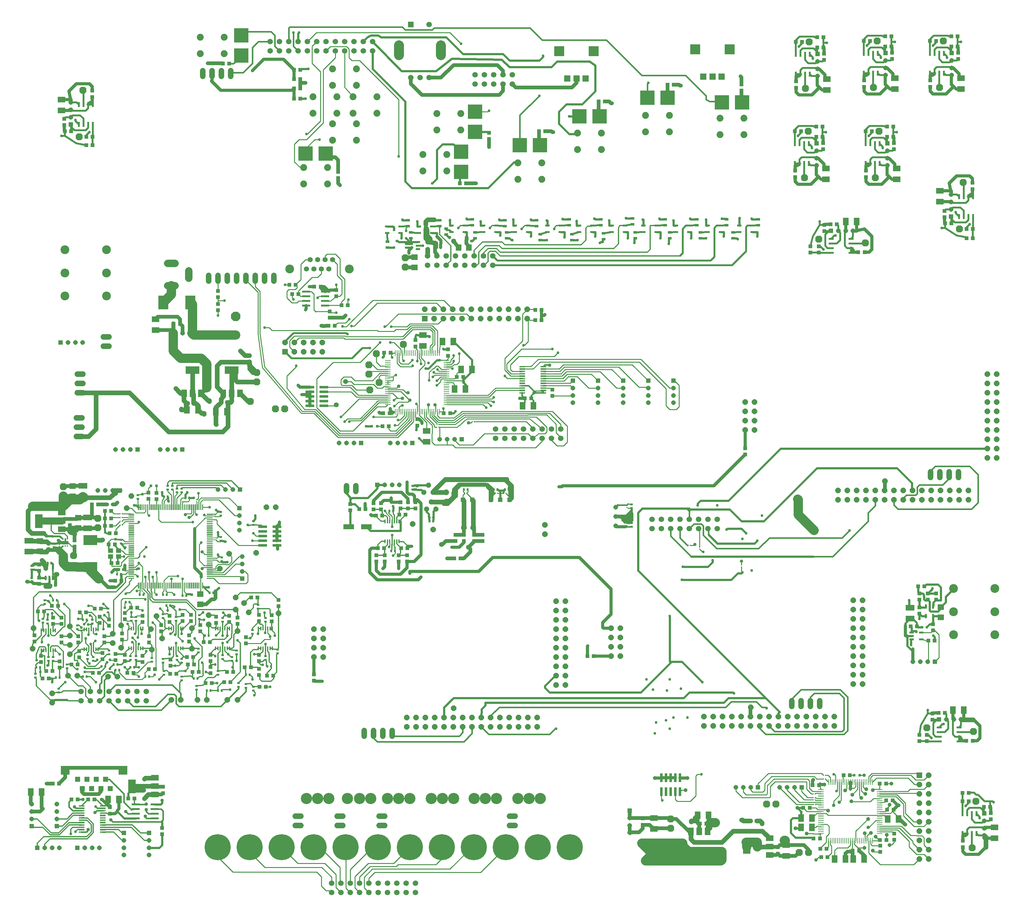
<source format=gbr>
G04 EAGLE Gerber RS-274X export*
G75*
%MOMM*%
%FSLAX34Y34*%
%LPD*%
%INTop Copper*%
%IPPOS*%
%AMOC8*
5,1,8,0,0,1.08239X$1,22.5*%
G01*
%ADD10R,0.270000X1.500000*%
%ADD11R,1.500000X0.270000*%
%ADD12R,0.700000X0.600000*%
%ADD13R,1.400000X1.200000*%
%ADD14R,1.100000X1.000000*%
%ADD15R,1.800000X1.600000*%
%ADD16R,0.600000X0.700000*%
%ADD17C,0.070000*%
%ADD18R,1.000000X1.100000*%
%ADD19R,2.400000X0.760000*%
%ADD20R,0.800000X0.800000*%
%ADD21P,2.089446X8X202.500000*%
%ADD22R,0.350000X0.250000*%
%ADD23P,2.089446X8X22.500000*%
%ADD24R,0.250000X0.350000*%
%ADD25R,0.280000X0.430000*%
%ADD26R,1.200000X0.600000*%
%ADD27R,0.973900X0.798700*%
%ADD28R,2.781300X2.781300*%
%ADD29R,1.800000X1.800000*%
%ADD30R,0.760000X2.400000*%
%ADD31P,1.649562X8X112.500000*%
%ADD32P,1.649562X8X22.500000*%
%ADD33C,2.400000*%
%ADD34C,1.879600*%
%ADD35R,1.308000X1.308000*%
%ADD36C,1.308000*%
%ADD37P,1.429621X8X22.500000*%
%ADD38C,1.524000*%
%ADD39R,1.397000X1.397000*%
%ADD40R,2.476500X2.476500*%
%ADD41R,1.200000X0.550000*%
%ADD42R,0.304800X0.990600*%
%ADD43R,0.600000X1.200000*%
%ADD44R,2.400000X1.600000*%
%ADD45R,0.300000X0.450000*%
%ADD46C,0.027000*%
%ADD47R,2.006600X1.498600*%
%ADD48R,2.006600X3.810000*%
%ADD49R,3.800000X2.800000*%
%ADD50P,1.649562X8X202.500000*%
%ADD51R,1.498600X2.006600*%
%ADD52R,3.810000X2.006600*%
%ADD53R,1.080000X1.050000*%
%ADD54R,1.050000X1.080000*%
%ADD55R,2.000000X1.500000*%
%ADD56R,1.500000X2.000000*%
%ADD57C,1.508000*%
%ADD58C,0.102500*%
%ADD59R,0.600000X1.400000*%
%ADD60R,2.200000X0.600000*%
%ADD61C,1.422400*%
%ADD62R,4.000000X4.000000*%
%ADD63R,1.508000X1.508000*%
%ADD64C,2.700000*%
%ADD65R,1.524000X1.524000*%
%ADD66R,1.400000X0.600000*%
%ADD67P,2.089446X8X112.500000*%
%ADD68R,3.000000X1.400000*%
%ADD69C,2.000000*%
%ADD70C,2.540000*%
%ADD71P,2.749271X8X112.500000*%
%ADD72P,1.649562X8X292.500000*%
%ADD73R,0.430000X0.280000*%
%ADD74R,2.800000X3.800000*%
%ADD75R,1.600000X1.800000*%
%ADD76C,0.254000*%
%ADD77C,0.609600*%
%ADD78C,0.756400*%
%ADD79C,0.812800*%
%ADD80C,0.304800*%
%ADD81C,1.270000*%
%ADD82C,1.016000*%
%ADD83C,0.406400*%
%ADD84C,0.152400*%
%ADD85C,0.956400*%
%ADD86C,0.203200*%
%ADD87C,1.056400*%
%ADD88C,2.540000*%
%ADD89C,1.905000*%
%ADD90C,0.508000*%
%ADD91C,1.350000*%
%ADD92C,7.112000*%
%ADD93C,0.906400*%
%ADD94C,3.048000*%


D10*
X2348540Y323840D03*
X2343540Y323840D03*
X2338540Y323840D03*
X2333540Y323840D03*
X2328540Y323840D03*
X2323540Y323840D03*
X2318540Y323840D03*
X2313540Y323840D03*
X2308540Y323840D03*
X2303540Y323840D03*
X2298540Y323840D03*
X2293540Y323840D03*
X2288540Y323840D03*
X2283540Y323840D03*
X2278540Y323840D03*
X2273540Y323840D03*
X2268540Y323840D03*
X2263540Y323840D03*
X2258540Y323840D03*
X2253540Y323840D03*
X2248540Y323840D03*
X2243540Y323840D03*
X2238540Y323840D03*
X2233540Y323840D03*
X2228540Y323840D03*
D11*
X2208540Y303840D03*
X2208540Y298840D03*
X2208540Y293840D03*
X2208540Y288840D03*
X2208540Y283840D03*
X2208540Y278840D03*
X2208540Y273840D03*
X2208540Y268840D03*
X2208540Y263840D03*
X2208540Y258840D03*
X2208540Y253840D03*
X2208540Y248840D03*
X2208540Y243840D03*
X2208540Y238840D03*
X2208540Y233840D03*
X2208540Y228840D03*
X2208540Y223840D03*
X2208540Y218840D03*
X2208540Y213840D03*
X2208540Y208840D03*
X2208540Y203840D03*
X2208540Y198840D03*
X2208540Y193840D03*
X2208540Y188840D03*
X2208540Y183840D03*
D10*
X2228540Y163840D03*
X2233540Y163840D03*
X2238540Y163840D03*
X2243540Y163840D03*
X2248540Y163840D03*
X2253540Y163840D03*
X2258540Y163840D03*
X2263540Y163840D03*
X2268540Y163840D03*
X2273540Y163840D03*
X2278540Y163840D03*
X2283540Y163840D03*
X2288540Y163840D03*
X2293540Y163840D03*
X2298540Y163840D03*
X2303540Y163840D03*
X2308540Y163840D03*
X2313540Y163840D03*
X2318540Y163840D03*
X2323540Y163840D03*
X2328540Y163840D03*
X2333540Y163840D03*
X2338540Y163840D03*
X2343540Y163840D03*
X2348540Y163840D03*
D11*
X2368540Y183840D03*
X2368540Y188840D03*
X2368540Y193840D03*
X2368540Y198840D03*
X2368540Y203840D03*
X2368540Y208840D03*
X2368540Y213840D03*
X2368540Y218840D03*
X2368540Y223840D03*
X2368540Y228840D03*
X2368540Y233840D03*
X2368540Y238840D03*
X2368540Y243840D03*
X2368540Y248840D03*
X2368540Y253840D03*
X2368540Y258840D03*
X2368540Y263840D03*
X2368540Y268840D03*
X2368540Y273840D03*
X2368540Y278840D03*
X2368540Y283840D03*
X2368540Y288840D03*
X2368540Y293840D03*
X2368540Y298840D03*
X2368540Y303840D03*
D12*
X660400Y1026240D03*
X660400Y1036240D03*
D13*
X292940Y939420D03*
X292940Y955420D03*
X270940Y955420D03*
X270940Y939420D03*
D14*
X282820Y972820D03*
X265820Y972820D03*
X273440Y922020D03*
X290440Y922020D03*
D15*
X515620Y836960D03*
X515620Y808960D03*
D16*
X475060Y1099820D03*
X485060Y1099820D03*
D14*
X374142Y1096654D03*
X374142Y1113654D03*
D17*
X347890Y868390D02*
X347890Y853490D01*
X345790Y853490D01*
X345790Y868390D01*
X347890Y868390D01*
X347890Y854155D02*
X345790Y854155D01*
X345790Y854820D02*
X347890Y854820D01*
X347890Y855485D02*
X345790Y855485D01*
X345790Y856150D02*
X347890Y856150D01*
X347890Y856815D02*
X345790Y856815D01*
X345790Y857480D02*
X347890Y857480D01*
X347890Y858145D02*
X345790Y858145D01*
X345790Y858810D02*
X347890Y858810D01*
X347890Y859475D02*
X345790Y859475D01*
X345790Y860140D02*
X347890Y860140D01*
X347890Y860805D02*
X345790Y860805D01*
X345790Y861470D02*
X347890Y861470D01*
X347890Y862135D02*
X345790Y862135D01*
X345790Y862800D02*
X347890Y862800D01*
X347890Y863465D02*
X345790Y863465D01*
X345790Y864130D02*
X347890Y864130D01*
X347890Y864795D02*
X345790Y864795D01*
X345790Y865460D02*
X347890Y865460D01*
X347890Y866125D02*
X345790Y866125D01*
X345790Y866790D02*
X347890Y866790D01*
X347890Y867455D02*
X345790Y867455D01*
X345790Y868120D02*
X347890Y868120D01*
X352890Y868390D02*
X352890Y853490D01*
X350790Y853490D01*
X350790Y868390D01*
X352890Y868390D01*
X352890Y854155D02*
X350790Y854155D01*
X350790Y854820D02*
X352890Y854820D01*
X352890Y855485D02*
X350790Y855485D01*
X350790Y856150D02*
X352890Y856150D01*
X352890Y856815D02*
X350790Y856815D01*
X350790Y857480D02*
X352890Y857480D01*
X352890Y858145D02*
X350790Y858145D01*
X350790Y858810D02*
X352890Y858810D01*
X352890Y859475D02*
X350790Y859475D01*
X350790Y860140D02*
X352890Y860140D01*
X352890Y860805D02*
X350790Y860805D01*
X350790Y861470D02*
X352890Y861470D01*
X352890Y862135D02*
X350790Y862135D01*
X350790Y862800D02*
X352890Y862800D01*
X352890Y863465D02*
X350790Y863465D01*
X350790Y864130D02*
X352890Y864130D01*
X352890Y864795D02*
X350790Y864795D01*
X350790Y865460D02*
X352890Y865460D01*
X352890Y866125D02*
X350790Y866125D01*
X350790Y866790D02*
X352890Y866790D01*
X352890Y867455D02*
X350790Y867455D01*
X350790Y868120D02*
X352890Y868120D01*
X357890Y868390D02*
X357890Y853490D01*
X355790Y853490D01*
X355790Y868390D01*
X357890Y868390D01*
X357890Y854155D02*
X355790Y854155D01*
X355790Y854820D02*
X357890Y854820D01*
X357890Y855485D02*
X355790Y855485D01*
X355790Y856150D02*
X357890Y856150D01*
X357890Y856815D02*
X355790Y856815D01*
X355790Y857480D02*
X357890Y857480D01*
X357890Y858145D02*
X355790Y858145D01*
X355790Y858810D02*
X357890Y858810D01*
X357890Y859475D02*
X355790Y859475D01*
X355790Y860140D02*
X357890Y860140D01*
X357890Y860805D02*
X355790Y860805D01*
X355790Y861470D02*
X357890Y861470D01*
X357890Y862135D02*
X355790Y862135D01*
X355790Y862800D02*
X357890Y862800D01*
X357890Y863465D02*
X355790Y863465D01*
X355790Y864130D02*
X357890Y864130D01*
X357890Y864795D02*
X355790Y864795D01*
X355790Y865460D02*
X357890Y865460D01*
X357890Y866125D02*
X355790Y866125D01*
X355790Y866790D02*
X357890Y866790D01*
X357890Y867455D02*
X355790Y867455D01*
X355790Y868120D02*
X357890Y868120D01*
X362890Y868390D02*
X362890Y853490D01*
X360790Y853490D01*
X360790Y868390D01*
X362890Y868390D01*
X362890Y854155D02*
X360790Y854155D01*
X360790Y854820D02*
X362890Y854820D01*
X362890Y855485D02*
X360790Y855485D01*
X360790Y856150D02*
X362890Y856150D01*
X362890Y856815D02*
X360790Y856815D01*
X360790Y857480D02*
X362890Y857480D01*
X362890Y858145D02*
X360790Y858145D01*
X360790Y858810D02*
X362890Y858810D01*
X362890Y859475D02*
X360790Y859475D01*
X360790Y860140D02*
X362890Y860140D01*
X362890Y860805D02*
X360790Y860805D01*
X360790Y861470D02*
X362890Y861470D01*
X362890Y862135D02*
X360790Y862135D01*
X360790Y862800D02*
X362890Y862800D01*
X362890Y863465D02*
X360790Y863465D01*
X360790Y864130D02*
X362890Y864130D01*
X362890Y864795D02*
X360790Y864795D01*
X360790Y865460D02*
X362890Y865460D01*
X362890Y866125D02*
X360790Y866125D01*
X360790Y866790D02*
X362890Y866790D01*
X362890Y867455D02*
X360790Y867455D01*
X360790Y868120D02*
X362890Y868120D01*
X367890Y868390D02*
X367890Y853490D01*
X365790Y853490D01*
X365790Y868390D01*
X367890Y868390D01*
X367890Y854155D02*
X365790Y854155D01*
X365790Y854820D02*
X367890Y854820D01*
X367890Y855485D02*
X365790Y855485D01*
X365790Y856150D02*
X367890Y856150D01*
X367890Y856815D02*
X365790Y856815D01*
X365790Y857480D02*
X367890Y857480D01*
X367890Y858145D02*
X365790Y858145D01*
X365790Y858810D02*
X367890Y858810D01*
X367890Y859475D02*
X365790Y859475D01*
X365790Y860140D02*
X367890Y860140D01*
X367890Y860805D02*
X365790Y860805D01*
X365790Y861470D02*
X367890Y861470D01*
X367890Y862135D02*
X365790Y862135D01*
X365790Y862800D02*
X367890Y862800D01*
X367890Y863465D02*
X365790Y863465D01*
X365790Y864130D02*
X367890Y864130D01*
X367890Y864795D02*
X365790Y864795D01*
X365790Y865460D02*
X367890Y865460D01*
X367890Y866125D02*
X365790Y866125D01*
X365790Y866790D02*
X367890Y866790D01*
X367890Y867455D02*
X365790Y867455D01*
X365790Y868120D02*
X367890Y868120D01*
X372890Y868390D02*
X372890Y853490D01*
X370790Y853490D01*
X370790Y868390D01*
X372890Y868390D01*
X372890Y854155D02*
X370790Y854155D01*
X370790Y854820D02*
X372890Y854820D01*
X372890Y855485D02*
X370790Y855485D01*
X370790Y856150D02*
X372890Y856150D01*
X372890Y856815D02*
X370790Y856815D01*
X370790Y857480D02*
X372890Y857480D01*
X372890Y858145D02*
X370790Y858145D01*
X370790Y858810D02*
X372890Y858810D01*
X372890Y859475D02*
X370790Y859475D01*
X370790Y860140D02*
X372890Y860140D01*
X372890Y860805D02*
X370790Y860805D01*
X370790Y861470D02*
X372890Y861470D01*
X372890Y862135D02*
X370790Y862135D01*
X370790Y862800D02*
X372890Y862800D01*
X372890Y863465D02*
X370790Y863465D01*
X370790Y864130D02*
X372890Y864130D01*
X372890Y864795D02*
X370790Y864795D01*
X370790Y865460D02*
X372890Y865460D01*
X372890Y866125D02*
X370790Y866125D01*
X370790Y866790D02*
X372890Y866790D01*
X372890Y867455D02*
X370790Y867455D01*
X370790Y868120D02*
X372890Y868120D01*
X377890Y868390D02*
X377890Y853490D01*
X375790Y853490D01*
X375790Y868390D01*
X377890Y868390D01*
X377890Y854155D02*
X375790Y854155D01*
X375790Y854820D02*
X377890Y854820D01*
X377890Y855485D02*
X375790Y855485D01*
X375790Y856150D02*
X377890Y856150D01*
X377890Y856815D02*
X375790Y856815D01*
X375790Y857480D02*
X377890Y857480D01*
X377890Y858145D02*
X375790Y858145D01*
X375790Y858810D02*
X377890Y858810D01*
X377890Y859475D02*
X375790Y859475D01*
X375790Y860140D02*
X377890Y860140D01*
X377890Y860805D02*
X375790Y860805D01*
X375790Y861470D02*
X377890Y861470D01*
X377890Y862135D02*
X375790Y862135D01*
X375790Y862800D02*
X377890Y862800D01*
X377890Y863465D02*
X375790Y863465D01*
X375790Y864130D02*
X377890Y864130D01*
X377890Y864795D02*
X375790Y864795D01*
X375790Y865460D02*
X377890Y865460D01*
X377890Y866125D02*
X375790Y866125D01*
X375790Y866790D02*
X377890Y866790D01*
X377890Y867455D02*
X375790Y867455D01*
X375790Y868120D02*
X377890Y868120D01*
X382890Y868390D02*
X382890Y853490D01*
X380790Y853490D01*
X380790Y868390D01*
X382890Y868390D01*
X382890Y854155D02*
X380790Y854155D01*
X380790Y854820D02*
X382890Y854820D01*
X382890Y855485D02*
X380790Y855485D01*
X380790Y856150D02*
X382890Y856150D01*
X382890Y856815D02*
X380790Y856815D01*
X380790Y857480D02*
X382890Y857480D01*
X382890Y858145D02*
X380790Y858145D01*
X380790Y858810D02*
X382890Y858810D01*
X382890Y859475D02*
X380790Y859475D01*
X380790Y860140D02*
X382890Y860140D01*
X382890Y860805D02*
X380790Y860805D01*
X380790Y861470D02*
X382890Y861470D01*
X382890Y862135D02*
X380790Y862135D01*
X380790Y862800D02*
X382890Y862800D01*
X382890Y863465D02*
X380790Y863465D01*
X380790Y864130D02*
X382890Y864130D01*
X382890Y864795D02*
X380790Y864795D01*
X380790Y865460D02*
X382890Y865460D01*
X382890Y866125D02*
X380790Y866125D01*
X380790Y866790D02*
X382890Y866790D01*
X382890Y867455D02*
X380790Y867455D01*
X380790Y868120D02*
X382890Y868120D01*
X387890Y868390D02*
X387890Y853490D01*
X385790Y853490D01*
X385790Y868390D01*
X387890Y868390D01*
X387890Y854155D02*
X385790Y854155D01*
X385790Y854820D02*
X387890Y854820D01*
X387890Y855485D02*
X385790Y855485D01*
X385790Y856150D02*
X387890Y856150D01*
X387890Y856815D02*
X385790Y856815D01*
X385790Y857480D02*
X387890Y857480D01*
X387890Y858145D02*
X385790Y858145D01*
X385790Y858810D02*
X387890Y858810D01*
X387890Y859475D02*
X385790Y859475D01*
X385790Y860140D02*
X387890Y860140D01*
X387890Y860805D02*
X385790Y860805D01*
X385790Y861470D02*
X387890Y861470D01*
X387890Y862135D02*
X385790Y862135D01*
X385790Y862800D02*
X387890Y862800D01*
X387890Y863465D02*
X385790Y863465D01*
X385790Y864130D02*
X387890Y864130D01*
X387890Y864795D02*
X385790Y864795D01*
X385790Y865460D02*
X387890Y865460D01*
X387890Y866125D02*
X385790Y866125D01*
X385790Y866790D02*
X387890Y866790D01*
X387890Y867455D02*
X385790Y867455D01*
X385790Y868120D02*
X387890Y868120D01*
X392890Y868390D02*
X392890Y853490D01*
X390790Y853490D01*
X390790Y868390D01*
X392890Y868390D01*
X392890Y854155D02*
X390790Y854155D01*
X390790Y854820D02*
X392890Y854820D01*
X392890Y855485D02*
X390790Y855485D01*
X390790Y856150D02*
X392890Y856150D01*
X392890Y856815D02*
X390790Y856815D01*
X390790Y857480D02*
X392890Y857480D01*
X392890Y858145D02*
X390790Y858145D01*
X390790Y858810D02*
X392890Y858810D01*
X392890Y859475D02*
X390790Y859475D01*
X390790Y860140D02*
X392890Y860140D01*
X392890Y860805D02*
X390790Y860805D01*
X390790Y861470D02*
X392890Y861470D01*
X392890Y862135D02*
X390790Y862135D01*
X390790Y862800D02*
X392890Y862800D01*
X392890Y863465D02*
X390790Y863465D01*
X390790Y864130D02*
X392890Y864130D01*
X392890Y864795D02*
X390790Y864795D01*
X390790Y865460D02*
X392890Y865460D01*
X392890Y866125D02*
X390790Y866125D01*
X390790Y866790D02*
X392890Y866790D01*
X392890Y867455D02*
X390790Y867455D01*
X390790Y868120D02*
X392890Y868120D01*
X397890Y868390D02*
X397890Y853490D01*
X395790Y853490D01*
X395790Y868390D01*
X397890Y868390D01*
X397890Y854155D02*
X395790Y854155D01*
X395790Y854820D02*
X397890Y854820D01*
X397890Y855485D02*
X395790Y855485D01*
X395790Y856150D02*
X397890Y856150D01*
X397890Y856815D02*
X395790Y856815D01*
X395790Y857480D02*
X397890Y857480D01*
X397890Y858145D02*
X395790Y858145D01*
X395790Y858810D02*
X397890Y858810D01*
X397890Y859475D02*
X395790Y859475D01*
X395790Y860140D02*
X397890Y860140D01*
X397890Y860805D02*
X395790Y860805D01*
X395790Y861470D02*
X397890Y861470D01*
X397890Y862135D02*
X395790Y862135D01*
X395790Y862800D02*
X397890Y862800D01*
X397890Y863465D02*
X395790Y863465D01*
X395790Y864130D02*
X397890Y864130D01*
X397890Y864795D02*
X395790Y864795D01*
X395790Y865460D02*
X397890Y865460D01*
X397890Y866125D02*
X395790Y866125D01*
X395790Y866790D02*
X397890Y866790D01*
X397890Y867455D02*
X395790Y867455D01*
X395790Y868120D02*
X397890Y868120D01*
X402890Y868390D02*
X402890Y853490D01*
X400790Y853490D01*
X400790Y868390D01*
X402890Y868390D01*
X402890Y854155D02*
X400790Y854155D01*
X400790Y854820D02*
X402890Y854820D01*
X402890Y855485D02*
X400790Y855485D01*
X400790Y856150D02*
X402890Y856150D01*
X402890Y856815D02*
X400790Y856815D01*
X400790Y857480D02*
X402890Y857480D01*
X402890Y858145D02*
X400790Y858145D01*
X400790Y858810D02*
X402890Y858810D01*
X402890Y859475D02*
X400790Y859475D01*
X400790Y860140D02*
X402890Y860140D01*
X402890Y860805D02*
X400790Y860805D01*
X400790Y861470D02*
X402890Y861470D01*
X402890Y862135D02*
X400790Y862135D01*
X400790Y862800D02*
X402890Y862800D01*
X402890Y863465D02*
X400790Y863465D01*
X400790Y864130D02*
X402890Y864130D01*
X402890Y864795D02*
X400790Y864795D01*
X400790Y865460D02*
X402890Y865460D01*
X402890Y866125D02*
X400790Y866125D01*
X400790Y866790D02*
X402890Y866790D01*
X402890Y867455D02*
X400790Y867455D01*
X400790Y868120D02*
X402890Y868120D01*
X407890Y868390D02*
X407890Y853490D01*
X405790Y853490D01*
X405790Y868390D01*
X407890Y868390D01*
X407890Y854155D02*
X405790Y854155D01*
X405790Y854820D02*
X407890Y854820D01*
X407890Y855485D02*
X405790Y855485D01*
X405790Y856150D02*
X407890Y856150D01*
X407890Y856815D02*
X405790Y856815D01*
X405790Y857480D02*
X407890Y857480D01*
X407890Y858145D02*
X405790Y858145D01*
X405790Y858810D02*
X407890Y858810D01*
X407890Y859475D02*
X405790Y859475D01*
X405790Y860140D02*
X407890Y860140D01*
X407890Y860805D02*
X405790Y860805D01*
X405790Y861470D02*
X407890Y861470D01*
X407890Y862135D02*
X405790Y862135D01*
X405790Y862800D02*
X407890Y862800D01*
X407890Y863465D02*
X405790Y863465D01*
X405790Y864130D02*
X407890Y864130D01*
X407890Y864795D02*
X405790Y864795D01*
X405790Y865460D02*
X407890Y865460D01*
X407890Y866125D02*
X405790Y866125D01*
X405790Y866790D02*
X407890Y866790D01*
X407890Y867455D02*
X405790Y867455D01*
X405790Y868120D02*
X407890Y868120D01*
X412890Y868390D02*
X412890Y853490D01*
X410790Y853490D01*
X410790Y868390D01*
X412890Y868390D01*
X412890Y854155D02*
X410790Y854155D01*
X410790Y854820D02*
X412890Y854820D01*
X412890Y855485D02*
X410790Y855485D01*
X410790Y856150D02*
X412890Y856150D01*
X412890Y856815D02*
X410790Y856815D01*
X410790Y857480D02*
X412890Y857480D01*
X412890Y858145D02*
X410790Y858145D01*
X410790Y858810D02*
X412890Y858810D01*
X412890Y859475D02*
X410790Y859475D01*
X410790Y860140D02*
X412890Y860140D01*
X412890Y860805D02*
X410790Y860805D01*
X410790Y861470D02*
X412890Y861470D01*
X412890Y862135D02*
X410790Y862135D01*
X410790Y862800D02*
X412890Y862800D01*
X412890Y863465D02*
X410790Y863465D01*
X410790Y864130D02*
X412890Y864130D01*
X412890Y864795D02*
X410790Y864795D01*
X410790Y865460D02*
X412890Y865460D01*
X412890Y866125D02*
X410790Y866125D01*
X410790Y866790D02*
X412890Y866790D01*
X412890Y867455D02*
X410790Y867455D01*
X410790Y868120D02*
X412890Y868120D01*
X417890Y868390D02*
X417890Y853490D01*
X415790Y853490D01*
X415790Y868390D01*
X417890Y868390D01*
X417890Y854155D02*
X415790Y854155D01*
X415790Y854820D02*
X417890Y854820D01*
X417890Y855485D02*
X415790Y855485D01*
X415790Y856150D02*
X417890Y856150D01*
X417890Y856815D02*
X415790Y856815D01*
X415790Y857480D02*
X417890Y857480D01*
X417890Y858145D02*
X415790Y858145D01*
X415790Y858810D02*
X417890Y858810D01*
X417890Y859475D02*
X415790Y859475D01*
X415790Y860140D02*
X417890Y860140D01*
X417890Y860805D02*
X415790Y860805D01*
X415790Y861470D02*
X417890Y861470D01*
X417890Y862135D02*
X415790Y862135D01*
X415790Y862800D02*
X417890Y862800D01*
X417890Y863465D02*
X415790Y863465D01*
X415790Y864130D02*
X417890Y864130D01*
X417890Y864795D02*
X415790Y864795D01*
X415790Y865460D02*
X417890Y865460D01*
X417890Y866125D02*
X415790Y866125D01*
X415790Y866790D02*
X417890Y866790D01*
X417890Y867455D02*
X415790Y867455D01*
X415790Y868120D02*
X417890Y868120D01*
X422890Y868390D02*
X422890Y853490D01*
X420790Y853490D01*
X420790Y868390D01*
X422890Y868390D01*
X422890Y854155D02*
X420790Y854155D01*
X420790Y854820D02*
X422890Y854820D01*
X422890Y855485D02*
X420790Y855485D01*
X420790Y856150D02*
X422890Y856150D01*
X422890Y856815D02*
X420790Y856815D01*
X420790Y857480D02*
X422890Y857480D01*
X422890Y858145D02*
X420790Y858145D01*
X420790Y858810D02*
X422890Y858810D01*
X422890Y859475D02*
X420790Y859475D01*
X420790Y860140D02*
X422890Y860140D01*
X422890Y860805D02*
X420790Y860805D01*
X420790Y861470D02*
X422890Y861470D01*
X422890Y862135D02*
X420790Y862135D01*
X420790Y862800D02*
X422890Y862800D01*
X422890Y863465D02*
X420790Y863465D01*
X420790Y864130D02*
X422890Y864130D01*
X422890Y864795D02*
X420790Y864795D01*
X420790Y865460D02*
X422890Y865460D01*
X422890Y866125D02*
X420790Y866125D01*
X420790Y866790D02*
X422890Y866790D01*
X422890Y867455D02*
X420790Y867455D01*
X420790Y868120D02*
X422890Y868120D01*
X427890Y868390D02*
X427890Y853490D01*
X425790Y853490D01*
X425790Y868390D01*
X427890Y868390D01*
X427890Y854155D02*
X425790Y854155D01*
X425790Y854820D02*
X427890Y854820D01*
X427890Y855485D02*
X425790Y855485D01*
X425790Y856150D02*
X427890Y856150D01*
X427890Y856815D02*
X425790Y856815D01*
X425790Y857480D02*
X427890Y857480D01*
X427890Y858145D02*
X425790Y858145D01*
X425790Y858810D02*
X427890Y858810D01*
X427890Y859475D02*
X425790Y859475D01*
X425790Y860140D02*
X427890Y860140D01*
X427890Y860805D02*
X425790Y860805D01*
X425790Y861470D02*
X427890Y861470D01*
X427890Y862135D02*
X425790Y862135D01*
X425790Y862800D02*
X427890Y862800D01*
X427890Y863465D02*
X425790Y863465D01*
X425790Y864130D02*
X427890Y864130D01*
X427890Y864795D02*
X425790Y864795D01*
X425790Y865460D02*
X427890Y865460D01*
X427890Y866125D02*
X425790Y866125D01*
X425790Y866790D02*
X427890Y866790D01*
X427890Y867455D02*
X425790Y867455D01*
X425790Y868120D02*
X427890Y868120D01*
X432890Y868390D02*
X432890Y853490D01*
X430790Y853490D01*
X430790Y868390D01*
X432890Y868390D01*
X432890Y854155D02*
X430790Y854155D01*
X430790Y854820D02*
X432890Y854820D01*
X432890Y855485D02*
X430790Y855485D01*
X430790Y856150D02*
X432890Y856150D01*
X432890Y856815D02*
X430790Y856815D01*
X430790Y857480D02*
X432890Y857480D01*
X432890Y858145D02*
X430790Y858145D01*
X430790Y858810D02*
X432890Y858810D01*
X432890Y859475D02*
X430790Y859475D01*
X430790Y860140D02*
X432890Y860140D01*
X432890Y860805D02*
X430790Y860805D01*
X430790Y861470D02*
X432890Y861470D01*
X432890Y862135D02*
X430790Y862135D01*
X430790Y862800D02*
X432890Y862800D01*
X432890Y863465D02*
X430790Y863465D01*
X430790Y864130D02*
X432890Y864130D01*
X432890Y864795D02*
X430790Y864795D01*
X430790Y865460D02*
X432890Y865460D01*
X432890Y866125D02*
X430790Y866125D01*
X430790Y866790D02*
X432890Y866790D01*
X432890Y867455D02*
X430790Y867455D01*
X430790Y868120D02*
X432890Y868120D01*
X437890Y868390D02*
X437890Y853490D01*
X435790Y853490D01*
X435790Y868390D01*
X437890Y868390D01*
X437890Y854155D02*
X435790Y854155D01*
X435790Y854820D02*
X437890Y854820D01*
X437890Y855485D02*
X435790Y855485D01*
X435790Y856150D02*
X437890Y856150D01*
X437890Y856815D02*
X435790Y856815D01*
X435790Y857480D02*
X437890Y857480D01*
X437890Y858145D02*
X435790Y858145D01*
X435790Y858810D02*
X437890Y858810D01*
X437890Y859475D02*
X435790Y859475D01*
X435790Y860140D02*
X437890Y860140D01*
X437890Y860805D02*
X435790Y860805D01*
X435790Y861470D02*
X437890Y861470D01*
X437890Y862135D02*
X435790Y862135D01*
X435790Y862800D02*
X437890Y862800D01*
X437890Y863465D02*
X435790Y863465D01*
X435790Y864130D02*
X437890Y864130D01*
X437890Y864795D02*
X435790Y864795D01*
X435790Y865460D02*
X437890Y865460D01*
X437890Y866125D02*
X435790Y866125D01*
X435790Y866790D02*
X437890Y866790D01*
X437890Y867455D02*
X435790Y867455D01*
X435790Y868120D02*
X437890Y868120D01*
X442890Y868390D02*
X442890Y853490D01*
X440790Y853490D01*
X440790Y868390D01*
X442890Y868390D01*
X442890Y854155D02*
X440790Y854155D01*
X440790Y854820D02*
X442890Y854820D01*
X442890Y855485D02*
X440790Y855485D01*
X440790Y856150D02*
X442890Y856150D01*
X442890Y856815D02*
X440790Y856815D01*
X440790Y857480D02*
X442890Y857480D01*
X442890Y858145D02*
X440790Y858145D01*
X440790Y858810D02*
X442890Y858810D01*
X442890Y859475D02*
X440790Y859475D01*
X440790Y860140D02*
X442890Y860140D01*
X442890Y860805D02*
X440790Y860805D01*
X440790Y861470D02*
X442890Y861470D01*
X442890Y862135D02*
X440790Y862135D01*
X440790Y862800D02*
X442890Y862800D01*
X442890Y863465D02*
X440790Y863465D01*
X440790Y864130D02*
X442890Y864130D01*
X442890Y864795D02*
X440790Y864795D01*
X440790Y865460D02*
X442890Y865460D01*
X442890Y866125D02*
X440790Y866125D01*
X440790Y866790D02*
X442890Y866790D01*
X442890Y867455D02*
X440790Y867455D01*
X440790Y868120D02*
X442890Y868120D01*
X447890Y868390D02*
X447890Y853490D01*
X445790Y853490D01*
X445790Y868390D01*
X447890Y868390D01*
X447890Y854155D02*
X445790Y854155D01*
X445790Y854820D02*
X447890Y854820D01*
X447890Y855485D02*
X445790Y855485D01*
X445790Y856150D02*
X447890Y856150D01*
X447890Y856815D02*
X445790Y856815D01*
X445790Y857480D02*
X447890Y857480D01*
X447890Y858145D02*
X445790Y858145D01*
X445790Y858810D02*
X447890Y858810D01*
X447890Y859475D02*
X445790Y859475D01*
X445790Y860140D02*
X447890Y860140D01*
X447890Y860805D02*
X445790Y860805D01*
X445790Y861470D02*
X447890Y861470D01*
X447890Y862135D02*
X445790Y862135D01*
X445790Y862800D02*
X447890Y862800D01*
X447890Y863465D02*
X445790Y863465D01*
X445790Y864130D02*
X447890Y864130D01*
X447890Y864795D02*
X445790Y864795D01*
X445790Y865460D02*
X447890Y865460D01*
X447890Y866125D02*
X445790Y866125D01*
X445790Y866790D02*
X447890Y866790D01*
X447890Y867455D02*
X445790Y867455D01*
X445790Y868120D02*
X447890Y868120D01*
X452890Y868390D02*
X452890Y853490D01*
X450790Y853490D01*
X450790Y868390D01*
X452890Y868390D01*
X452890Y854155D02*
X450790Y854155D01*
X450790Y854820D02*
X452890Y854820D01*
X452890Y855485D02*
X450790Y855485D01*
X450790Y856150D02*
X452890Y856150D01*
X452890Y856815D02*
X450790Y856815D01*
X450790Y857480D02*
X452890Y857480D01*
X452890Y858145D02*
X450790Y858145D01*
X450790Y858810D02*
X452890Y858810D01*
X452890Y859475D02*
X450790Y859475D01*
X450790Y860140D02*
X452890Y860140D01*
X452890Y860805D02*
X450790Y860805D01*
X450790Y861470D02*
X452890Y861470D01*
X452890Y862135D02*
X450790Y862135D01*
X450790Y862800D02*
X452890Y862800D01*
X452890Y863465D02*
X450790Y863465D01*
X450790Y864130D02*
X452890Y864130D01*
X452890Y864795D02*
X450790Y864795D01*
X450790Y865460D02*
X452890Y865460D01*
X452890Y866125D02*
X450790Y866125D01*
X450790Y866790D02*
X452890Y866790D01*
X452890Y867455D02*
X450790Y867455D01*
X450790Y868120D02*
X452890Y868120D01*
X457890Y868390D02*
X457890Y853490D01*
X455790Y853490D01*
X455790Y868390D01*
X457890Y868390D01*
X457890Y854155D02*
X455790Y854155D01*
X455790Y854820D02*
X457890Y854820D01*
X457890Y855485D02*
X455790Y855485D01*
X455790Y856150D02*
X457890Y856150D01*
X457890Y856815D02*
X455790Y856815D01*
X455790Y857480D02*
X457890Y857480D01*
X457890Y858145D02*
X455790Y858145D01*
X455790Y858810D02*
X457890Y858810D01*
X457890Y859475D02*
X455790Y859475D01*
X455790Y860140D02*
X457890Y860140D01*
X457890Y860805D02*
X455790Y860805D01*
X455790Y861470D02*
X457890Y861470D01*
X457890Y862135D02*
X455790Y862135D01*
X455790Y862800D02*
X457890Y862800D01*
X457890Y863465D02*
X455790Y863465D01*
X455790Y864130D02*
X457890Y864130D01*
X457890Y864795D02*
X455790Y864795D01*
X455790Y865460D02*
X457890Y865460D01*
X457890Y866125D02*
X455790Y866125D01*
X455790Y866790D02*
X457890Y866790D01*
X457890Y867455D02*
X455790Y867455D01*
X455790Y868120D02*
X457890Y868120D01*
X462890Y868390D02*
X462890Y853490D01*
X460790Y853490D01*
X460790Y868390D01*
X462890Y868390D01*
X462890Y854155D02*
X460790Y854155D01*
X460790Y854820D02*
X462890Y854820D01*
X462890Y855485D02*
X460790Y855485D01*
X460790Y856150D02*
X462890Y856150D01*
X462890Y856815D02*
X460790Y856815D01*
X460790Y857480D02*
X462890Y857480D01*
X462890Y858145D02*
X460790Y858145D01*
X460790Y858810D02*
X462890Y858810D01*
X462890Y859475D02*
X460790Y859475D01*
X460790Y860140D02*
X462890Y860140D01*
X462890Y860805D02*
X460790Y860805D01*
X460790Y861470D02*
X462890Y861470D01*
X462890Y862135D02*
X460790Y862135D01*
X460790Y862800D02*
X462890Y862800D01*
X462890Y863465D02*
X460790Y863465D01*
X460790Y864130D02*
X462890Y864130D01*
X462890Y864795D02*
X460790Y864795D01*
X460790Y865460D02*
X462890Y865460D01*
X462890Y866125D02*
X460790Y866125D01*
X460790Y866790D02*
X462890Y866790D01*
X462890Y867455D02*
X460790Y867455D01*
X460790Y868120D02*
X462890Y868120D01*
X467890Y868390D02*
X467890Y853490D01*
X465790Y853490D01*
X465790Y868390D01*
X467890Y868390D01*
X467890Y854155D02*
X465790Y854155D01*
X465790Y854820D02*
X467890Y854820D01*
X467890Y855485D02*
X465790Y855485D01*
X465790Y856150D02*
X467890Y856150D01*
X467890Y856815D02*
X465790Y856815D01*
X465790Y857480D02*
X467890Y857480D01*
X467890Y858145D02*
X465790Y858145D01*
X465790Y858810D02*
X467890Y858810D01*
X467890Y859475D02*
X465790Y859475D01*
X465790Y860140D02*
X467890Y860140D01*
X467890Y860805D02*
X465790Y860805D01*
X465790Y861470D02*
X467890Y861470D01*
X467890Y862135D02*
X465790Y862135D01*
X465790Y862800D02*
X467890Y862800D01*
X467890Y863465D02*
X465790Y863465D01*
X465790Y864130D02*
X467890Y864130D01*
X467890Y864795D02*
X465790Y864795D01*
X465790Y865460D02*
X467890Y865460D01*
X467890Y866125D02*
X465790Y866125D01*
X465790Y866790D02*
X467890Y866790D01*
X467890Y867455D02*
X465790Y867455D01*
X465790Y868120D02*
X467890Y868120D01*
X472890Y868390D02*
X472890Y853490D01*
X470790Y853490D01*
X470790Y868390D01*
X472890Y868390D01*
X472890Y854155D02*
X470790Y854155D01*
X470790Y854820D02*
X472890Y854820D01*
X472890Y855485D02*
X470790Y855485D01*
X470790Y856150D02*
X472890Y856150D01*
X472890Y856815D02*
X470790Y856815D01*
X470790Y857480D02*
X472890Y857480D01*
X472890Y858145D02*
X470790Y858145D01*
X470790Y858810D02*
X472890Y858810D01*
X472890Y859475D02*
X470790Y859475D01*
X470790Y860140D02*
X472890Y860140D01*
X472890Y860805D02*
X470790Y860805D01*
X470790Y861470D02*
X472890Y861470D01*
X472890Y862135D02*
X470790Y862135D01*
X470790Y862800D02*
X472890Y862800D01*
X472890Y863465D02*
X470790Y863465D01*
X470790Y864130D02*
X472890Y864130D01*
X472890Y864795D02*
X470790Y864795D01*
X470790Y865460D02*
X472890Y865460D01*
X472890Y866125D02*
X470790Y866125D01*
X470790Y866790D02*
X472890Y866790D01*
X472890Y867455D02*
X470790Y867455D01*
X470790Y868120D02*
X472890Y868120D01*
X477890Y868390D02*
X477890Y853490D01*
X475790Y853490D01*
X475790Y868390D01*
X477890Y868390D01*
X477890Y854155D02*
X475790Y854155D01*
X475790Y854820D02*
X477890Y854820D01*
X477890Y855485D02*
X475790Y855485D01*
X475790Y856150D02*
X477890Y856150D01*
X477890Y856815D02*
X475790Y856815D01*
X475790Y857480D02*
X477890Y857480D01*
X477890Y858145D02*
X475790Y858145D01*
X475790Y858810D02*
X477890Y858810D01*
X477890Y859475D02*
X475790Y859475D01*
X475790Y860140D02*
X477890Y860140D01*
X477890Y860805D02*
X475790Y860805D01*
X475790Y861470D02*
X477890Y861470D01*
X477890Y862135D02*
X475790Y862135D01*
X475790Y862800D02*
X477890Y862800D01*
X477890Y863465D02*
X475790Y863465D01*
X475790Y864130D02*
X477890Y864130D01*
X477890Y864795D02*
X475790Y864795D01*
X475790Y865460D02*
X477890Y865460D01*
X477890Y866125D02*
X475790Y866125D01*
X475790Y866790D02*
X477890Y866790D01*
X477890Y867455D02*
X475790Y867455D01*
X475790Y868120D02*
X477890Y868120D01*
X482890Y868390D02*
X482890Y853490D01*
X480790Y853490D01*
X480790Y868390D01*
X482890Y868390D01*
X482890Y854155D02*
X480790Y854155D01*
X480790Y854820D02*
X482890Y854820D01*
X482890Y855485D02*
X480790Y855485D01*
X480790Y856150D02*
X482890Y856150D01*
X482890Y856815D02*
X480790Y856815D01*
X480790Y857480D02*
X482890Y857480D01*
X482890Y858145D02*
X480790Y858145D01*
X480790Y858810D02*
X482890Y858810D01*
X482890Y859475D02*
X480790Y859475D01*
X480790Y860140D02*
X482890Y860140D01*
X482890Y860805D02*
X480790Y860805D01*
X480790Y861470D02*
X482890Y861470D01*
X482890Y862135D02*
X480790Y862135D01*
X480790Y862800D02*
X482890Y862800D01*
X482890Y863465D02*
X480790Y863465D01*
X480790Y864130D02*
X482890Y864130D01*
X482890Y864795D02*
X480790Y864795D01*
X480790Y865460D02*
X482890Y865460D01*
X482890Y866125D02*
X480790Y866125D01*
X480790Y866790D02*
X482890Y866790D01*
X482890Y867455D02*
X480790Y867455D01*
X480790Y868120D02*
X482890Y868120D01*
X487890Y868390D02*
X487890Y853490D01*
X485790Y853490D01*
X485790Y868390D01*
X487890Y868390D01*
X487890Y854155D02*
X485790Y854155D01*
X485790Y854820D02*
X487890Y854820D01*
X487890Y855485D02*
X485790Y855485D01*
X485790Y856150D02*
X487890Y856150D01*
X487890Y856815D02*
X485790Y856815D01*
X485790Y857480D02*
X487890Y857480D01*
X487890Y858145D02*
X485790Y858145D01*
X485790Y858810D02*
X487890Y858810D01*
X487890Y859475D02*
X485790Y859475D01*
X485790Y860140D02*
X487890Y860140D01*
X487890Y860805D02*
X485790Y860805D01*
X485790Y861470D02*
X487890Y861470D01*
X487890Y862135D02*
X485790Y862135D01*
X485790Y862800D02*
X487890Y862800D01*
X487890Y863465D02*
X485790Y863465D01*
X485790Y864130D02*
X487890Y864130D01*
X487890Y864795D02*
X485790Y864795D01*
X485790Y865460D02*
X487890Y865460D01*
X487890Y866125D02*
X485790Y866125D01*
X485790Y866790D02*
X487890Y866790D01*
X487890Y867455D02*
X485790Y867455D01*
X485790Y868120D02*
X487890Y868120D01*
X492890Y868390D02*
X492890Y853490D01*
X490790Y853490D01*
X490790Y868390D01*
X492890Y868390D01*
X492890Y854155D02*
X490790Y854155D01*
X490790Y854820D02*
X492890Y854820D01*
X492890Y855485D02*
X490790Y855485D01*
X490790Y856150D02*
X492890Y856150D01*
X492890Y856815D02*
X490790Y856815D01*
X490790Y857480D02*
X492890Y857480D01*
X492890Y858145D02*
X490790Y858145D01*
X490790Y858810D02*
X492890Y858810D01*
X492890Y859475D02*
X490790Y859475D01*
X490790Y860140D02*
X492890Y860140D01*
X492890Y860805D02*
X490790Y860805D01*
X490790Y861470D02*
X492890Y861470D01*
X492890Y862135D02*
X490790Y862135D01*
X490790Y862800D02*
X492890Y862800D01*
X492890Y863465D02*
X490790Y863465D01*
X490790Y864130D02*
X492890Y864130D01*
X492890Y864795D02*
X490790Y864795D01*
X490790Y865460D02*
X492890Y865460D01*
X492890Y866125D02*
X490790Y866125D01*
X490790Y866790D02*
X492890Y866790D01*
X492890Y867455D02*
X490790Y867455D01*
X490790Y868120D02*
X492890Y868120D01*
X497890Y868390D02*
X497890Y853490D01*
X495790Y853490D01*
X495790Y868390D01*
X497890Y868390D01*
X497890Y854155D02*
X495790Y854155D01*
X495790Y854820D02*
X497890Y854820D01*
X497890Y855485D02*
X495790Y855485D01*
X495790Y856150D02*
X497890Y856150D01*
X497890Y856815D02*
X495790Y856815D01*
X495790Y857480D02*
X497890Y857480D01*
X497890Y858145D02*
X495790Y858145D01*
X495790Y858810D02*
X497890Y858810D01*
X497890Y859475D02*
X495790Y859475D01*
X495790Y860140D02*
X497890Y860140D01*
X497890Y860805D02*
X495790Y860805D01*
X495790Y861470D02*
X497890Y861470D01*
X497890Y862135D02*
X495790Y862135D01*
X495790Y862800D02*
X497890Y862800D01*
X497890Y863465D02*
X495790Y863465D01*
X495790Y864130D02*
X497890Y864130D01*
X497890Y864795D02*
X495790Y864795D01*
X495790Y865460D02*
X497890Y865460D01*
X497890Y866125D02*
X495790Y866125D01*
X495790Y866790D02*
X497890Y866790D01*
X497890Y867455D02*
X495790Y867455D01*
X495790Y868120D02*
X497890Y868120D01*
X502890Y868390D02*
X502890Y853490D01*
X500790Y853490D01*
X500790Y868390D01*
X502890Y868390D01*
X502890Y854155D02*
X500790Y854155D01*
X500790Y854820D02*
X502890Y854820D01*
X502890Y855485D02*
X500790Y855485D01*
X500790Y856150D02*
X502890Y856150D01*
X502890Y856815D02*
X500790Y856815D01*
X500790Y857480D02*
X502890Y857480D01*
X502890Y858145D02*
X500790Y858145D01*
X500790Y858810D02*
X502890Y858810D01*
X502890Y859475D02*
X500790Y859475D01*
X500790Y860140D02*
X502890Y860140D01*
X502890Y860805D02*
X500790Y860805D01*
X500790Y861470D02*
X502890Y861470D01*
X502890Y862135D02*
X500790Y862135D01*
X500790Y862800D02*
X502890Y862800D01*
X502890Y863465D02*
X500790Y863465D01*
X500790Y864130D02*
X502890Y864130D01*
X502890Y864795D02*
X500790Y864795D01*
X500790Y865460D02*
X502890Y865460D01*
X502890Y866125D02*
X500790Y866125D01*
X500790Y866790D02*
X502890Y866790D01*
X502890Y867455D02*
X500790Y867455D01*
X500790Y868120D02*
X502890Y868120D01*
X507890Y868390D02*
X507890Y853490D01*
X505790Y853490D01*
X505790Y868390D01*
X507890Y868390D01*
X507890Y854155D02*
X505790Y854155D01*
X505790Y854820D02*
X507890Y854820D01*
X507890Y855485D02*
X505790Y855485D01*
X505790Y856150D02*
X507890Y856150D01*
X507890Y856815D02*
X505790Y856815D01*
X505790Y857480D02*
X507890Y857480D01*
X507890Y858145D02*
X505790Y858145D01*
X505790Y858810D02*
X507890Y858810D01*
X507890Y859475D02*
X505790Y859475D01*
X505790Y860140D02*
X507890Y860140D01*
X507890Y860805D02*
X505790Y860805D01*
X505790Y861470D02*
X507890Y861470D01*
X507890Y862135D02*
X505790Y862135D01*
X505790Y862800D02*
X507890Y862800D01*
X507890Y863465D02*
X505790Y863465D01*
X505790Y864130D02*
X507890Y864130D01*
X507890Y864795D02*
X505790Y864795D01*
X505790Y865460D02*
X507890Y865460D01*
X507890Y866125D02*
X505790Y866125D01*
X505790Y866790D02*
X507890Y866790D01*
X507890Y867455D02*
X505790Y867455D01*
X505790Y868120D02*
X507890Y868120D01*
X512890Y868390D02*
X512890Y853490D01*
X510790Y853490D01*
X510790Y868390D01*
X512890Y868390D01*
X512890Y854155D02*
X510790Y854155D01*
X510790Y854820D02*
X512890Y854820D01*
X512890Y855485D02*
X510790Y855485D01*
X510790Y856150D02*
X512890Y856150D01*
X512890Y856815D02*
X510790Y856815D01*
X510790Y857480D02*
X512890Y857480D01*
X512890Y858145D02*
X510790Y858145D01*
X510790Y858810D02*
X512890Y858810D01*
X512890Y859475D02*
X510790Y859475D01*
X510790Y860140D02*
X512890Y860140D01*
X512890Y860805D02*
X510790Y860805D01*
X510790Y861470D02*
X512890Y861470D01*
X512890Y862135D02*
X510790Y862135D01*
X510790Y862800D02*
X512890Y862800D01*
X512890Y863465D02*
X510790Y863465D01*
X510790Y864130D02*
X512890Y864130D01*
X512890Y864795D02*
X510790Y864795D01*
X510790Y865460D02*
X512890Y865460D01*
X512890Y866125D02*
X510790Y866125D01*
X510790Y866790D02*
X512890Y866790D01*
X512890Y867455D02*
X510790Y867455D01*
X510790Y868120D02*
X512890Y868120D01*
X517890Y868390D02*
X517890Y853490D01*
X515790Y853490D01*
X515790Y868390D01*
X517890Y868390D01*
X517890Y854155D02*
X515790Y854155D01*
X515790Y854820D02*
X517890Y854820D01*
X517890Y855485D02*
X515790Y855485D01*
X515790Y856150D02*
X517890Y856150D01*
X517890Y856815D02*
X515790Y856815D01*
X515790Y857480D02*
X517890Y857480D01*
X517890Y858145D02*
X515790Y858145D01*
X515790Y858810D02*
X517890Y858810D01*
X517890Y859475D02*
X515790Y859475D01*
X515790Y860140D02*
X517890Y860140D01*
X517890Y860805D02*
X515790Y860805D01*
X515790Y861470D02*
X517890Y861470D01*
X517890Y862135D02*
X515790Y862135D01*
X515790Y862800D02*
X517890Y862800D01*
X517890Y863465D02*
X515790Y863465D01*
X515790Y864130D02*
X517890Y864130D01*
X517890Y864795D02*
X515790Y864795D01*
X515790Y865460D02*
X517890Y865460D01*
X517890Y866125D02*
X515790Y866125D01*
X515790Y866790D02*
X517890Y866790D01*
X517890Y867455D02*
X515790Y867455D01*
X515790Y868120D02*
X517890Y868120D01*
X522890Y868390D02*
X522890Y853490D01*
X520790Y853490D01*
X520790Y868390D01*
X522890Y868390D01*
X522890Y854155D02*
X520790Y854155D01*
X520790Y854820D02*
X522890Y854820D01*
X522890Y855485D02*
X520790Y855485D01*
X520790Y856150D02*
X522890Y856150D01*
X522890Y856815D02*
X520790Y856815D01*
X520790Y857480D02*
X522890Y857480D01*
X522890Y858145D02*
X520790Y858145D01*
X520790Y858810D02*
X522890Y858810D01*
X522890Y859475D02*
X520790Y859475D01*
X520790Y860140D02*
X522890Y860140D01*
X522890Y860805D02*
X520790Y860805D01*
X520790Y861470D02*
X522890Y861470D01*
X522890Y862135D02*
X520790Y862135D01*
X520790Y862800D02*
X522890Y862800D01*
X522890Y863465D02*
X520790Y863465D01*
X520790Y864130D02*
X522890Y864130D01*
X522890Y864795D02*
X520790Y864795D01*
X520790Y865460D02*
X522890Y865460D01*
X522890Y866125D02*
X520790Y866125D01*
X520790Y866790D02*
X522890Y866790D01*
X522890Y867455D02*
X520790Y867455D01*
X520790Y868120D02*
X522890Y868120D01*
X522890Y1067090D02*
X522890Y1081990D01*
X522890Y1067090D02*
X520790Y1067090D01*
X520790Y1081990D01*
X522890Y1081990D01*
X522890Y1067755D02*
X520790Y1067755D01*
X520790Y1068420D02*
X522890Y1068420D01*
X522890Y1069085D02*
X520790Y1069085D01*
X520790Y1069750D02*
X522890Y1069750D01*
X522890Y1070415D02*
X520790Y1070415D01*
X520790Y1071080D02*
X522890Y1071080D01*
X522890Y1071745D02*
X520790Y1071745D01*
X520790Y1072410D02*
X522890Y1072410D01*
X522890Y1073075D02*
X520790Y1073075D01*
X520790Y1073740D02*
X522890Y1073740D01*
X522890Y1074405D02*
X520790Y1074405D01*
X520790Y1075070D02*
X522890Y1075070D01*
X522890Y1075735D02*
X520790Y1075735D01*
X520790Y1076400D02*
X522890Y1076400D01*
X522890Y1077065D02*
X520790Y1077065D01*
X520790Y1077730D02*
X522890Y1077730D01*
X522890Y1078395D02*
X520790Y1078395D01*
X520790Y1079060D02*
X522890Y1079060D01*
X522890Y1079725D02*
X520790Y1079725D01*
X520790Y1080390D02*
X522890Y1080390D01*
X522890Y1081055D02*
X520790Y1081055D01*
X520790Y1081720D02*
X522890Y1081720D01*
X517890Y1081990D02*
X517890Y1067090D01*
X515790Y1067090D01*
X515790Y1081990D01*
X517890Y1081990D01*
X517890Y1067755D02*
X515790Y1067755D01*
X515790Y1068420D02*
X517890Y1068420D01*
X517890Y1069085D02*
X515790Y1069085D01*
X515790Y1069750D02*
X517890Y1069750D01*
X517890Y1070415D02*
X515790Y1070415D01*
X515790Y1071080D02*
X517890Y1071080D01*
X517890Y1071745D02*
X515790Y1071745D01*
X515790Y1072410D02*
X517890Y1072410D01*
X517890Y1073075D02*
X515790Y1073075D01*
X515790Y1073740D02*
X517890Y1073740D01*
X517890Y1074405D02*
X515790Y1074405D01*
X515790Y1075070D02*
X517890Y1075070D01*
X517890Y1075735D02*
X515790Y1075735D01*
X515790Y1076400D02*
X517890Y1076400D01*
X517890Y1077065D02*
X515790Y1077065D01*
X515790Y1077730D02*
X517890Y1077730D01*
X517890Y1078395D02*
X515790Y1078395D01*
X515790Y1079060D02*
X517890Y1079060D01*
X517890Y1079725D02*
X515790Y1079725D01*
X515790Y1080390D02*
X517890Y1080390D01*
X517890Y1081055D02*
X515790Y1081055D01*
X515790Y1081720D02*
X517890Y1081720D01*
X512890Y1081990D02*
X512890Y1067090D01*
X510790Y1067090D01*
X510790Y1081990D01*
X512890Y1081990D01*
X512890Y1067755D02*
X510790Y1067755D01*
X510790Y1068420D02*
X512890Y1068420D01*
X512890Y1069085D02*
X510790Y1069085D01*
X510790Y1069750D02*
X512890Y1069750D01*
X512890Y1070415D02*
X510790Y1070415D01*
X510790Y1071080D02*
X512890Y1071080D01*
X512890Y1071745D02*
X510790Y1071745D01*
X510790Y1072410D02*
X512890Y1072410D01*
X512890Y1073075D02*
X510790Y1073075D01*
X510790Y1073740D02*
X512890Y1073740D01*
X512890Y1074405D02*
X510790Y1074405D01*
X510790Y1075070D02*
X512890Y1075070D01*
X512890Y1075735D02*
X510790Y1075735D01*
X510790Y1076400D02*
X512890Y1076400D01*
X512890Y1077065D02*
X510790Y1077065D01*
X510790Y1077730D02*
X512890Y1077730D01*
X512890Y1078395D02*
X510790Y1078395D01*
X510790Y1079060D02*
X512890Y1079060D01*
X512890Y1079725D02*
X510790Y1079725D01*
X510790Y1080390D02*
X512890Y1080390D01*
X512890Y1081055D02*
X510790Y1081055D01*
X510790Y1081720D02*
X512890Y1081720D01*
X507890Y1081990D02*
X507890Y1067090D01*
X505790Y1067090D01*
X505790Y1081990D01*
X507890Y1081990D01*
X507890Y1067755D02*
X505790Y1067755D01*
X505790Y1068420D02*
X507890Y1068420D01*
X507890Y1069085D02*
X505790Y1069085D01*
X505790Y1069750D02*
X507890Y1069750D01*
X507890Y1070415D02*
X505790Y1070415D01*
X505790Y1071080D02*
X507890Y1071080D01*
X507890Y1071745D02*
X505790Y1071745D01*
X505790Y1072410D02*
X507890Y1072410D01*
X507890Y1073075D02*
X505790Y1073075D01*
X505790Y1073740D02*
X507890Y1073740D01*
X507890Y1074405D02*
X505790Y1074405D01*
X505790Y1075070D02*
X507890Y1075070D01*
X507890Y1075735D02*
X505790Y1075735D01*
X505790Y1076400D02*
X507890Y1076400D01*
X507890Y1077065D02*
X505790Y1077065D01*
X505790Y1077730D02*
X507890Y1077730D01*
X507890Y1078395D02*
X505790Y1078395D01*
X505790Y1079060D02*
X507890Y1079060D01*
X507890Y1079725D02*
X505790Y1079725D01*
X505790Y1080390D02*
X507890Y1080390D01*
X507890Y1081055D02*
X505790Y1081055D01*
X505790Y1081720D02*
X507890Y1081720D01*
X502890Y1081990D02*
X502890Y1067090D01*
X500790Y1067090D01*
X500790Y1081990D01*
X502890Y1081990D01*
X502890Y1067755D02*
X500790Y1067755D01*
X500790Y1068420D02*
X502890Y1068420D01*
X502890Y1069085D02*
X500790Y1069085D01*
X500790Y1069750D02*
X502890Y1069750D01*
X502890Y1070415D02*
X500790Y1070415D01*
X500790Y1071080D02*
X502890Y1071080D01*
X502890Y1071745D02*
X500790Y1071745D01*
X500790Y1072410D02*
X502890Y1072410D01*
X502890Y1073075D02*
X500790Y1073075D01*
X500790Y1073740D02*
X502890Y1073740D01*
X502890Y1074405D02*
X500790Y1074405D01*
X500790Y1075070D02*
X502890Y1075070D01*
X502890Y1075735D02*
X500790Y1075735D01*
X500790Y1076400D02*
X502890Y1076400D01*
X502890Y1077065D02*
X500790Y1077065D01*
X500790Y1077730D02*
X502890Y1077730D01*
X502890Y1078395D02*
X500790Y1078395D01*
X500790Y1079060D02*
X502890Y1079060D01*
X502890Y1079725D02*
X500790Y1079725D01*
X500790Y1080390D02*
X502890Y1080390D01*
X502890Y1081055D02*
X500790Y1081055D01*
X500790Y1081720D02*
X502890Y1081720D01*
X497890Y1081990D02*
X497890Y1067090D01*
X495790Y1067090D01*
X495790Y1081990D01*
X497890Y1081990D01*
X497890Y1067755D02*
X495790Y1067755D01*
X495790Y1068420D02*
X497890Y1068420D01*
X497890Y1069085D02*
X495790Y1069085D01*
X495790Y1069750D02*
X497890Y1069750D01*
X497890Y1070415D02*
X495790Y1070415D01*
X495790Y1071080D02*
X497890Y1071080D01*
X497890Y1071745D02*
X495790Y1071745D01*
X495790Y1072410D02*
X497890Y1072410D01*
X497890Y1073075D02*
X495790Y1073075D01*
X495790Y1073740D02*
X497890Y1073740D01*
X497890Y1074405D02*
X495790Y1074405D01*
X495790Y1075070D02*
X497890Y1075070D01*
X497890Y1075735D02*
X495790Y1075735D01*
X495790Y1076400D02*
X497890Y1076400D01*
X497890Y1077065D02*
X495790Y1077065D01*
X495790Y1077730D02*
X497890Y1077730D01*
X497890Y1078395D02*
X495790Y1078395D01*
X495790Y1079060D02*
X497890Y1079060D01*
X497890Y1079725D02*
X495790Y1079725D01*
X495790Y1080390D02*
X497890Y1080390D01*
X497890Y1081055D02*
X495790Y1081055D01*
X495790Y1081720D02*
X497890Y1081720D01*
X492890Y1081990D02*
X492890Y1067090D01*
X490790Y1067090D01*
X490790Y1081990D01*
X492890Y1081990D01*
X492890Y1067755D02*
X490790Y1067755D01*
X490790Y1068420D02*
X492890Y1068420D01*
X492890Y1069085D02*
X490790Y1069085D01*
X490790Y1069750D02*
X492890Y1069750D01*
X492890Y1070415D02*
X490790Y1070415D01*
X490790Y1071080D02*
X492890Y1071080D01*
X492890Y1071745D02*
X490790Y1071745D01*
X490790Y1072410D02*
X492890Y1072410D01*
X492890Y1073075D02*
X490790Y1073075D01*
X490790Y1073740D02*
X492890Y1073740D01*
X492890Y1074405D02*
X490790Y1074405D01*
X490790Y1075070D02*
X492890Y1075070D01*
X492890Y1075735D02*
X490790Y1075735D01*
X490790Y1076400D02*
X492890Y1076400D01*
X492890Y1077065D02*
X490790Y1077065D01*
X490790Y1077730D02*
X492890Y1077730D01*
X492890Y1078395D02*
X490790Y1078395D01*
X490790Y1079060D02*
X492890Y1079060D01*
X492890Y1079725D02*
X490790Y1079725D01*
X490790Y1080390D02*
X492890Y1080390D01*
X492890Y1081055D02*
X490790Y1081055D01*
X490790Y1081720D02*
X492890Y1081720D01*
X487890Y1081990D02*
X487890Y1067090D01*
X485790Y1067090D01*
X485790Y1081990D01*
X487890Y1081990D01*
X487890Y1067755D02*
X485790Y1067755D01*
X485790Y1068420D02*
X487890Y1068420D01*
X487890Y1069085D02*
X485790Y1069085D01*
X485790Y1069750D02*
X487890Y1069750D01*
X487890Y1070415D02*
X485790Y1070415D01*
X485790Y1071080D02*
X487890Y1071080D01*
X487890Y1071745D02*
X485790Y1071745D01*
X485790Y1072410D02*
X487890Y1072410D01*
X487890Y1073075D02*
X485790Y1073075D01*
X485790Y1073740D02*
X487890Y1073740D01*
X487890Y1074405D02*
X485790Y1074405D01*
X485790Y1075070D02*
X487890Y1075070D01*
X487890Y1075735D02*
X485790Y1075735D01*
X485790Y1076400D02*
X487890Y1076400D01*
X487890Y1077065D02*
X485790Y1077065D01*
X485790Y1077730D02*
X487890Y1077730D01*
X487890Y1078395D02*
X485790Y1078395D01*
X485790Y1079060D02*
X487890Y1079060D01*
X487890Y1079725D02*
X485790Y1079725D01*
X485790Y1080390D02*
X487890Y1080390D01*
X487890Y1081055D02*
X485790Y1081055D01*
X485790Y1081720D02*
X487890Y1081720D01*
X482890Y1081990D02*
X482890Y1067090D01*
X480790Y1067090D01*
X480790Y1081990D01*
X482890Y1081990D01*
X482890Y1067755D02*
X480790Y1067755D01*
X480790Y1068420D02*
X482890Y1068420D01*
X482890Y1069085D02*
X480790Y1069085D01*
X480790Y1069750D02*
X482890Y1069750D01*
X482890Y1070415D02*
X480790Y1070415D01*
X480790Y1071080D02*
X482890Y1071080D01*
X482890Y1071745D02*
X480790Y1071745D01*
X480790Y1072410D02*
X482890Y1072410D01*
X482890Y1073075D02*
X480790Y1073075D01*
X480790Y1073740D02*
X482890Y1073740D01*
X482890Y1074405D02*
X480790Y1074405D01*
X480790Y1075070D02*
X482890Y1075070D01*
X482890Y1075735D02*
X480790Y1075735D01*
X480790Y1076400D02*
X482890Y1076400D01*
X482890Y1077065D02*
X480790Y1077065D01*
X480790Y1077730D02*
X482890Y1077730D01*
X482890Y1078395D02*
X480790Y1078395D01*
X480790Y1079060D02*
X482890Y1079060D01*
X482890Y1079725D02*
X480790Y1079725D01*
X480790Y1080390D02*
X482890Y1080390D01*
X482890Y1081055D02*
X480790Y1081055D01*
X480790Y1081720D02*
X482890Y1081720D01*
X477890Y1081990D02*
X477890Y1067090D01*
X475790Y1067090D01*
X475790Y1081990D01*
X477890Y1081990D01*
X477890Y1067755D02*
X475790Y1067755D01*
X475790Y1068420D02*
X477890Y1068420D01*
X477890Y1069085D02*
X475790Y1069085D01*
X475790Y1069750D02*
X477890Y1069750D01*
X477890Y1070415D02*
X475790Y1070415D01*
X475790Y1071080D02*
X477890Y1071080D01*
X477890Y1071745D02*
X475790Y1071745D01*
X475790Y1072410D02*
X477890Y1072410D01*
X477890Y1073075D02*
X475790Y1073075D01*
X475790Y1073740D02*
X477890Y1073740D01*
X477890Y1074405D02*
X475790Y1074405D01*
X475790Y1075070D02*
X477890Y1075070D01*
X477890Y1075735D02*
X475790Y1075735D01*
X475790Y1076400D02*
X477890Y1076400D01*
X477890Y1077065D02*
X475790Y1077065D01*
X475790Y1077730D02*
X477890Y1077730D01*
X477890Y1078395D02*
X475790Y1078395D01*
X475790Y1079060D02*
X477890Y1079060D01*
X477890Y1079725D02*
X475790Y1079725D01*
X475790Y1080390D02*
X477890Y1080390D01*
X477890Y1081055D02*
X475790Y1081055D01*
X475790Y1081720D02*
X477890Y1081720D01*
X472890Y1081990D02*
X472890Y1067090D01*
X470790Y1067090D01*
X470790Y1081990D01*
X472890Y1081990D01*
X472890Y1067755D02*
X470790Y1067755D01*
X470790Y1068420D02*
X472890Y1068420D01*
X472890Y1069085D02*
X470790Y1069085D01*
X470790Y1069750D02*
X472890Y1069750D01*
X472890Y1070415D02*
X470790Y1070415D01*
X470790Y1071080D02*
X472890Y1071080D01*
X472890Y1071745D02*
X470790Y1071745D01*
X470790Y1072410D02*
X472890Y1072410D01*
X472890Y1073075D02*
X470790Y1073075D01*
X470790Y1073740D02*
X472890Y1073740D01*
X472890Y1074405D02*
X470790Y1074405D01*
X470790Y1075070D02*
X472890Y1075070D01*
X472890Y1075735D02*
X470790Y1075735D01*
X470790Y1076400D02*
X472890Y1076400D01*
X472890Y1077065D02*
X470790Y1077065D01*
X470790Y1077730D02*
X472890Y1077730D01*
X472890Y1078395D02*
X470790Y1078395D01*
X470790Y1079060D02*
X472890Y1079060D01*
X472890Y1079725D02*
X470790Y1079725D01*
X470790Y1080390D02*
X472890Y1080390D01*
X472890Y1081055D02*
X470790Y1081055D01*
X470790Y1081720D02*
X472890Y1081720D01*
X467890Y1081990D02*
X467890Y1067090D01*
X465790Y1067090D01*
X465790Y1081990D01*
X467890Y1081990D01*
X467890Y1067755D02*
X465790Y1067755D01*
X465790Y1068420D02*
X467890Y1068420D01*
X467890Y1069085D02*
X465790Y1069085D01*
X465790Y1069750D02*
X467890Y1069750D01*
X467890Y1070415D02*
X465790Y1070415D01*
X465790Y1071080D02*
X467890Y1071080D01*
X467890Y1071745D02*
X465790Y1071745D01*
X465790Y1072410D02*
X467890Y1072410D01*
X467890Y1073075D02*
X465790Y1073075D01*
X465790Y1073740D02*
X467890Y1073740D01*
X467890Y1074405D02*
X465790Y1074405D01*
X465790Y1075070D02*
X467890Y1075070D01*
X467890Y1075735D02*
X465790Y1075735D01*
X465790Y1076400D02*
X467890Y1076400D01*
X467890Y1077065D02*
X465790Y1077065D01*
X465790Y1077730D02*
X467890Y1077730D01*
X467890Y1078395D02*
X465790Y1078395D01*
X465790Y1079060D02*
X467890Y1079060D01*
X467890Y1079725D02*
X465790Y1079725D01*
X465790Y1080390D02*
X467890Y1080390D01*
X467890Y1081055D02*
X465790Y1081055D01*
X465790Y1081720D02*
X467890Y1081720D01*
X462890Y1081990D02*
X462890Y1067090D01*
X460790Y1067090D01*
X460790Y1081990D01*
X462890Y1081990D01*
X462890Y1067755D02*
X460790Y1067755D01*
X460790Y1068420D02*
X462890Y1068420D01*
X462890Y1069085D02*
X460790Y1069085D01*
X460790Y1069750D02*
X462890Y1069750D01*
X462890Y1070415D02*
X460790Y1070415D01*
X460790Y1071080D02*
X462890Y1071080D01*
X462890Y1071745D02*
X460790Y1071745D01*
X460790Y1072410D02*
X462890Y1072410D01*
X462890Y1073075D02*
X460790Y1073075D01*
X460790Y1073740D02*
X462890Y1073740D01*
X462890Y1074405D02*
X460790Y1074405D01*
X460790Y1075070D02*
X462890Y1075070D01*
X462890Y1075735D02*
X460790Y1075735D01*
X460790Y1076400D02*
X462890Y1076400D01*
X462890Y1077065D02*
X460790Y1077065D01*
X460790Y1077730D02*
X462890Y1077730D01*
X462890Y1078395D02*
X460790Y1078395D01*
X460790Y1079060D02*
X462890Y1079060D01*
X462890Y1079725D02*
X460790Y1079725D01*
X460790Y1080390D02*
X462890Y1080390D01*
X462890Y1081055D02*
X460790Y1081055D01*
X460790Y1081720D02*
X462890Y1081720D01*
X457890Y1081990D02*
X457890Y1067090D01*
X455790Y1067090D01*
X455790Y1081990D01*
X457890Y1081990D01*
X457890Y1067755D02*
X455790Y1067755D01*
X455790Y1068420D02*
X457890Y1068420D01*
X457890Y1069085D02*
X455790Y1069085D01*
X455790Y1069750D02*
X457890Y1069750D01*
X457890Y1070415D02*
X455790Y1070415D01*
X455790Y1071080D02*
X457890Y1071080D01*
X457890Y1071745D02*
X455790Y1071745D01*
X455790Y1072410D02*
X457890Y1072410D01*
X457890Y1073075D02*
X455790Y1073075D01*
X455790Y1073740D02*
X457890Y1073740D01*
X457890Y1074405D02*
X455790Y1074405D01*
X455790Y1075070D02*
X457890Y1075070D01*
X457890Y1075735D02*
X455790Y1075735D01*
X455790Y1076400D02*
X457890Y1076400D01*
X457890Y1077065D02*
X455790Y1077065D01*
X455790Y1077730D02*
X457890Y1077730D01*
X457890Y1078395D02*
X455790Y1078395D01*
X455790Y1079060D02*
X457890Y1079060D01*
X457890Y1079725D02*
X455790Y1079725D01*
X455790Y1080390D02*
X457890Y1080390D01*
X457890Y1081055D02*
X455790Y1081055D01*
X455790Y1081720D02*
X457890Y1081720D01*
X452890Y1081990D02*
X452890Y1067090D01*
X450790Y1067090D01*
X450790Y1081990D01*
X452890Y1081990D01*
X452890Y1067755D02*
X450790Y1067755D01*
X450790Y1068420D02*
X452890Y1068420D01*
X452890Y1069085D02*
X450790Y1069085D01*
X450790Y1069750D02*
X452890Y1069750D01*
X452890Y1070415D02*
X450790Y1070415D01*
X450790Y1071080D02*
X452890Y1071080D01*
X452890Y1071745D02*
X450790Y1071745D01*
X450790Y1072410D02*
X452890Y1072410D01*
X452890Y1073075D02*
X450790Y1073075D01*
X450790Y1073740D02*
X452890Y1073740D01*
X452890Y1074405D02*
X450790Y1074405D01*
X450790Y1075070D02*
X452890Y1075070D01*
X452890Y1075735D02*
X450790Y1075735D01*
X450790Y1076400D02*
X452890Y1076400D01*
X452890Y1077065D02*
X450790Y1077065D01*
X450790Y1077730D02*
X452890Y1077730D01*
X452890Y1078395D02*
X450790Y1078395D01*
X450790Y1079060D02*
X452890Y1079060D01*
X452890Y1079725D02*
X450790Y1079725D01*
X450790Y1080390D02*
X452890Y1080390D01*
X452890Y1081055D02*
X450790Y1081055D01*
X450790Y1081720D02*
X452890Y1081720D01*
X447890Y1081990D02*
X447890Y1067090D01*
X445790Y1067090D01*
X445790Y1081990D01*
X447890Y1081990D01*
X447890Y1067755D02*
X445790Y1067755D01*
X445790Y1068420D02*
X447890Y1068420D01*
X447890Y1069085D02*
X445790Y1069085D01*
X445790Y1069750D02*
X447890Y1069750D01*
X447890Y1070415D02*
X445790Y1070415D01*
X445790Y1071080D02*
X447890Y1071080D01*
X447890Y1071745D02*
X445790Y1071745D01*
X445790Y1072410D02*
X447890Y1072410D01*
X447890Y1073075D02*
X445790Y1073075D01*
X445790Y1073740D02*
X447890Y1073740D01*
X447890Y1074405D02*
X445790Y1074405D01*
X445790Y1075070D02*
X447890Y1075070D01*
X447890Y1075735D02*
X445790Y1075735D01*
X445790Y1076400D02*
X447890Y1076400D01*
X447890Y1077065D02*
X445790Y1077065D01*
X445790Y1077730D02*
X447890Y1077730D01*
X447890Y1078395D02*
X445790Y1078395D01*
X445790Y1079060D02*
X447890Y1079060D01*
X447890Y1079725D02*
X445790Y1079725D01*
X445790Y1080390D02*
X447890Y1080390D01*
X447890Y1081055D02*
X445790Y1081055D01*
X445790Y1081720D02*
X447890Y1081720D01*
X442890Y1081990D02*
X442890Y1067090D01*
X440790Y1067090D01*
X440790Y1081990D01*
X442890Y1081990D01*
X442890Y1067755D02*
X440790Y1067755D01*
X440790Y1068420D02*
X442890Y1068420D01*
X442890Y1069085D02*
X440790Y1069085D01*
X440790Y1069750D02*
X442890Y1069750D01*
X442890Y1070415D02*
X440790Y1070415D01*
X440790Y1071080D02*
X442890Y1071080D01*
X442890Y1071745D02*
X440790Y1071745D01*
X440790Y1072410D02*
X442890Y1072410D01*
X442890Y1073075D02*
X440790Y1073075D01*
X440790Y1073740D02*
X442890Y1073740D01*
X442890Y1074405D02*
X440790Y1074405D01*
X440790Y1075070D02*
X442890Y1075070D01*
X442890Y1075735D02*
X440790Y1075735D01*
X440790Y1076400D02*
X442890Y1076400D01*
X442890Y1077065D02*
X440790Y1077065D01*
X440790Y1077730D02*
X442890Y1077730D01*
X442890Y1078395D02*
X440790Y1078395D01*
X440790Y1079060D02*
X442890Y1079060D01*
X442890Y1079725D02*
X440790Y1079725D01*
X440790Y1080390D02*
X442890Y1080390D01*
X442890Y1081055D02*
X440790Y1081055D01*
X440790Y1081720D02*
X442890Y1081720D01*
X437890Y1081990D02*
X437890Y1067090D01*
X435790Y1067090D01*
X435790Y1081990D01*
X437890Y1081990D01*
X437890Y1067755D02*
X435790Y1067755D01*
X435790Y1068420D02*
X437890Y1068420D01*
X437890Y1069085D02*
X435790Y1069085D01*
X435790Y1069750D02*
X437890Y1069750D01*
X437890Y1070415D02*
X435790Y1070415D01*
X435790Y1071080D02*
X437890Y1071080D01*
X437890Y1071745D02*
X435790Y1071745D01*
X435790Y1072410D02*
X437890Y1072410D01*
X437890Y1073075D02*
X435790Y1073075D01*
X435790Y1073740D02*
X437890Y1073740D01*
X437890Y1074405D02*
X435790Y1074405D01*
X435790Y1075070D02*
X437890Y1075070D01*
X437890Y1075735D02*
X435790Y1075735D01*
X435790Y1076400D02*
X437890Y1076400D01*
X437890Y1077065D02*
X435790Y1077065D01*
X435790Y1077730D02*
X437890Y1077730D01*
X437890Y1078395D02*
X435790Y1078395D01*
X435790Y1079060D02*
X437890Y1079060D01*
X437890Y1079725D02*
X435790Y1079725D01*
X435790Y1080390D02*
X437890Y1080390D01*
X437890Y1081055D02*
X435790Y1081055D01*
X435790Y1081720D02*
X437890Y1081720D01*
X432890Y1081990D02*
X432890Y1067090D01*
X430790Y1067090D01*
X430790Y1081990D01*
X432890Y1081990D01*
X432890Y1067755D02*
X430790Y1067755D01*
X430790Y1068420D02*
X432890Y1068420D01*
X432890Y1069085D02*
X430790Y1069085D01*
X430790Y1069750D02*
X432890Y1069750D01*
X432890Y1070415D02*
X430790Y1070415D01*
X430790Y1071080D02*
X432890Y1071080D01*
X432890Y1071745D02*
X430790Y1071745D01*
X430790Y1072410D02*
X432890Y1072410D01*
X432890Y1073075D02*
X430790Y1073075D01*
X430790Y1073740D02*
X432890Y1073740D01*
X432890Y1074405D02*
X430790Y1074405D01*
X430790Y1075070D02*
X432890Y1075070D01*
X432890Y1075735D02*
X430790Y1075735D01*
X430790Y1076400D02*
X432890Y1076400D01*
X432890Y1077065D02*
X430790Y1077065D01*
X430790Y1077730D02*
X432890Y1077730D01*
X432890Y1078395D02*
X430790Y1078395D01*
X430790Y1079060D02*
X432890Y1079060D01*
X432890Y1079725D02*
X430790Y1079725D01*
X430790Y1080390D02*
X432890Y1080390D01*
X432890Y1081055D02*
X430790Y1081055D01*
X430790Y1081720D02*
X432890Y1081720D01*
X427890Y1081990D02*
X427890Y1067090D01*
X425790Y1067090D01*
X425790Y1081990D01*
X427890Y1081990D01*
X427890Y1067755D02*
X425790Y1067755D01*
X425790Y1068420D02*
X427890Y1068420D01*
X427890Y1069085D02*
X425790Y1069085D01*
X425790Y1069750D02*
X427890Y1069750D01*
X427890Y1070415D02*
X425790Y1070415D01*
X425790Y1071080D02*
X427890Y1071080D01*
X427890Y1071745D02*
X425790Y1071745D01*
X425790Y1072410D02*
X427890Y1072410D01*
X427890Y1073075D02*
X425790Y1073075D01*
X425790Y1073740D02*
X427890Y1073740D01*
X427890Y1074405D02*
X425790Y1074405D01*
X425790Y1075070D02*
X427890Y1075070D01*
X427890Y1075735D02*
X425790Y1075735D01*
X425790Y1076400D02*
X427890Y1076400D01*
X427890Y1077065D02*
X425790Y1077065D01*
X425790Y1077730D02*
X427890Y1077730D01*
X427890Y1078395D02*
X425790Y1078395D01*
X425790Y1079060D02*
X427890Y1079060D01*
X427890Y1079725D02*
X425790Y1079725D01*
X425790Y1080390D02*
X427890Y1080390D01*
X427890Y1081055D02*
X425790Y1081055D01*
X425790Y1081720D02*
X427890Y1081720D01*
X422890Y1081990D02*
X422890Y1067090D01*
X420790Y1067090D01*
X420790Y1081990D01*
X422890Y1081990D01*
X422890Y1067755D02*
X420790Y1067755D01*
X420790Y1068420D02*
X422890Y1068420D01*
X422890Y1069085D02*
X420790Y1069085D01*
X420790Y1069750D02*
X422890Y1069750D01*
X422890Y1070415D02*
X420790Y1070415D01*
X420790Y1071080D02*
X422890Y1071080D01*
X422890Y1071745D02*
X420790Y1071745D01*
X420790Y1072410D02*
X422890Y1072410D01*
X422890Y1073075D02*
X420790Y1073075D01*
X420790Y1073740D02*
X422890Y1073740D01*
X422890Y1074405D02*
X420790Y1074405D01*
X420790Y1075070D02*
X422890Y1075070D01*
X422890Y1075735D02*
X420790Y1075735D01*
X420790Y1076400D02*
X422890Y1076400D01*
X422890Y1077065D02*
X420790Y1077065D01*
X420790Y1077730D02*
X422890Y1077730D01*
X422890Y1078395D02*
X420790Y1078395D01*
X420790Y1079060D02*
X422890Y1079060D01*
X422890Y1079725D02*
X420790Y1079725D01*
X420790Y1080390D02*
X422890Y1080390D01*
X422890Y1081055D02*
X420790Y1081055D01*
X420790Y1081720D02*
X422890Y1081720D01*
X417890Y1081990D02*
X417890Y1067090D01*
X415790Y1067090D01*
X415790Y1081990D01*
X417890Y1081990D01*
X417890Y1067755D02*
X415790Y1067755D01*
X415790Y1068420D02*
X417890Y1068420D01*
X417890Y1069085D02*
X415790Y1069085D01*
X415790Y1069750D02*
X417890Y1069750D01*
X417890Y1070415D02*
X415790Y1070415D01*
X415790Y1071080D02*
X417890Y1071080D01*
X417890Y1071745D02*
X415790Y1071745D01*
X415790Y1072410D02*
X417890Y1072410D01*
X417890Y1073075D02*
X415790Y1073075D01*
X415790Y1073740D02*
X417890Y1073740D01*
X417890Y1074405D02*
X415790Y1074405D01*
X415790Y1075070D02*
X417890Y1075070D01*
X417890Y1075735D02*
X415790Y1075735D01*
X415790Y1076400D02*
X417890Y1076400D01*
X417890Y1077065D02*
X415790Y1077065D01*
X415790Y1077730D02*
X417890Y1077730D01*
X417890Y1078395D02*
X415790Y1078395D01*
X415790Y1079060D02*
X417890Y1079060D01*
X417890Y1079725D02*
X415790Y1079725D01*
X415790Y1080390D02*
X417890Y1080390D01*
X417890Y1081055D02*
X415790Y1081055D01*
X415790Y1081720D02*
X417890Y1081720D01*
X412890Y1081990D02*
X412890Y1067090D01*
X410790Y1067090D01*
X410790Y1081990D01*
X412890Y1081990D01*
X412890Y1067755D02*
X410790Y1067755D01*
X410790Y1068420D02*
X412890Y1068420D01*
X412890Y1069085D02*
X410790Y1069085D01*
X410790Y1069750D02*
X412890Y1069750D01*
X412890Y1070415D02*
X410790Y1070415D01*
X410790Y1071080D02*
X412890Y1071080D01*
X412890Y1071745D02*
X410790Y1071745D01*
X410790Y1072410D02*
X412890Y1072410D01*
X412890Y1073075D02*
X410790Y1073075D01*
X410790Y1073740D02*
X412890Y1073740D01*
X412890Y1074405D02*
X410790Y1074405D01*
X410790Y1075070D02*
X412890Y1075070D01*
X412890Y1075735D02*
X410790Y1075735D01*
X410790Y1076400D02*
X412890Y1076400D01*
X412890Y1077065D02*
X410790Y1077065D01*
X410790Y1077730D02*
X412890Y1077730D01*
X412890Y1078395D02*
X410790Y1078395D01*
X410790Y1079060D02*
X412890Y1079060D01*
X412890Y1079725D02*
X410790Y1079725D01*
X410790Y1080390D02*
X412890Y1080390D01*
X412890Y1081055D02*
X410790Y1081055D01*
X410790Y1081720D02*
X412890Y1081720D01*
X407890Y1081990D02*
X407890Y1067090D01*
X405790Y1067090D01*
X405790Y1081990D01*
X407890Y1081990D01*
X407890Y1067755D02*
X405790Y1067755D01*
X405790Y1068420D02*
X407890Y1068420D01*
X407890Y1069085D02*
X405790Y1069085D01*
X405790Y1069750D02*
X407890Y1069750D01*
X407890Y1070415D02*
X405790Y1070415D01*
X405790Y1071080D02*
X407890Y1071080D01*
X407890Y1071745D02*
X405790Y1071745D01*
X405790Y1072410D02*
X407890Y1072410D01*
X407890Y1073075D02*
X405790Y1073075D01*
X405790Y1073740D02*
X407890Y1073740D01*
X407890Y1074405D02*
X405790Y1074405D01*
X405790Y1075070D02*
X407890Y1075070D01*
X407890Y1075735D02*
X405790Y1075735D01*
X405790Y1076400D02*
X407890Y1076400D01*
X407890Y1077065D02*
X405790Y1077065D01*
X405790Y1077730D02*
X407890Y1077730D01*
X407890Y1078395D02*
X405790Y1078395D01*
X405790Y1079060D02*
X407890Y1079060D01*
X407890Y1079725D02*
X405790Y1079725D01*
X405790Y1080390D02*
X407890Y1080390D01*
X407890Y1081055D02*
X405790Y1081055D01*
X405790Y1081720D02*
X407890Y1081720D01*
X402890Y1081990D02*
X402890Y1067090D01*
X400790Y1067090D01*
X400790Y1081990D01*
X402890Y1081990D01*
X402890Y1067755D02*
X400790Y1067755D01*
X400790Y1068420D02*
X402890Y1068420D01*
X402890Y1069085D02*
X400790Y1069085D01*
X400790Y1069750D02*
X402890Y1069750D01*
X402890Y1070415D02*
X400790Y1070415D01*
X400790Y1071080D02*
X402890Y1071080D01*
X402890Y1071745D02*
X400790Y1071745D01*
X400790Y1072410D02*
X402890Y1072410D01*
X402890Y1073075D02*
X400790Y1073075D01*
X400790Y1073740D02*
X402890Y1073740D01*
X402890Y1074405D02*
X400790Y1074405D01*
X400790Y1075070D02*
X402890Y1075070D01*
X402890Y1075735D02*
X400790Y1075735D01*
X400790Y1076400D02*
X402890Y1076400D01*
X402890Y1077065D02*
X400790Y1077065D01*
X400790Y1077730D02*
X402890Y1077730D01*
X402890Y1078395D02*
X400790Y1078395D01*
X400790Y1079060D02*
X402890Y1079060D01*
X402890Y1079725D02*
X400790Y1079725D01*
X400790Y1080390D02*
X402890Y1080390D01*
X402890Y1081055D02*
X400790Y1081055D01*
X400790Y1081720D02*
X402890Y1081720D01*
X397890Y1081990D02*
X397890Y1067090D01*
X395790Y1067090D01*
X395790Y1081990D01*
X397890Y1081990D01*
X397890Y1067755D02*
X395790Y1067755D01*
X395790Y1068420D02*
X397890Y1068420D01*
X397890Y1069085D02*
X395790Y1069085D01*
X395790Y1069750D02*
X397890Y1069750D01*
X397890Y1070415D02*
X395790Y1070415D01*
X395790Y1071080D02*
X397890Y1071080D01*
X397890Y1071745D02*
X395790Y1071745D01*
X395790Y1072410D02*
X397890Y1072410D01*
X397890Y1073075D02*
X395790Y1073075D01*
X395790Y1073740D02*
X397890Y1073740D01*
X397890Y1074405D02*
X395790Y1074405D01*
X395790Y1075070D02*
X397890Y1075070D01*
X397890Y1075735D02*
X395790Y1075735D01*
X395790Y1076400D02*
X397890Y1076400D01*
X397890Y1077065D02*
X395790Y1077065D01*
X395790Y1077730D02*
X397890Y1077730D01*
X397890Y1078395D02*
X395790Y1078395D01*
X395790Y1079060D02*
X397890Y1079060D01*
X397890Y1079725D02*
X395790Y1079725D01*
X395790Y1080390D02*
X397890Y1080390D01*
X397890Y1081055D02*
X395790Y1081055D01*
X395790Y1081720D02*
X397890Y1081720D01*
X392890Y1081990D02*
X392890Y1067090D01*
X390790Y1067090D01*
X390790Y1081990D01*
X392890Y1081990D01*
X392890Y1067755D02*
X390790Y1067755D01*
X390790Y1068420D02*
X392890Y1068420D01*
X392890Y1069085D02*
X390790Y1069085D01*
X390790Y1069750D02*
X392890Y1069750D01*
X392890Y1070415D02*
X390790Y1070415D01*
X390790Y1071080D02*
X392890Y1071080D01*
X392890Y1071745D02*
X390790Y1071745D01*
X390790Y1072410D02*
X392890Y1072410D01*
X392890Y1073075D02*
X390790Y1073075D01*
X390790Y1073740D02*
X392890Y1073740D01*
X392890Y1074405D02*
X390790Y1074405D01*
X390790Y1075070D02*
X392890Y1075070D01*
X392890Y1075735D02*
X390790Y1075735D01*
X390790Y1076400D02*
X392890Y1076400D01*
X392890Y1077065D02*
X390790Y1077065D01*
X390790Y1077730D02*
X392890Y1077730D01*
X392890Y1078395D02*
X390790Y1078395D01*
X390790Y1079060D02*
X392890Y1079060D01*
X392890Y1079725D02*
X390790Y1079725D01*
X390790Y1080390D02*
X392890Y1080390D01*
X392890Y1081055D02*
X390790Y1081055D01*
X390790Y1081720D02*
X392890Y1081720D01*
X387890Y1081990D02*
X387890Y1067090D01*
X385790Y1067090D01*
X385790Y1081990D01*
X387890Y1081990D01*
X387890Y1067755D02*
X385790Y1067755D01*
X385790Y1068420D02*
X387890Y1068420D01*
X387890Y1069085D02*
X385790Y1069085D01*
X385790Y1069750D02*
X387890Y1069750D01*
X387890Y1070415D02*
X385790Y1070415D01*
X385790Y1071080D02*
X387890Y1071080D01*
X387890Y1071745D02*
X385790Y1071745D01*
X385790Y1072410D02*
X387890Y1072410D01*
X387890Y1073075D02*
X385790Y1073075D01*
X385790Y1073740D02*
X387890Y1073740D01*
X387890Y1074405D02*
X385790Y1074405D01*
X385790Y1075070D02*
X387890Y1075070D01*
X387890Y1075735D02*
X385790Y1075735D01*
X385790Y1076400D02*
X387890Y1076400D01*
X387890Y1077065D02*
X385790Y1077065D01*
X385790Y1077730D02*
X387890Y1077730D01*
X387890Y1078395D02*
X385790Y1078395D01*
X385790Y1079060D02*
X387890Y1079060D01*
X387890Y1079725D02*
X385790Y1079725D01*
X385790Y1080390D02*
X387890Y1080390D01*
X387890Y1081055D02*
X385790Y1081055D01*
X385790Y1081720D02*
X387890Y1081720D01*
X382890Y1081990D02*
X382890Y1067090D01*
X380790Y1067090D01*
X380790Y1081990D01*
X382890Y1081990D01*
X382890Y1067755D02*
X380790Y1067755D01*
X380790Y1068420D02*
X382890Y1068420D01*
X382890Y1069085D02*
X380790Y1069085D01*
X380790Y1069750D02*
X382890Y1069750D01*
X382890Y1070415D02*
X380790Y1070415D01*
X380790Y1071080D02*
X382890Y1071080D01*
X382890Y1071745D02*
X380790Y1071745D01*
X380790Y1072410D02*
X382890Y1072410D01*
X382890Y1073075D02*
X380790Y1073075D01*
X380790Y1073740D02*
X382890Y1073740D01*
X382890Y1074405D02*
X380790Y1074405D01*
X380790Y1075070D02*
X382890Y1075070D01*
X382890Y1075735D02*
X380790Y1075735D01*
X380790Y1076400D02*
X382890Y1076400D01*
X382890Y1077065D02*
X380790Y1077065D01*
X380790Y1077730D02*
X382890Y1077730D01*
X382890Y1078395D02*
X380790Y1078395D01*
X380790Y1079060D02*
X382890Y1079060D01*
X382890Y1079725D02*
X380790Y1079725D01*
X380790Y1080390D02*
X382890Y1080390D01*
X382890Y1081055D02*
X380790Y1081055D01*
X380790Y1081720D02*
X382890Y1081720D01*
X377890Y1081990D02*
X377890Y1067090D01*
X375790Y1067090D01*
X375790Y1081990D01*
X377890Y1081990D01*
X377890Y1067755D02*
X375790Y1067755D01*
X375790Y1068420D02*
X377890Y1068420D01*
X377890Y1069085D02*
X375790Y1069085D01*
X375790Y1069750D02*
X377890Y1069750D01*
X377890Y1070415D02*
X375790Y1070415D01*
X375790Y1071080D02*
X377890Y1071080D01*
X377890Y1071745D02*
X375790Y1071745D01*
X375790Y1072410D02*
X377890Y1072410D01*
X377890Y1073075D02*
X375790Y1073075D01*
X375790Y1073740D02*
X377890Y1073740D01*
X377890Y1074405D02*
X375790Y1074405D01*
X375790Y1075070D02*
X377890Y1075070D01*
X377890Y1075735D02*
X375790Y1075735D01*
X375790Y1076400D02*
X377890Y1076400D01*
X377890Y1077065D02*
X375790Y1077065D01*
X375790Y1077730D02*
X377890Y1077730D01*
X377890Y1078395D02*
X375790Y1078395D01*
X375790Y1079060D02*
X377890Y1079060D01*
X377890Y1079725D02*
X375790Y1079725D01*
X375790Y1080390D02*
X377890Y1080390D01*
X377890Y1081055D02*
X375790Y1081055D01*
X375790Y1081720D02*
X377890Y1081720D01*
X372890Y1081990D02*
X372890Y1067090D01*
X370790Y1067090D01*
X370790Y1081990D01*
X372890Y1081990D01*
X372890Y1067755D02*
X370790Y1067755D01*
X370790Y1068420D02*
X372890Y1068420D01*
X372890Y1069085D02*
X370790Y1069085D01*
X370790Y1069750D02*
X372890Y1069750D01*
X372890Y1070415D02*
X370790Y1070415D01*
X370790Y1071080D02*
X372890Y1071080D01*
X372890Y1071745D02*
X370790Y1071745D01*
X370790Y1072410D02*
X372890Y1072410D01*
X372890Y1073075D02*
X370790Y1073075D01*
X370790Y1073740D02*
X372890Y1073740D01*
X372890Y1074405D02*
X370790Y1074405D01*
X370790Y1075070D02*
X372890Y1075070D01*
X372890Y1075735D02*
X370790Y1075735D01*
X370790Y1076400D02*
X372890Y1076400D01*
X372890Y1077065D02*
X370790Y1077065D01*
X370790Y1077730D02*
X372890Y1077730D01*
X372890Y1078395D02*
X370790Y1078395D01*
X370790Y1079060D02*
X372890Y1079060D01*
X372890Y1079725D02*
X370790Y1079725D01*
X370790Y1080390D02*
X372890Y1080390D01*
X372890Y1081055D02*
X370790Y1081055D01*
X370790Y1081720D02*
X372890Y1081720D01*
X367890Y1081990D02*
X367890Y1067090D01*
X365790Y1067090D01*
X365790Y1081990D01*
X367890Y1081990D01*
X367890Y1067755D02*
X365790Y1067755D01*
X365790Y1068420D02*
X367890Y1068420D01*
X367890Y1069085D02*
X365790Y1069085D01*
X365790Y1069750D02*
X367890Y1069750D01*
X367890Y1070415D02*
X365790Y1070415D01*
X365790Y1071080D02*
X367890Y1071080D01*
X367890Y1071745D02*
X365790Y1071745D01*
X365790Y1072410D02*
X367890Y1072410D01*
X367890Y1073075D02*
X365790Y1073075D01*
X365790Y1073740D02*
X367890Y1073740D01*
X367890Y1074405D02*
X365790Y1074405D01*
X365790Y1075070D02*
X367890Y1075070D01*
X367890Y1075735D02*
X365790Y1075735D01*
X365790Y1076400D02*
X367890Y1076400D01*
X367890Y1077065D02*
X365790Y1077065D01*
X365790Y1077730D02*
X367890Y1077730D01*
X367890Y1078395D02*
X365790Y1078395D01*
X365790Y1079060D02*
X367890Y1079060D01*
X367890Y1079725D02*
X365790Y1079725D01*
X365790Y1080390D02*
X367890Y1080390D01*
X367890Y1081055D02*
X365790Y1081055D01*
X365790Y1081720D02*
X367890Y1081720D01*
X362890Y1081990D02*
X362890Y1067090D01*
X360790Y1067090D01*
X360790Y1081990D01*
X362890Y1081990D01*
X362890Y1067755D02*
X360790Y1067755D01*
X360790Y1068420D02*
X362890Y1068420D01*
X362890Y1069085D02*
X360790Y1069085D01*
X360790Y1069750D02*
X362890Y1069750D01*
X362890Y1070415D02*
X360790Y1070415D01*
X360790Y1071080D02*
X362890Y1071080D01*
X362890Y1071745D02*
X360790Y1071745D01*
X360790Y1072410D02*
X362890Y1072410D01*
X362890Y1073075D02*
X360790Y1073075D01*
X360790Y1073740D02*
X362890Y1073740D01*
X362890Y1074405D02*
X360790Y1074405D01*
X360790Y1075070D02*
X362890Y1075070D01*
X362890Y1075735D02*
X360790Y1075735D01*
X360790Y1076400D02*
X362890Y1076400D01*
X362890Y1077065D02*
X360790Y1077065D01*
X360790Y1077730D02*
X362890Y1077730D01*
X362890Y1078395D02*
X360790Y1078395D01*
X360790Y1079060D02*
X362890Y1079060D01*
X362890Y1079725D02*
X360790Y1079725D01*
X360790Y1080390D02*
X362890Y1080390D01*
X362890Y1081055D02*
X360790Y1081055D01*
X360790Y1081720D02*
X362890Y1081720D01*
X357890Y1081990D02*
X357890Y1067090D01*
X355790Y1067090D01*
X355790Y1081990D01*
X357890Y1081990D01*
X357890Y1067755D02*
X355790Y1067755D01*
X355790Y1068420D02*
X357890Y1068420D01*
X357890Y1069085D02*
X355790Y1069085D01*
X355790Y1069750D02*
X357890Y1069750D01*
X357890Y1070415D02*
X355790Y1070415D01*
X355790Y1071080D02*
X357890Y1071080D01*
X357890Y1071745D02*
X355790Y1071745D01*
X355790Y1072410D02*
X357890Y1072410D01*
X357890Y1073075D02*
X355790Y1073075D01*
X355790Y1073740D02*
X357890Y1073740D01*
X357890Y1074405D02*
X355790Y1074405D01*
X355790Y1075070D02*
X357890Y1075070D01*
X357890Y1075735D02*
X355790Y1075735D01*
X355790Y1076400D02*
X357890Y1076400D01*
X357890Y1077065D02*
X355790Y1077065D01*
X355790Y1077730D02*
X357890Y1077730D01*
X357890Y1078395D02*
X355790Y1078395D01*
X355790Y1079060D02*
X357890Y1079060D01*
X357890Y1079725D02*
X355790Y1079725D01*
X355790Y1080390D02*
X357890Y1080390D01*
X357890Y1081055D02*
X355790Y1081055D01*
X355790Y1081720D02*
X357890Y1081720D01*
X352890Y1081990D02*
X352890Y1067090D01*
X350790Y1067090D01*
X350790Y1081990D01*
X352890Y1081990D01*
X352890Y1067755D02*
X350790Y1067755D01*
X350790Y1068420D02*
X352890Y1068420D01*
X352890Y1069085D02*
X350790Y1069085D01*
X350790Y1069750D02*
X352890Y1069750D01*
X352890Y1070415D02*
X350790Y1070415D01*
X350790Y1071080D02*
X352890Y1071080D01*
X352890Y1071745D02*
X350790Y1071745D01*
X350790Y1072410D02*
X352890Y1072410D01*
X352890Y1073075D02*
X350790Y1073075D01*
X350790Y1073740D02*
X352890Y1073740D01*
X352890Y1074405D02*
X350790Y1074405D01*
X350790Y1075070D02*
X352890Y1075070D01*
X352890Y1075735D02*
X350790Y1075735D01*
X350790Y1076400D02*
X352890Y1076400D01*
X352890Y1077065D02*
X350790Y1077065D01*
X350790Y1077730D02*
X352890Y1077730D01*
X352890Y1078395D02*
X350790Y1078395D01*
X350790Y1079060D02*
X352890Y1079060D01*
X352890Y1079725D02*
X350790Y1079725D01*
X350790Y1080390D02*
X352890Y1080390D01*
X352890Y1081055D02*
X350790Y1081055D01*
X350790Y1081720D02*
X352890Y1081720D01*
X347890Y1081990D02*
X347890Y1067090D01*
X345790Y1067090D01*
X345790Y1081990D01*
X347890Y1081990D01*
X347890Y1067755D02*
X345790Y1067755D01*
X345790Y1068420D02*
X347890Y1068420D01*
X347890Y1069085D02*
X345790Y1069085D01*
X345790Y1069750D02*
X347890Y1069750D01*
X347890Y1070415D02*
X345790Y1070415D01*
X345790Y1071080D02*
X347890Y1071080D01*
X347890Y1071745D02*
X345790Y1071745D01*
X345790Y1072410D02*
X347890Y1072410D01*
X347890Y1073075D02*
X345790Y1073075D01*
X345790Y1073740D02*
X347890Y1073740D01*
X347890Y1074405D02*
X345790Y1074405D01*
X345790Y1075070D02*
X347890Y1075070D01*
X347890Y1075735D02*
X345790Y1075735D01*
X345790Y1076400D02*
X347890Y1076400D01*
X347890Y1077065D02*
X345790Y1077065D01*
X345790Y1077730D02*
X347890Y1077730D01*
X347890Y1078395D02*
X345790Y1078395D01*
X345790Y1079060D02*
X347890Y1079060D01*
X347890Y1079725D02*
X345790Y1079725D01*
X345790Y1080390D02*
X347890Y1080390D01*
X347890Y1081055D02*
X345790Y1081055D01*
X345790Y1081720D02*
X347890Y1081720D01*
X334990Y1054190D02*
X320090Y1054190D01*
X320090Y1056290D01*
X334990Y1056290D01*
X334990Y1054190D01*
X334990Y1054855D02*
X320090Y1054855D01*
X320090Y1055520D02*
X334990Y1055520D01*
X334990Y1056185D02*
X320090Y1056185D01*
X320090Y1049190D02*
X334990Y1049190D01*
X320090Y1049190D02*
X320090Y1051290D01*
X334990Y1051290D01*
X334990Y1049190D01*
X334990Y1049855D02*
X320090Y1049855D01*
X320090Y1050520D02*
X334990Y1050520D01*
X334990Y1051185D02*
X320090Y1051185D01*
X320090Y1044190D02*
X334990Y1044190D01*
X320090Y1044190D02*
X320090Y1046290D01*
X334990Y1046290D01*
X334990Y1044190D01*
X334990Y1044855D02*
X320090Y1044855D01*
X320090Y1045520D02*
X334990Y1045520D01*
X334990Y1046185D02*
X320090Y1046185D01*
X320090Y1039190D02*
X334990Y1039190D01*
X320090Y1039190D02*
X320090Y1041290D01*
X334990Y1041290D01*
X334990Y1039190D01*
X334990Y1039855D02*
X320090Y1039855D01*
X320090Y1040520D02*
X334990Y1040520D01*
X334990Y1041185D02*
X320090Y1041185D01*
X320090Y1034190D02*
X334990Y1034190D01*
X320090Y1034190D02*
X320090Y1036290D01*
X334990Y1036290D01*
X334990Y1034190D01*
X334990Y1034855D02*
X320090Y1034855D01*
X320090Y1035520D02*
X334990Y1035520D01*
X334990Y1036185D02*
X320090Y1036185D01*
X320090Y1029190D02*
X334990Y1029190D01*
X320090Y1029190D02*
X320090Y1031290D01*
X334990Y1031290D01*
X334990Y1029190D01*
X334990Y1029855D02*
X320090Y1029855D01*
X320090Y1030520D02*
X334990Y1030520D01*
X334990Y1031185D02*
X320090Y1031185D01*
X320090Y1024190D02*
X334990Y1024190D01*
X320090Y1024190D02*
X320090Y1026290D01*
X334990Y1026290D01*
X334990Y1024190D01*
X334990Y1024855D02*
X320090Y1024855D01*
X320090Y1025520D02*
X334990Y1025520D01*
X334990Y1026185D02*
X320090Y1026185D01*
X320090Y1019190D02*
X334990Y1019190D01*
X320090Y1019190D02*
X320090Y1021290D01*
X334990Y1021290D01*
X334990Y1019190D01*
X334990Y1019855D02*
X320090Y1019855D01*
X320090Y1020520D02*
X334990Y1020520D01*
X334990Y1021185D02*
X320090Y1021185D01*
X320090Y1014190D02*
X334990Y1014190D01*
X320090Y1014190D02*
X320090Y1016290D01*
X334990Y1016290D01*
X334990Y1014190D01*
X334990Y1014855D02*
X320090Y1014855D01*
X320090Y1015520D02*
X334990Y1015520D01*
X334990Y1016185D02*
X320090Y1016185D01*
X320090Y1009190D02*
X334990Y1009190D01*
X320090Y1009190D02*
X320090Y1011290D01*
X334990Y1011290D01*
X334990Y1009190D01*
X334990Y1009855D02*
X320090Y1009855D01*
X320090Y1010520D02*
X334990Y1010520D01*
X334990Y1011185D02*
X320090Y1011185D01*
X320090Y1004190D02*
X334990Y1004190D01*
X320090Y1004190D02*
X320090Y1006290D01*
X334990Y1006290D01*
X334990Y1004190D01*
X334990Y1004855D02*
X320090Y1004855D01*
X320090Y1005520D02*
X334990Y1005520D01*
X334990Y1006185D02*
X320090Y1006185D01*
X320090Y999190D02*
X334990Y999190D01*
X320090Y999190D02*
X320090Y1001290D01*
X334990Y1001290D01*
X334990Y999190D01*
X334990Y999855D02*
X320090Y999855D01*
X320090Y1000520D02*
X334990Y1000520D01*
X334990Y1001185D02*
X320090Y1001185D01*
X320090Y994190D02*
X334990Y994190D01*
X320090Y994190D02*
X320090Y996290D01*
X334990Y996290D01*
X334990Y994190D01*
X334990Y994855D02*
X320090Y994855D01*
X320090Y995520D02*
X334990Y995520D01*
X334990Y996185D02*
X320090Y996185D01*
X320090Y989190D02*
X334990Y989190D01*
X320090Y989190D02*
X320090Y991290D01*
X334990Y991290D01*
X334990Y989190D01*
X334990Y989855D02*
X320090Y989855D01*
X320090Y990520D02*
X334990Y990520D01*
X334990Y991185D02*
X320090Y991185D01*
X320090Y984190D02*
X334990Y984190D01*
X320090Y984190D02*
X320090Y986290D01*
X334990Y986290D01*
X334990Y984190D01*
X334990Y984855D02*
X320090Y984855D01*
X320090Y985520D02*
X334990Y985520D01*
X334990Y986185D02*
X320090Y986185D01*
X320090Y979190D02*
X334990Y979190D01*
X320090Y979190D02*
X320090Y981290D01*
X334990Y981290D01*
X334990Y979190D01*
X334990Y979855D02*
X320090Y979855D01*
X320090Y980520D02*
X334990Y980520D01*
X334990Y981185D02*
X320090Y981185D01*
X320090Y974190D02*
X334990Y974190D01*
X320090Y974190D02*
X320090Y976290D01*
X334990Y976290D01*
X334990Y974190D01*
X334990Y974855D02*
X320090Y974855D01*
X320090Y975520D02*
X334990Y975520D01*
X334990Y976185D02*
X320090Y976185D01*
X320090Y969190D02*
X334990Y969190D01*
X320090Y969190D02*
X320090Y971290D01*
X334990Y971290D01*
X334990Y969190D01*
X334990Y969855D02*
X320090Y969855D01*
X320090Y970520D02*
X334990Y970520D01*
X334990Y971185D02*
X320090Y971185D01*
X320090Y964190D02*
X334990Y964190D01*
X320090Y964190D02*
X320090Y966290D01*
X334990Y966290D01*
X334990Y964190D01*
X334990Y964855D02*
X320090Y964855D01*
X320090Y965520D02*
X334990Y965520D01*
X334990Y966185D02*
X320090Y966185D01*
X320090Y959190D02*
X334990Y959190D01*
X320090Y959190D02*
X320090Y961290D01*
X334990Y961290D01*
X334990Y959190D01*
X334990Y959855D02*
X320090Y959855D01*
X320090Y960520D02*
X334990Y960520D01*
X334990Y961185D02*
X320090Y961185D01*
X320090Y954190D02*
X334990Y954190D01*
X320090Y954190D02*
X320090Y956290D01*
X334990Y956290D01*
X334990Y954190D01*
X334990Y954855D02*
X320090Y954855D01*
X320090Y955520D02*
X334990Y955520D01*
X334990Y956185D02*
X320090Y956185D01*
X320090Y949190D02*
X334990Y949190D01*
X320090Y949190D02*
X320090Y951290D01*
X334990Y951290D01*
X334990Y949190D01*
X334990Y949855D02*
X320090Y949855D01*
X320090Y950520D02*
X334990Y950520D01*
X334990Y951185D02*
X320090Y951185D01*
X320090Y944190D02*
X334990Y944190D01*
X320090Y944190D02*
X320090Y946290D01*
X334990Y946290D01*
X334990Y944190D01*
X334990Y944855D02*
X320090Y944855D01*
X320090Y945520D02*
X334990Y945520D01*
X334990Y946185D02*
X320090Y946185D01*
X320090Y939190D02*
X334990Y939190D01*
X320090Y939190D02*
X320090Y941290D01*
X334990Y941290D01*
X334990Y939190D01*
X334990Y939855D02*
X320090Y939855D01*
X320090Y940520D02*
X334990Y940520D01*
X334990Y941185D02*
X320090Y941185D01*
X320090Y934190D02*
X334990Y934190D01*
X320090Y934190D02*
X320090Y936290D01*
X334990Y936290D01*
X334990Y934190D01*
X334990Y934855D02*
X320090Y934855D01*
X320090Y935520D02*
X334990Y935520D01*
X334990Y936185D02*
X320090Y936185D01*
X320090Y929190D02*
X334990Y929190D01*
X320090Y929190D02*
X320090Y931290D01*
X334990Y931290D01*
X334990Y929190D01*
X334990Y929855D02*
X320090Y929855D01*
X320090Y930520D02*
X334990Y930520D01*
X334990Y931185D02*
X320090Y931185D01*
X320090Y924190D02*
X334990Y924190D01*
X320090Y924190D02*
X320090Y926290D01*
X334990Y926290D01*
X334990Y924190D01*
X334990Y924855D02*
X320090Y924855D01*
X320090Y925520D02*
X334990Y925520D01*
X334990Y926185D02*
X320090Y926185D01*
X320090Y919190D02*
X334990Y919190D01*
X320090Y919190D02*
X320090Y921290D01*
X334990Y921290D01*
X334990Y919190D01*
X334990Y919855D02*
X320090Y919855D01*
X320090Y920520D02*
X334990Y920520D01*
X334990Y921185D02*
X320090Y921185D01*
X320090Y914190D02*
X334990Y914190D01*
X320090Y914190D02*
X320090Y916290D01*
X334990Y916290D01*
X334990Y914190D01*
X334990Y914855D02*
X320090Y914855D01*
X320090Y915520D02*
X334990Y915520D01*
X334990Y916185D02*
X320090Y916185D01*
X320090Y909190D02*
X334990Y909190D01*
X320090Y909190D02*
X320090Y911290D01*
X334990Y911290D01*
X334990Y909190D01*
X334990Y909855D02*
X320090Y909855D01*
X320090Y910520D02*
X334990Y910520D01*
X334990Y911185D02*
X320090Y911185D01*
X320090Y904190D02*
X334990Y904190D01*
X320090Y904190D02*
X320090Y906290D01*
X334990Y906290D01*
X334990Y904190D01*
X334990Y904855D02*
X320090Y904855D01*
X320090Y905520D02*
X334990Y905520D01*
X334990Y906185D02*
X320090Y906185D01*
X320090Y899190D02*
X334990Y899190D01*
X320090Y899190D02*
X320090Y901290D01*
X334990Y901290D01*
X334990Y899190D01*
X334990Y899855D02*
X320090Y899855D01*
X320090Y900520D02*
X334990Y900520D01*
X334990Y901185D02*
X320090Y901185D01*
X320090Y894190D02*
X334990Y894190D01*
X320090Y894190D02*
X320090Y896290D01*
X334990Y896290D01*
X334990Y894190D01*
X334990Y894855D02*
X320090Y894855D01*
X320090Y895520D02*
X334990Y895520D01*
X334990Y896185D02*
X320090Y896185D01*
X320090Y889190D02*
X334990Y889190D01*
X320090Y889190D02*
X320090Y891290D01*
X334990Y891290D01*
X334990Y889190D01*
X334990Y889855D02*
X320090Y889855D01*
X320090Y890520D02*
X334990Y890520D01*
X334990Y891185D02*
X320090Y891185D01*
X320090Y884190D02*
X334990Y884190D01*
X320090Y884190D02*
X320090Y886290D01*
X334990Y886290D01*
X334990Y884190D01*
X334990Y884855D02*
X320090Y884855D01*
X320090Y885520D02*
X334990Y885520D01*
X334990Y886185D02*
X320090Y886185D01*
X320090Y879190D02*
X334990Y879190D01*
X320090Y879190D02*
X320090Y881290D01*
X334990Y881290D01*
X334990Y879190D01*
X334990Y879855D02*
X320090Y879855D01*
X320090Y880520D02*
X334990Y880520D01*
X334990Y881185D02*
X320090Y881185D01*
X533690Y879190D02*
X548590Y879190D01*
X533690Y879190D02*
X533690Y881290D01*
X548590Y881290D01*
X548590Y879190D01*
X548590Y879855D02*
X533690Y879855D01*
X533690Y880520D02*
X548590Y880520D01*
X548590Y881185D02*
X533690Y881185D01*
X533690Y884190D02*
X548590Y884190D01*
X533690Y884190D02*
X533690Y886290D01*
X548590Y886290D01*
X548590Y884190D01*
X548590Y884855D02*
X533690Y884855D01*
X533690Y885520D02*
X548590Y885520D01*
X548590Y886185D02*
X533690Y886185D01*
X533690Y889190D02*
X548590Y889190D01*
X533690Y889190D02*
X533690Y891290D01*
X548590Y891290D01*
X548590Y889190D01*
X548590Y889855D02*
X533690Y889855D01*
X533690Y890520D02*
X548590Y890520D01*
X548590Y891185D02*
X533690Y891185D01*
X533690Y894190D02*
X548590Y894190D01*
X533690Y894190D02*
X533690Y896290D01*
X548590Y896290D01*
X548590Y894190D01*
X548590Y894855D02*
X533690Y894855D01*
X533690Y895520D02*
X548590Y895520D01*
X548590Y896185D02*
X533690Y896185D01*
X533690Y899190D02*
X548590Y899190D01*
X533690Y899190D02*
X533690Y901290D01*
X548590Y901290D01*
X548590Y899190D01*
X548590Y899855D02*
X533690Y899855D01*
X533690Y900520D02*
X548590Y900520D01*
X548590Y901185D02*
X533690Y901185D01*
X533690Y904190D02*
X548590Y904190D01*
X533690Y904190D02*
X533690Y906290D01*
X548590Y906290D01*
X548590Y904190D01*
X548590Y904855D02*
X533690Y904855D01*
X533690Y905520D02*
X548590Y905520D01*
X548590Y906185D02*
X533690Y906185D01*
X533690Y909190D02*
X548590Y909190D01*
X533690Y909190D02*
X533690Y911290D01*
X548590Y911290D01*
X548590Y909190D01*
X548590Y909855D02*
X533690Y909855D01*
X533690Y910520D02*
X548590Y910520D01*
X548590Y911185D02*
X533690Y911185D01*
X533690Y914190D02*
X548590Y914190D01*
X533690Y914190D02*
X533690Y916290D01*
X548590Y916290D01*
X548590Y914190D01*
X548590Y914855D02*
X533690Y914855D01*
X533690Y915520D02*
X548590Y915520D01*
X548590Y916185D02*
X533690Y916185D01*
X533690Y919190D02*
X548590Y919190D01*
X533690Y919190D02*
X533690Y921290D01*
X548590Y921290D01*
X548590Y919190D01*
X548590Y919855D02*
X533690Y919855D01*
X533690Y920520D02*
X548590Y920520D01*
X548590Y921185D02*
X533690Y921185D01*
X533690Y924190D02*
X548590Y924190D01*
X533690Y924190D02*
X533690Y926290D01*
X548590Y926290D01*
X548590Y924190D01*
X548590Y924855D02*
X533690Y924855D01*
X533690Y925520D02*
X548590Y925520D01*
X548590Y926185D02*
X533690Y926185D01*
X533690Y929190D02*
X548590Y929190D01*
X533690Y929190D02*
X533690Y931290D01*
X548590Y931290D01*
X548590Y929190D01*
X548590Y929855D02*
X533690Y929855D01*
X533690Y930520D02*
X548590Y930520D01*
X548590Y931185D02*
X533690Y931185D01*
X533690Y934190D02*
X548590Y934190D01*
X533690Y934190D02*
X533690Y936290D01*
X548590Y936290D01*
X548590Y934190D01*
X548590Y934855D02*
X533690Y934855D01*
X533690Y935520D02*
X548590Y935520D01*
X548590Y936185D02*
X533690Y936185D01*
X533690Y939190D02*
X548590Y939190D01*
X533690Y939190D02*
X533690Y941290D01*
X548590Y941290D01*
X548590Y939190D01*
X548590Y939855D02*
X533690Y939855D01*
X533690Y940520D02*
X548590Y940520D01*
X548590Y941185D02*
X533690Y941185D01*
X533690Y944190D02*
X548590Y944190D01*
X533690Y944190D02*
X533690Y946290D01*
X548590Y946290D01*
X548590Y944190D01*
X548590Y944855D02*
X533690Y944855D01*
X533690Y945520D02*
X548590Y945520D01*
X548590Y946185D02*
X533690Y946185D01*
X533690Y949190D02*
X548590Y949190D01*
X533690Y949190D02*
X533690Y951290D01*
X548590Y951290D01*
X548590Y949190D01*
X548590Y949855D02*
X533690Y949855D01*
X533690Y950520D02*
X548590Y950520D01*
X548590Y951185D02*
X533690Y951185D01*
X533690Y954190D02*
X548590Y954190D01*
X533690Y954190D02*
X533690Y956290D01*
X548590Y956290D01*
X548590Y954190D01*
X548590Y954855D02*
X533690Y954855D01*
X533690Y955520D02*
X548590Y955520D01*
X548590Y956185D02*
X533690Y956185D01*
X533690Y959190D02*
X548590Y959190D01*
X533690Y959190D02*
X533690Y961290D01*
X548590Y961290D01*
X548590Y959190D01*
X548590Y959855D02*
X533690Y959855D01*
X533690Y960520D02*
X548590Y960520D01*
X548590Y961185D02*
X533690Y961185D01*
X533690Y964190D02*
X548590Y964190D01*
X533690Y964190D02*
X533690Y966290D01*
X548590Y966290D01*
X548590Y964190D01*
X548590Y964855D02*
X533690Y964855D01*
X533690Y965520D02*
X548590Y965520D01*
X548590Y966185D02*
X533690Y966185D01*
X533690Y969190D02*
X548590Y969190D01*
X533690Y969190D02*
X533690Y971290D01*
X548590Y971290D01*
X548590Y969190D01*
X548590Y969855D02*
X533690Y969855D01*
X533690Y970520D02*
X548590Y970520D01*
X548590Y971185D02*
X533690Y971185D01*
X533690Y974190D02*
X548590Y974190D01*
X533690Y974190D02*
X533690Y976290D01*
X548590Y976290D01*
X548590Y974190D01*
X548590Y974855D02*
X533690Y974855D01*
X533690Y975520D02*
X548590Y975520D01*
X548590Y976185D02*
X533690Y976185D01*
X533690Y979190D02*
X548590Y979190D01*
X533690Y979190D02*
X533690Y981290D01*
X548590Y981290D01*
X548590Y979190D01*
X548590Y979855D02*
X533690Y979855D01*
X533690Y980520D02*
X548590Y980520D01*
X548590Y981185D02*
X533690Y981185D01*
X533690Y984190D02*
X548590Y984190D01*
X533690Y984190D02*
X533690Y986290D01*
X548590Y986290D01*
X548590Y984190D01*
X548590Y984855D02*
X533690Y984855D01*
X533690Y985520D02*
X548590Y985520D01*
X548590Y986185D02*
X533690Y986185D01*
X533690Y989190D02*
X548590Y989190D01*
X533690Y989190D02*
X533690Y991290D01*
X548590Y991290D01*
X548590Y989190D01*
X548590Y989855D02*
X533690Y989855D01*
X533690Y990520D02*
X548590Y990520D01*
X548590Y991185D02*
X533690Y991185D01*
X533690Y994190D02*
X548590Y994190D01*
X533690Y994190D02*
X533690Y996290D01*
X548590Y996290D01*
X548590Y994190D01*
X548590Y994855D02*
X533690Y994855D01*
X533690Y995520D02*
X548590Y995520D01*
X548590Y996185D02*
X533690Y996185D01*
X533690Y999190D02*
X548590Y999190D01*
X533690Y999190D02*
X533690Y1001290D01*
X548590Y1001290D01*
X548590Y999190D01*
X548590Y999855D02*
X533690Y999855D01*
X533690Y1000520D02*
X548590Y1000520D01*
X548590Y1001185D02*
X533690Y1001185D01*
X533690Y1004190D02*
X548590Y1004190D01*
X533690Y1004190D02*
X533690Y1006290D01*
X548590Y1006290D01*
X548590Y1004190D01*
X548590Y1004855D02*
X533690Y1004855D01*
X533690Y1005520D02*
X548590Y1005520D01*
X548590Y1006185D02*
X533690Y1006185D01*
X533690Y1009190D02*
X548590Y1009190D01*
X533690Y1009190D02*
X533690Y1011290D01*
X548590Y1011290D01*
X548590Y1009190D01*
X548590Y1009855D02*
X533690Y1009855D01*
X533690Y1010520D02*
X548590Y1010520D01*
X548590Y1011185D02*
X533690Y1011185D01*
X533690Y1014190D02*
X548590Y1014190D01*
X533690Y1014190D02*
X533690Y1016290D01*
X548590Y1016290D01*
X548590Y1014190D01*
X548590Y1014855D02*
X533690Y1014855D01*
X533690Y1015520D02*
X548590Y1015520D01*
X548590Y1016185D02*
X533690Y1016185D01*
X533690Y1019190D02*
X548590Y1019190D01*
X533690Y1019190D02*
X533690Y1021290D01*
X548590Y1021290D01*
X548590Y1019190D01*
X548590Y1019855D02*
X533690Y1019855D01*
X533690Y1020520D02*
X548590Y1020520D01*
X548590Y1021185D02*
X533690Y1021185D01*
X533690Y1024190D02*
X548590Y1024190D01*
X533690Y1024190D02*
X533690Y1026290D01*
X548590Y1026290D01*
X548590Y1024190D01*
X548590Y1024855D02*
X533690Y1024855D01*
X533690Y1025520D02*
X548590Y1025520D01*
X548590Y1026185D02*
X533690Y1026185D01*
X533690Y1029190D02*
X548590Y1029190D01*
X533690Y1029190D02*
X533690Y1031290D01*
X548590Y1031290D01*
X548590Y1029190D01*
X548590Y1029855D02*
X533690Y1029855D01*
X533690Y1030520D02*
X548590Y1030520D01*
X548590Y1031185D02*
X533690Y1031185D01*
X533690Y1034190D02*
X548590Y1034190D01*
X533690Y1034190D02*
X533690Y1036290D01*
X548590Y1036290D01*
X548590Y1034190D01*
X548590Y1034855D02*
X533690Y1034855D01*
X533690Y1035520D02*
X548590Y1035520D01*
X548590Y1036185D02*
X533690Y1036185D01*
X533690Y1039190D02*
X548590Y1039190D01*
X533690Y1039190D02*
X533690Y1041290D01*
X548590Y1041290D01*
X548590Y1039190D01*
X548590Y1039855D02*
X533690Y1039855D01*
X533690Y1040520D02*
X548590Y1040520D01*
X548590Y1041185D02*
X533690Y1041185D01*
X533690Y1044190D02*
X548590Y1044190D01*
X533690Y1044190D02*
X533690Y1046290D01*
X548590Y1046290D01*
X548590Y1044190D01*
X548590Y1044855D02*
X533690Y1044855D01*
X533690Y1045520D02*
X548590Y1045520D01*
X548590Y1046185D02*
X533690Y1046185D01*
X533690Y1049190D02*
X548590Y1049190D01*
X533690Y1049190D02*
X533690Y1051290D01*
X548590Y1051290D01*
X548590Y1049190D01*
X548590Y1049855D02*
X533690Y1049855D01*
X533690Y1050520D02*
X548590Y1050520D01*
X548590Y1051185D02*
X533690Y1051185D01*
X533690Y1054190D02*
X548590Y1054190D01*
X533690Y1054190D02*
X533690Y1056290D01*
X548590Y1056290D01*
X548590Y1054190D01*
X548590Y1054855D02*
X533690Y1054855D01*
X533690Y1055520D02*
X548590Y1055520D01*
X548590Y1056185D02*
X533690Y1056185D01*
D16*
X416640Y1102944D03*
X426640Y1102944D03*
D18*
X300600Y873760D03*
X283600Y873760D03*
D19*
X724820Y970280D03*
X686420Y970280D03*
X724820Y982980D03*
X686420Y982980D03*
X724820Y995680D03*
X686420Y995680D03*
X724820Y1008380D03*
X686420Y1008380D03*
X724820Y1021080D03*
X686420Y1021080D03*
D12*
X571500Y1061640D03*
X571500Y1051640D03*
D14*
X396240Y1096400D03*
X396240Y1113400D03*
D20*
X381120Y1132840D03*
X396120Y1132840D03*
D21*
X236220Y1018540D03*
D16*
X304720Y904240D03*
X294720Y904240D03*
X299386Y891540D03*
X289386Y891540D03*
D22*
X558800Y990560D03*
X558800Y985560D03*
X559054Y935442D03*
X559054Y930442D03*
D23*
X236220Y1043940D03*
D24*
X462320Y1089660D03*
X467320Y1089660D03*
X411774Y1089660D03*
X416774Y1089660D03*
D18*
X272660Y1043940D03*
X255660Y1043940D03*
D25*
X297170Y1036320D03*
X302270Y1036320D03*
X297170Y1046480D03*
X302270Y1046480D03*
X297170Y1026160D03*
X302270Y1026160D03*
X297170Y1056640D03*
X302270Y1056640D03*
D18*
X272660Y1023620D03*
X255660Y1023620D03*
X272660Y1064260D03*
X255660Y1064260D03*
D26*
X1986060Y1824880D03*
X2022060Y1824880D03*
X2022060Y1842880D03*
X1986060Y1842880D03*
X1899700Y1824880D03*
X1935700Y1824880D03*
X1935700Y1842880D03*
X1899700Y1842880D03*
X1813340Y1824880D03*
X1849340Y1824880D03*
X1849340Y1842880D03*
X1813340Y1842880D03*
X1724440Y1824880D03*
X1760440Y1824880D03*
X1760440Y1842880D03*
X1724440Y1842880D03*
X1638080Y1824880D03*
X1674080Y1824880D03*
X1674080Y1842880D03*
X1638080Y1842880D03*
X1549180Y1824880D03*
X1585180Y1824880D03*
X1585180Y1842880D03*
X1549180Y1842880D03*
X1462820Y1824880D03*
X1498820Y1824880D03*
X1498820Y1842880D03*
X1462820Y1842880D03*
X1373920Y1824880D03*
X1409920Y1824880D03*
X1409920Y1842880D03*
X1373920Y1842880D03*
X1287560Y1824880D03*
X1323560Y1824880D03*
X1323560Y1842880D03*
X1287560Y1842880D03*
X1201200Y1824880D03*
X1237200Y1824880D03*
X1237200Y1842880D03*
X1201200Y1842880D03*
X1112300Y1822340D03*
X1148300Y1822340D03*
X1148300Y1840340D03*
X1112300Y1840340D03*
X1025940Y1822340D03*
X1061940Y1822340D03*
X1061940Y1840340D03*
X1025940Y1840340D03*
D27*
X2037080Y1843508D03*
X2037080Y1859812D03*
X1968500Y1824252D03*
X1968500Y1807948D03*
X1950720Y1843508D03*
X1950720Y1859812D03*
X1879600Y1824252D03*
X1879600Y1807948D03*
X1869440Y1843508D03*
X1869440Y1859812D03*
X1795780Y1824252D03*
X1795780Y1807948D03*
D28*
X1494955Y2319020D03*
X1588605Y2319020D03*
D29*
X1516780Y2244020D03*
X1541780Y2244020D03*
X1566780Y2244020D03*
D28*
X1865795Y2324100D03*
X1959445Y2324100D03*
D29*
X1887620Y2249100D03*
X1912620Y2249100D03*
X1937620Y2249100D03*
D30*
X1823720Y336200D03*
X1823720Y297800D03*
X1811020Y336200D03*
X1811020Y297800D03*
X1798320Y336200D03*
X1798320Y297800D03*
X1785620Y336200D03*
X1785620Y297800D03*
X1772920Y336200D03*
X1772920Y297800D03*
D31*
X850900Y665480D03*
X825500Y665480D03*
X850900Y690880D03*
X825500Y690880D03*
X850900Y716280D03*
X825500Y716280D03*
X850900Y741680D03*
X825500Y741680D03*
X1661160Y668020D03*
X1635760Y668020D03*
X1661160Y693420D03*
X1635760Y693420D03*
X1661160Y718820D03*
X1635760Y718820D03*
X1661160Y744220D03*
X1635760Y744220D03*
X2026920Y1285240D03*
X2001520Y1285240D03*
X2026920Y1310640D03*
X2001520Y1310640D03*
X2026920Y1336040D03*
X2001520Y1336040D03*
X2026920Y1361440D03*
X2001520Y1361440D03*
X1511300Y589280D03*
X1485900Y589280D03*
X1511300Y614680D03*
X1485900Y614680D03*
X1511300Y640080D03*
X1485900Y640080D03*
X1511300Y665480D03*
X1485900Y665480D03*
X1511300Y690880D03*
X1485900Y690880D03*
X1511300Y716280D03*
X1485900Y716280D03*
X1511300Y741680D03*
X1485900Y741680D03*
X1511300Y767080D03*
X1485900Y767080D03*
X1511300Y792480D03*
X1485900Y792480D03*
X1511300Y817880D03*
X1485900Y817880D03*
X2321560Y591820D03*
X2296160Y591820D03*
X2321560Y617220D03*
X2296160Y617220D03*
X2321560Y642620D03*
X2296160Y642620D03*
X2321560Y668020D03*
X2296160Y668020D03*
X2321560Y693420D03*
X2296160Y693420D03*
X2321560Y718820D03*
X2296160Y718820D03*
X2321560Y744220D03*
X2296160Y744220D03*
X2321560Y769620D03*
X2296160Y769620D03*
X2321560Y795020D03*
X2296160Y795020D03*
X2321560Y820420D03*
X2296160Y820420D03*
X2687320Y1209040D03*
X2661920Y1209040D03*
X2687320Y1234440D03*
X2661920Y1234440D03*
X2687320Y1259840D03*
X2661920Y1259840D03*
X2687320Y1285240D03*
X2661920Y1285240D03*
X2687320Y1310640D03*
X2661920Y1310640D03*
X2687320Y1336040D03*
X2661920Y1336040D03*
X2687320Y1361440D03*
X2661920Y1361440D03*
X2687320Y1386840D03*
X2661920Y1386840D03*
X2687320Y1412240D03*
X2661920Y1412240D03*
X2687320Y1437640D03*
X2661920Y1437640D03*
D32*
X1079246Y474472D03*
X1079246Y499872D03*
X1104646Y474472D03*
X1104646Y499872D03*
X1130046Y474472D03*
X1130046Y499872D03*
X1155446Y474472D03*
X1155446Y499872D03*
X1180846Y474472D03*
X1180846Y499872D03*
X1206246Y474472D03*
X1206246Y499872D03*
X1231646Y474472D03*
X1231646Y499872D03*
X1257046Y474472D03*
X1257046Y499872D03*
X1282446Y474472D03*
X1282446Y499872D03*
X1307846Y474472D03*
X1307846Y499872D03*
X1333246Y474472D03*
X1333246Y499872D03*
X1358646Y474472D03*
X1358646Y499872D03*
X1384046Y474472D03*
X1384046Y499872D03*
X1409446Y474472D03*
X1409446Y499872D03*
X1434846Y474472D03*
X1434846Y499872D03*
X1889252Y477266D03*
X1889252Y502666D03*
X1914652Y477266D03*
X1914652Y502666D03*
X1940052Y477266D03*
X1940052Y502666D03*
X1965452Y477266D03*
X1965452Y502666D03*
X1990852Y477266D03*
X1990852Y502666D03*
X2016252Y477266D03*
X2016252Y502666D03*
X2041652Y477266D03*
X2041652Y502666D03*
X2067052Y477266D03*
X2067052Y502666D03*
X2092452Y477266D03*
X2092452Y502666D03*
X2117852Y477266D03*
X2117852Y502666D03*
X2143252Y477266D03*
X2143252Y502666D03*
X2168652Y477266D03*
X2168652Y502666D03*
X2194052Y477266D03*
X2194052Y502666D03*
X2219452Y477266D03*
X2219452Y502666D03*
X2244852Y477266D03*
X2244852Y502666D03*
X2254758Y1094486D03*
X2254758Y1119886D03*
X2280158Y1094486D03*
X2280158Y1119886D03*
X2305558Y1094486D03*
X2305558Y1119886D03*
X2330958Y1094486D03*
X2330958Y1119886D03*
X2356358Y1094486D03*
X2356358Y1119886D03*
X2381758Y1094486D03*
X2381758Y1119886D03*
X2407158Y1094486D03*
X2407158Y1119886D03*
X2432558Y1094486D03*
X2432558Y1119886D03*
X2457958Y1094486D03*
X2457958Y1119886D03*
X2483358Y1094486D03*
X2483358Y1119886D03*
X2508758Y1094486D03*
X2508758Y1119886D03*
X2534158Y1094486D03*
X2534158Y1119886D03*
X2559558Y1094486D03*
X2559558Y1119886D03*
X2584958Y1094486D03*
X2584958Y1119886D03*
X2610358Y1094486D03*
X2610358Y1119886D03*
D33*
X260000Y1713640D03*
X147000Y1713640D03*
X260000Y1776640D03*
X147000Y1776640D03*
X260000Y1650640D03*
X147000Y1650640D03*
D34*
X1382268Y2013966D03*
X1447292Y2013966D03*
X1382268Y1968754D03*
X1447292Y1968754D03*
X1544828Y2095246D03*
X1609852Y2095246D03*
X1544828Y2050034D03*
X1609852Y2050034D03*
X1730248Y2143506D03*
X1795272Y2143506D03*
X1730248Y2098294D03*
X1795272Y2098294D03*
X1933448Y2135886D03*
X1998472Y2135886D03*
X1933448Y2090674D03*
X1998472Y2090674D03*
X876808Y2270506D03*
X941832Y2270506D03*
X876808Y2225294D03*
X941832Y2225294D03*
X876808Y2120646D03*
X941832Y2120646D03*
X876808Y2075434D03*
X941832Y2075434D03*
X932688Y2194306D03*
X997712Y2194306D03*
X932688Y2149094D03*
X997712Y2149094D03*
X823468Y2194306D03*
X888492Y2194306D03*
X823468Y2149094D03*
X888492Y2149094D03*
X798068Y2001266D03*
X863092Y2001266D03*
X798068Y1956054D03*
X863092Y1956054D03*
X1123188Y2036826D03*
X1188212Y2036826D03*
X1123188Y1991614D03*
X1188212Y1991614D03*
X1161288Y2148586D03*
X1226312Y2148586D03*
X1161288Y2103374D03*
X1226312Y2103374D03*
D35*
X1531620Y1419380D03*
D36*
X1531620Y1399380D03*
X1531620Y1379380D03*
X1531620Y1359380D03*
D35*
X1600200Y1419380D03*
D36*
X1600200Y1399380D03*
X1600200Y1379380D03*
X1600200Y1359380D03*
D35*
X1668780Y1419380D03*
D36*
X1668780Y1399380D03*
X1668780Y1379380D03*
X1668780Y1359380D03*
D35*
X1737360Y1419380D03*
D36*
X1737360Y1399380D03*
X1737360Y1379380D03*
X1737360Y1359380D03*
D35*
X1805940Y1419380D03*
D36*
X1805940Y1399380D03*
X1805940Y1379380D03*
X1805940Y1359380D03*
D35*
X1231900Y1094740D03*
X1257300Y1094740D03*
X1308100Y1094740D03*
X1333500Y1094740D03*
X1358900Y1094740D03*
D37*
X1125220Y1115060D03*
X1137920Y1134110D03*
X1150620Y1115060D03*
X1132840Y1069340D03*
X1145540Y1088390D03*
X1158240Y1069340D03*
D38*
X914400Y1117600D02*
X914400Y1132840D01*
X939800Y1132840D02*
X939800Y1117600D01*
D36*
X492760Y1549400D03*
X467360Y1549400D03*
X441960Y1549400D03*
D39*
X181610Y331470D03*
X194310Y306070D03*
X207010Y331470D03*
X219710Y306070D03*
X232410Y331470D03*
X245110Y306070D03*
X257810Y331470D03*
X270510Y306070D03*
D40*
X147320Y356108D03*
X304800Y356108D03*
D27*
X1783080Y1843508D03*
X1783080Y1859812D03*
X1701800Y1824252D03*
X1701800Y1807948D03*
X1694180Y1846048D03*
X1694180Y1862352D03*
X1615440Y1821712D03*
X1615440Y1805408D03*
X1607820Y1843508D03*
X1607820Y1859812D03*
X1529080Y1819172D03*
X1529080Y1802868D03*
X1521460Y1843508D03*
X1521460Y1859812D03*
X1442720Y1819172D03*
X1442720Y1802868D03*
X1082040Y1840968D03*
X1082040Y1857272D03*
X1026160Y1798852D03*
X1026160Y1782548D03*
X1432560Y1840968D03*
X1432560Y1857272D03*
X1351280Y1824252D03*
X1351280Y1807948D03*
X1346200Y1840968D03*
X1346200Y1857272D03*
X1264920Y1824252D03*
X1264920Y1807948D03*
X1257300Y1843508D03*
X1257300Y1859812D03*
X1186180Y1834412D03*
X1186180Y1818108D03*
X1168400Y1840968D03*
X1168400Y1857272D03*
X1089660Y1824252D03*
X1089660Y1807948D03*
D16*
X424100Y835660D03*
X414100Y835660D03*
D12*
X299720Y975440D03*
X299720Y985440D03*
D16*
X541100Y840740D03*
X551100Y840740D03*
D12*
X345440Y1097360D03*
X345440Y1107360D03*
D24*
X471892Y844550D03*
X466892Y844550D03*
D22*
X556260Y1054060D03*
X556260Y1049060D03*
D24*
X421600Y845820D03*
X416600Y845820D03*
D22*
X309880Y975400D03*
X309880Y980400D03*
D24*
X356830Y846074D03*
X351830Y846074D03*
D12*
X571500Y993060D03*
X571500Y983060D03*
X574040Y937180D03*
X574040Y927180D03*
D16*
X477440Y833120D03*
X467440Y833120D03*
X360600Y835660D03*
X350600Y835660D03*
D41*
X1109679Y1797660D03*
X1109679Y1788160D03*
X1109679Y1778660D03*
X1135681Y1778660D03*
X1135681Y1797660D03*
D12*
X1076960Y1793160D03*
X1076960Y1783160D03*
X1092200Y1793160D03*
X1092200Y1783160D03*
D16*
X1160860Y1783080D03*
X1170860Y1783080D03*
X1160860Y1795780D03*
X1170860Y1795780D03*
D42*
X82550Y684022D03*
X88900Y684022D03*
X95250Y684022D03*
X101600Y684022D03*
X107950Y684022D03*
X114300Y684022D03*
X120650Y684022D03*
X82550Y738378D03*
X88900Y738378D03*
X95250Y738378D03*
X101600Y738378D03*
X107950Y738378D03*
X114300Y738378D03*
X120650Y738378D03*
D12*
X66040Y619680D03*
X66040Y609680D03*
D16*
X78660Y637540D03*
X68660Y637540D03*
D14*
X81280Y651900D03*
X81280Y668900D03*
D18*
X102480Y607060D03*
X85480Y607060D03*
D16*
X132000Y609600D03*
X122000Y609600D03*
D18*
X112640Y627380D03*
X95640Y627380D03*
D14*
X132080Y636660D03*
X132080Y653660D03*
D12*
X114300Y655400D03*
X114300Y665400D03*
D14*
X137160Y722240D03*
X137160Y705240D03*
D32*
X160020Y723900D03*
X160020Y698500D03*
X111760Y541020D03*
D12*
X129540Y579040D03*
X129540Y569040D03*
D16*
X124380Y820420D03*
X114380Y820420D03*
D14*
X114300Y773040D03*
X114300Y756040D03*
D18*
X110880Y805180D03*
X127880Y805180D03*
D12*
X91440Y810340D03*
X91440Y820340D03*
D14*
X137160Y773040D03*
X137160Y756040D03*
D18*
X72780Y789940D03*
X89780Y789940D03*
D12*
X86360Y769540D03*
X86360Y759540D03*
D14*
X63500Y724780D03*
X63500Y707780D03*
D32*
X60960Y744220D03*
X58420Y688340D03*
X111760Y566420D03*
D14*
X76200Y900820D03*
X76200Y917820D03*
X76200Y865260D03*
X76200Y882260D03*
D42*
X199390Y686562D03*
X205740Y686562D03*
X212090Y686562D03*
X218440Y686562D03*
X224790Y686562D03*
X231140Y686562D03*
X237490Y686562D03*
X199390Y740918D03*
X205740Y740918D03*
X212090Y740918D03*
X218440Y740918D03*
X224790Y740918D03*
X231140Y740918D03*
X237490Y740918D03*
D12*
X152400Y645080D03*
X152400Y635080D03*
X208280Y670480D03*
X208280Y660480D03*
D18*
X164220Y645160D03*
X181220Y645160D03*
X239640Y622300D03*
X222640Y622300D03*
D16*
X246460Y640080D03*
X256460Y640080D03*
D14*
X185420Y664600D03*
X185420Y681600D03*
X248920Y676520D03*
X248920Y659520D03*
D12*
X266700Y673180D03*
X266700Y683180D03*
D14*
X254000Y722240D03*
X254000Y705240D03*
D32*
X276860Y728980D03*
X276860Y703580D03*
X154940Y614680D03*
D16*
X205660Y612140D03*
X195660Y612140D03*
X205660Y767080D03*
X195660Y767080D03*
D18*
X187080Y787400D03*
X204080Y787400D03*
X244720Y797560D03*
X227720Y797560D03*
D12*
X264160Y787480D03*
X264160Y797480D03*
D14*
X241300Y775580D03*
X241300Y758580D03*
X266700Y767960D03*
X266700Y750960D03*
D12*
X180340Y751760D03*
X180340Y741760D03*
D14*
X182880Y722240D03*
X182880Y705240D03*
D32*
X160020Y749300D03*
X160020Y673100D03*
X180340Y614680D03*
D12*
X223520Y665400D03*
X223520Y655400D03*
X220980Y767000D03*
X220980Y757000D03*
D43*
X94640Y907140D03*
X113640Y907140D03*
X94640Y881020D03*
X104140Y881020D03*
X113640Y881020D03*
D16*
X99140Y922020D03*
X109140Y922020D03*
X119300Y861060D03*
X109300Y861060D03*
D12*
X101600Y665400D03*
X101600Y655400D03*
X99060Y767000D03*
X99060Y757000D03*
X1094740Y1122760D03*
X1094740Y1132760D03*
D16*
X1140540Y1036320D03*
X1150540Y1036320D03*
X1325800Y1122680D03*
X1315800Y1122680D03*
X1356280Y1122680D03*
X1346280Y1122680D03*
D22*
X1104900Y1125260D03*
X1104900Y1130260D03*
D24*
X1143040Y1046480D03*
X1148040Y1046480D03*
X1348700Y1112520D03*
X1343700Y1112520D03*
X1325840Y1112520D03*
X1320840Y1112520D03*
D16*
X1031320Y1064260D03*
X1041320Y1064260D03*
X1046400Y955040D03*
X1036400Y955040D03*
D24*
X1038900Y1049020D03*
X1043900Y1049020D03*
X1043900Y970280D03*
X1038900Y970280D03*
D42*
X321310Y689102D03*
X327660Y689102D03*
X334010Y689102D03*
X340360Y689102D03*
X346710Y689102D03*
X353060Y689102D03*
X359410Y689102D03*
X321310Y743458D03*
X327660Y743458D03*
X334010Y743458D03*
X340360Y743458D03*
X346710Y743458D03*
X353060Y743458D03*
X359410Y743458D03*
D16*
X289480Y645160D03*
X279480Y645160D03*
D12*
X325120Y667940D03*
X325120Y657940D03*
D14*
X309880Y654440D03*
X309880Y671440D03*
X358140Y651900D03*
X358140Y668900D03*
D16*
X325200Y637540D03*
X335200Y637540D03*
D14*
X284480Y656980D03*
X284480Y673980D03*
D18*
X316620Y622300D03*
X333620Y622300D03*
D12*
X383540Y652860D03*
X383540Y662860D03*
D14*
X375920Y722240D03*
X375920Y705240D03*
D32*
X381000Y741680D03*
X383540Y685800D03*
X264160Y612140D03*
D16*
X294560Y629920D03*
X284560Y629920D03*
X375840Y612140D03*
X365840Y612140D03*
D18*
X375040Y632460D03*
X392040Y632460D03*
D14*
X358140Y778120D03*
X358140Y761120D03*
D12*
X327660Y764620D03*
X327660Y774620D03*
D18*
X326780Y800100D03*
X343780Y800100D03*
D14*
X309880Y768740D03*
X309880Y785740D03*
D16*
X322500Y815340D03*
X312500Y815340D03*
D14*
X302260Y729860D03*
X302260Y712860D03*
D32*
X299720Y751840D03*
X299720Y690880D03*
X289560Y612140D03*
D42*
X430530Y689102D03*
X436880Y689102D03*
X443230Y689102D03*
X449580Y689102D03*
X455930Y689102D03*
X462280Y689102D03*
X468630Y689102D03*
X430530Y743458D03*
X436880Y743458D03*
X443230Y743458D03*
X449580Y743458D03*
X455930Y743458D03*
X462280Y743458D03*
X468630Y743458D03*
D12*
X416560Y627300D03*
X416560Y617300D03*
X414020Y660320D03*
X414020Y650320D03*
D18*
X433460Y619760D03*
X450460Y619760D03*
D14*
X434340Y641740D03*
X434340Y658740D03*
D12*
X464820Y660320D03*
X464820Y650320D03*
D18*
X498720Y645160D03*
X481720Y645160D03*
X479180Y665480D03*
X496180Y665480D03*
D12*
X510540Y678260D03*
X510540Y688260D03*
D14*
X485140Y724780D03*
X485140Y707780D03*
D32*
X492760Y744220D03*
X492760Y688340D03*
X436880Y548640D03*
D12*
X464820Y612060D03*
X464820Y602060D03*
D16*
X507920Y607060D03*
X497920Y607060D03*
D18*
X494420Y624840D03*
X511420Y624840D03*
D14*
X467360Y780660D03*
X467360Y763660D03*
D16*
X423549Y805739D03*
X433549Y805739D03*
D14*
X490220Y780660D03*
X490220Y763660D03*
X431800Y761120D03*
X431800Y778120D03*
D12*
X414020Y782240D03*
X414020Y772240D03*
D14*
X408940Y752720D03*
X408940Y735720D03*
D32*
X396240Y777240D03*
X411480Y716280D03*
X462280Y548640D03*
D42*
X557530Y689102D03*
X563880Y689102D03*
X570230Y689102D03*
X576580Y689102D03*
X582930Y689102D03*
X589280Y689102D03*
X595630Y689102D03*
X557530Y743458D03*
X563880Y743458D03*
X570230Y743458D03*
X576580Y743458D03*
X582930Y743458D03*
X589280Y743458D03*
X595630Y743458D03*
D12*
X505460Y586660D03*
X505460Y576660D03*
X563880Y627300D03*
X563880Y617300D03*
D18*
X529980Y594360D03*
X546980Y594360D03*
X605400Y624840D03*
X588400Y624840D03*
D12*
X601980Y665400D03*
X601980Y655400D03*
D14*
X543560Y654440D03*
X543560Y671440D03*
X543560Y621420D03*
X543560Y638420D03*
D12*
X614680Y673180D03*
X614680Y683180D03*
D14*
X617220Y773040D03*
X617220Y756040D03*
D32*
X612140Y795020D03*
X617220Y736600D03*
X508000Y548640D03*
D16*
X543480Y574040D03*
X533480Y574040D03*
X573960Y574040D03*
X563960Y574040D03*
D18*
X580780Y596900D03*
X597780Y596900D03*
D14*
X594360Y778120D03*
X594360Y761120D03*
D12*
X513080Y769700D03*
X513080Y779700D03*
D18*
X524900Y706120D03*
X541900Y706120D03*
D14*
X515620Y752720D03*
X515620Y735720D03*
D16*
X528400Y723900D03*
X538400Y723900D03*
D14*
X558800Y775580D03*
X558800Y758580D03*
D32*
X538480Y779780D03*
X538480Y754380D03*
X533400Y548640D03*
D42*
X674370Y689102D03*
X680720Y689102D03*
X687070Y689102D03*
X693420Y689102D03*
X699770Y689102D03*
X706120Y689102D03*
X712470Y689102D03*
X674370Y743458D03*
X680720Y743458D03*
X687070Y743458D03*
X693420Y743458D03*
X699770Y743458D03*
X706120Y743458D03*
X712470Y743458D03*
D12*
X619760Y594280D03*
X619760Y584280D03*
D16*
X650160Y617220D03*
X640160Y617220D03*
D18*
X636660Y637540D03*
X653660Y637540D03*
D14*
X675640Y654440D03*
X675640Y671440D03*
D16*
X708580Y640080D03*
X698580Y640080D03*
D14*
X675640Y616340D03*
X675640Y633340D03*
D18*
X697620Y614680D03*
X714620Y614680D03*
D12*
X726440Y675720D03*
X726440Y685720D03*
D14*
X728980Y821300D03*
X728980Y804300D03*
D32*
X612140Y828040D03*
X728980Y784860D03*
X589280Y548640D03*
D12*
X640080Y591740D03*
X640080Y581740D03*
X660400Y574120D03*
X660400Y584120D03*
D18*
X677300Y584200D03*
X694300Y584200D03*
D14*
X640080Y719700D03*
X640080Y702700D03*
D12*
X657860Y739060D03*
X657860Y729060D03*
D14*
X710540Y779949D03*
X710540Y762949D03*
X675640Y763660D03*
X675640Y780660D03*
D12*
X673100Y797640D03*
X673100Y807640D03*
D18*
X654440Y828040D03*
X671440Y828040D03*
D32*
X635000Y812800D03*
X647700Y787400D03*
X617220Y548640D03*
D12*
X340360Y667940D03*
X340360Y657940D03*
X340360Y774620D03*
X340360Y764620D03*
X452120Y667940D03*
X452120Y657940D03*
X449580Y774620D03*
X449580Y764620D03*
X576580Y670480D03*
X576580Y660480D03*
X576580Y772080D03*
X576580Y762080D03*
X693420Y667940D03*
X693420Y657940D03*
X693420Y772080D03*
X693420Y762080D03*
X55880Y914320D03*
X55880Y904320D03*
X55880Y881300D03*
X55880Y871300D03*
D18*
X160020Y1042280D03*
X160020Y1025280D03*
D15*
X182880Y1045240D03*
X182880Y1017240D03*
D44*
X208280Y1046240D03*
X208280Y1016240D03*
D18*
X101600Y959240D03*
X101600Y976240D03*
D15*
X78740Y953740D03*
X78740Y981740D03*
D44*
X48260Y952740D03*
X48260Y982740D03*
D14*
X172720Y983860D03*
X172720Y966860D03*
D12*
X116840Y964721D03*
X116840Y974721D03*
D20*
X276740Y1082040D03*
X261740Y1082040D03*
D18*
X220100Y1082040D03*
X237100Y1082040D03*
D15*
X167640Y1103600D03*
X167640Y1131600D03*
D44*
X195580Y1102600D03*
X195580Y1132600D03*
D45*
X147320Y968150D03*
X153820Y968150D03*
X140820Y968150D03*
X140820Y987650D03*
X147320Y987650D03*
X153820Y987650D03*
D46*
X139455Y982265D02*
X139455Y973535D01*
X139455Y982265D02*
X155185Y982265D01*
X155185Y973535D01*
X139455Y973535D01*
X139455Y973791D02*
X155185Y973791D01*
X155185Y974047D02*
X139455Y974047D01*
X139455Y974303D02*
X155185Y974303D01*
X155185Y974559D02*
X139455Y974559D01*
X139455Y974815D02*
X155185Y974815D01*
X155185Y975071D02*
X139455Y975071D01*
X139455Y975327D02*
X155185Y975327D01*
X155185Y975583D02*
X139455Y975583D01*
X139455Y975839D02*
X155185Y975839D01*
X155185Y976095D02*
X139455Y976095D01*
X139455Y976351D02*
X155185Y976351D01*
X155185Y976607D02*
X139455Y976607D01*
X139455Y976863D02*
X155185Y976863D01*
X155185Y977119D02*
X139455Y977119D01*
X139455Y977375D02*
X155185Y977375D01*
X155185Y977631D02*
X139455Y977631D01*
X139455Y977887D02*
X155185Y977887D01*
X155185Y978143D02*
X139455Y978143D01*
X139455Y978399D02*
X155185Y978399D01*
X155185Y978655D02*
X139455Y978655D01*
X139455Y978911D02*
X155185Y978911D01*
X155185Y979167D02*
X139455Y979167D01*
X139455Y979423D02*
X155185Y979423D01*
X155185Y979679D02*
X139455Y979679D01*
X139455Y979935D02*
X155185Y979935D01*
X155185Y980191D02*
X139455Y980191D01*
X139455Y980447D02*
X155185Y980447D01*
X155185Y980703D02*
X139455Y980703D01*
X139455Y980959D02*
X155185Y980959D01*
X155185Y981215D02*
X139455Y981215D01*
X139455Y981471D02*
X155185Y981471D01*
X155185Y981727D02*
X139455Y981727D01*
X139455Y981983D02*
X155185Y981983D01*
X155185Y982239D02*
X139455Y982239D01*
D23*
X144780Y942340D03*
X170180Y942340D03*
X142240Y1130300D03*
X142240Y1104900D03*
D47*
X138176Y1013714D03*
X138176Y1036574D03*
X138176Y1059434D03*
D48*
X75184Y1036320D03*
D22*
X132080Y967780D03*
X132080Y972780D03*
D49*
X215900Y984420D03*
X215900Y910420D03*
D35*
X624360Y1122680D03*
D36*
X604360Y1122680D03*
X584360Y1122680D03*
X564360Y1122680D03*
D35*
X629920Y879320D03*
D36*
X629920Y899320D03*
X629920Y919320D03*
X629920Y939320D03*
D12*
X426720Y1122760D03*
X426720Y1132760D03*
X439420Y1122760D03*
X439420Y1132760D03*
X464820Y1125140D03*
X464820Y1115140D03*
D18*
X285360Y1003300D03*
X268360Y1003300D03*
D12*
X452120Y1115140D03*
X452120Y1125140D03*
D35*
X2036600Y309880D03*
D36*
X2016600Y309880D03*
X1996600Y309880D03*
X1976600Y309880D03*
D35*
X2155980Y309880D03*
D36*
X2135980Y309880D03*
X2115980Y309880D03*
X2095980Y309880D03*
D35*
X954560Y1249680D03*
D36*
X934560Y1249680D03*
X914560Y1249680D03*
X894560Y1249680D03*
D35*
X1094260Y1249680D03*
D36*
X1074260Y1249680D03*
X1054260Y1249680D03*
X1034260Y1249680D03*
X1648460Y1023620D03*
X1648460Y1049020D03*
X1648460Y1074420D03*
D12*
X1691640Y1081960D03*
X1691640Y1071960D03*
X1691640Y1021160D03*
X1691640Y1031160D03*
D22*
X1678940Y1079460D03*
X1678940Y1074460D03*
X1679194Y1024168D03*
X1679194Y1029168D03*
D24*
X1237020Y1112520D03*
X1242020Y1112520D03*
D16*
X1234520Y1122680D03*
X1244520Y1122680D03*
D32*
X1455420Y1026160D03*
D50*
X1455420Y1000760D03*
D31*
X1234440Y1018540D03*
X1259840Y1018540D03*
D14*
X1234440Y999100D03*
X1234440Y982100D03*
X1262380Y999100D03*
X1262380Y982100D03*
X1211580Y999100D03*
X1211580Y982100D03*
X1285240Y999100D03*
X1285240Y982100D03*
D51*
X1899666Y188976D03*
X1876806Y188976D03*
X1853946Y188976D03*
D52*
X1877060Y125984D03*
D53*
X1722120Y224650D03*
X1722120Y207150D03*
D54*
X1878470Y210820D03*
X1895970Y210820D03*
D55*
X1752600Y225820D03*
X1752600Y195820D03*
D56*
X1872220Y233680D03*
X1902220Y233680D03*
D23*
X1798320Y223520D03*
D21*
X1917700Y127000D03*
D23*
X1798320Y198120D03*
D47*
X2068576Y124714D03*
X2068576Y147574D03*
X2068576Y170434D03*
D48*
X2005584Y147320D03*
D53*
X2090420Y145910D03*
X2090420Y128410D03*
D55*
X2113280Y152160D03*
X2113280Y122160D03*
D23*
X2174240Y132080D03*
X2148840Y132080D03*
D54*
X2312530Y137160D03*
X2295030Y137160D03*
D56*
X2326400Y114300D03*
X2296400Y114300D03*
X2245600Y114300D03*
X2275600Y114300D03*
X2184160Y226060D03*
X2154160Y226060D03*
X2390380Y223520D03*
X2420380Y223520D03*
D54*
X2369554Y165964D03*
X2387054Y165964D03*
X2203132Y315214D03*
X2185632Y315214D03*
X2205850Y170180D03*
X2188350Y170180D03*
X2368690Y320040D03*
X2386190Y320040D03*
X2177910Y254000D03*
X2160410Y254000D03*
X2388756Y248412D03*
X2406256Y248412D03*
D35*
X1686560Y245900D03*
D36*
X1686560Y225900D03*
X1686560Y205900D03*
X1686560Y185900D03*
D54*
X2386470Y274320D03*
X2403970Y274320D03*
D56*
X2184160Y200660D03*
X2154160Y200660D03*
D57*
X873760Y22860D03*
X873760Y48260D03*
X899160Y22860D03*
X899160Y48260D03*
X924560Y22860D03*
X924560Y48260D03*
X949960Y22860D03*
X949960Y48260D03*
X975360Y22860D03*
X975360Y48260D03*
X1000760Y22860D03*
X1000760Y48260D03*
X1026160Y22860D03*
X1026160Y48260D03*
X1051560Y22860D03*
X1051560Y48260D03*
X1076960Y22860D03*
X1076960Y48260D03*
X1102360Y22860D03*
X1102360Y48260D03*
D14*
X2369820Y150740D03*
X2369820Y133740D03*
X2407920Y183760D03*
X2407920Y166760D03*
D18*
X2206380Y142240D03*
X2223380Y142240D03*
X2032880Y218440D03*
X2015880Y218440D03*
D25*
X2186930Y281940D03*
X2192030Y281940D03*
X2186930Y275336D03*
X2192030Y275336D03*
X2188200Y262890D03*
X2193300Y262890D03*
X2214870Y342900D03*
X2219970Y342900D03*
X2214870Y332740D03*
X2219970Y332740D03*
X2186930Y292100D03*
X2192030Y292100D03*
D38*
X789940Y205740D02*
X774700Y205740D01*
X774700Y231140D02*
X789940Y231140D01*
X889000Y205740D02*
X904240Y205740D01*
X904240Y231140D02*
X889000Y231140D01*
X1358900Y205740D02*
X1374140Y205740D01*
X1374140Y231140D02*
X1358900Y231140D01*
X1018540Y205740D02*
X1003300Y205740D01*
X1003300Y231140D02*
X1018540Y231140D01*
D18*
X2225920Y119380D03*
X2208920Y119380D03*
D35*
X296700Y1120140D03*
D36*
X276700Y1120140D03*
X256700Y1120140D03*
X236700Y1120140D03*
D20*
X2313820Y342900D03*
X2298820Y342900D03*
D18*
X2269880Y342900D03*
X2286880Y342900D03*
D21*
X2085340Y264160D03*
X2059940Y264160D03*
D35*
X466880Y1231900D03*
D36*
X446880Y1231900D03*
X426880Y1231900D03*
X406880Y1231900D03*
D35*
X344960Y1231900D03*
D36*
X324960Y1231900D03*
X304960Y1231900D03*
X284960Y1231900D03*
D11*
X1027440Y1474780D03*
X1027440Y1469780D03*
X1027440Y1464780D03*
X1027440Y1459780D03*
X1027440Y1454780D03*
X1027440Y1449780D03*
X1027440Y1444780D03*
X1027440Y1439780D03*
X1027440Y1434780D03*
X1027440Y1429780D03*
X1027440Y1424780D03*
X1027440Y1419780D03*
X1027440Y1414780D03*
X1027440Y1409780D03*
X1027440Y1404780D03*
X1027440Y1399780D03*
X1027440Y1394780D03*
X1027440Y1389780D03*
X1027440Y1384780D03*
X1027440Y1379780D03*
X1027440Y1374780D03*
X1027440Y1369780D03*
X1027440Y1364780D03*
X1027440Y1359780D03*
X1027440Y1354780D03*
D10*
X1047440Y1334780D03*
X1052440Y1334780D03*
X1057440Y1334780D03*
X1062440Y1334780D03*
X1067440Y1334780D03*
X1072440Y1334780D03*
X1077440Y1334780D03*
X1082440Y1334780D03*
X1087440Y1334780D03*
X1092440Y1334780D03*
X1097440Y1334780D03*
X1102440Y1334780D03*
X1107440Y1334780D03*
X1112440Y1334780D03*
X1117440Y1334780D03*
X1122440Y1334780D03*
X1127440Y1334780D03*
X1132440Y1334780D03*
X1137440Y1334780D03*
X1142440Y1334780D03*
X1147440Y1334780D03*
X1152440Y1334780D03*
X1157440Y1334780D03*
X1162440Y1334780D03*
X1167440Y1334780D03*
D11*
X1187440Y1354780D03*
X1187440Y1359780D03*
X1187440Y1364780D03*
X1187440Y1369780D03*
X1187440Y1374780D03*
X1187440Y1379780D03*
X1187440Y1384780D03*
X1187440Y1389780D03*
X1187440Y1394780D03*
X1187440Y1399780D03*
X1187440Y1404780D03*
X1187440Y1409780D03*
X1187440Y1414780D03*
X1187440Y1419780D03*
X1187440Y1424780D03*
X1187440Y1429780D03*
X1187440Y1434780D03*
X1187440Y1439780D03*
X1187440Y1444780D03*
X1187440Y1449780D03*
X1187440Y1454780D03*
X1187440Y1459780D03*
X1187440Y1464780D03*
X1187440Y1469780D03*
X1187440Y1474780D03*
D10*
X1167440Y1494780D03*
X1162440Y1494780D03*
X1157440Y1494780D03*
X1152440Y1494780D03*
X1147440Y1494780D03*
X1142440Y1494780D03*
X1137440Y1494780D03*
X1132440Y1494780D03*
X1127440Y1494780D03*
X1122440Y1494780D03*
X1117440Y1494780D03*
X1112440Y1494780D03*
X1107440Y1494780D03*
X1102440Y1494780D03*
X1097440Y1494780D03*
X1092440Y1494780D03*
X1087440Y1494780D03*
X1082440Y1494780D03*
X1077440Y1494780D03*
X1072440Y1494780D03*
X1067440Y1494780D03*
X1062440Y1494780D03*
X1057440Y1494780D03*
X1052440Y1494780D03*
X1047440Y1494780D03*
D19*
X814420Y1402080D03*
X852820Y1402080D03*
X814420Y1389380D03*
X852820Y1389380D03*
X814420Y1376680D03*
X852820Y1376680D03*
X814420Y1363980D03*
X852820Y1363980D03*
X814420Y1351280D03*
X852820Y1351280D03*
D51*
X472094Y1385064D03*
X494954Y1385064D03*
X517814Y1385064D03*
D52*
X494700Y1448056D03*
D54*
X443370Y1574800D03*
X460870Y1574800D03*
X498370Y1358140D03*
X480870Y1358140D03*
D55*
X393700Y1557260D03*
X393700Y1587260D03*
D56*
X509700Y1340360D03*
X479700Y1340360D03*
D23*
X652180Y1363220D03*
X746160Y1342900D03*
X720760Y1342900D03*
D51*
X578774Y1385064D03*
X601634Y1385064D03*
X624494Y1385064D03*
D52*
X601380Y1448056D03*
D54*
X589810Y1360680D03*
X572310Y1360680D03*
D56*
X588440Y1335280D03*
X558440Y1335280D03*
D23*
X669960Y1416560D03*
X669960Y1441960D03*
D54*
X1215530Y1430020D03*
X1233030Y1430020D03*
D56*
X1227060Y1450340D03*
X1257060Y1450340D03*
X1209280Y1397000D03*
X1239280Y1397000D03*
D55*
X1122680Y1514080D03*
X1122680Y1544080D03*
X1132840Y1282460D03*
X1132840Y1252460D03*
D54*
X1179970Y1330960D03*
X1197470Y1330960D03*
D53*
X1102360Y1512710D03*
X1102360Y1530210D03*
D54*
X1034910Y1496060D03*
X1017410Y1496060D03*
D53*
X1191260Y1487310D03*
X1191260Y1504810D03*
D54*
X1032370Y1330960D03*
X1014870Y1330960D03*
D53*
X1107440Y1314310D03*
X1107440Y1296810D03*
D14*
X649640Y1471560D03*
X649640Y1488560D03*
D20*
X983100Y1295400D03*
X998100Y1295400D03*
D18*
X1029580Y1295400D03*
X1012580Y1295400D03*
D58*
X1443762Y1388188D02*
X1458438Y1388188D01*
X1458438Y1385112D01*
X1443762Y1385112D01*
X1443762Y1388188D01*
X1443762Y1386086D02*
X1458438Y1386086D01*
X1458438Y1387060D02*
X1443762Y1387060D01*
X1443762Y1388034D02*
X1458438Y1388034D01*
X1458438Y1394688D02*
X1443762Y1394688D01*
X1458438Y1394688D02*
X1458438Y1391612D01*
X1443762Y1391612D01*
X1443762Y1394688D01*
X1443762Y1392586D02*
X1458438Y1392586D01*
X1458438Y1393560D02*
X1443762Y1393560D01*
X1443762Y1394534D02*
X1458438Y1394534D01*
X1458438Y1401188D02*
X1443762Y1401188D01*
X1458438Y1401188D02*
X1458438Y1398112D01*
X1443762Y1398112D01*
X1443762Y1401188D01*
X1443762Y1399086D02*
X1458438Y1399086D01*
X1458438Y1400060D02*
X1443762Y1400060D01*
X1443762Y1401034D02*
X1458438Y1401034D01*
X1458438Y1407688D02*
X1443762Y1407688D01*
X1458438Y1407688D02*
X1458438Y1404612D01*
X1443762Y1404612D01*
X1443762Y1407688D01*
X1443762Y1405586D02*
X1458438Y1405586D01*
X1458438Y1406560D02*
X1443762Y1406560D01*
X1443762Y1407534D02*
X1458438Y1407534D01*
X1458438Y1414188D02*
X1443762Y1414188D01*
X1458438Y1414188D02*
X1458438Y1411112D01*
X1443762Y1411112D01*
X1443762Y1414188D01*
X1443762Y1412086D02*
X1458438Y1412086D01*
X1458438Y1413060D02*
X1443762Y1413060D01*
X1443762Y1414034D02*
X1458438Y1414034D01*
X1458438Y1420688D02*
X1443762Y1420688D01*
X1458438Y1420688D02*
X1458438Y1417612D01*
X1443762Y1417612D01*
X1443762Y1420688D01*
X1443762Y1418586D02*
X1458438Y1418586D01*
X1458438Y1419560D02*
X1443762Y1419560D01*
X1443762Y1420534D02*
X1458438Y1420534D01*
X1458438Y1427188D02*
X1443762Y1427188D01*
X1458438Y1427188D02*
X1458438Y1424112D01*
X1443762Y1424112D01*
X1443762Y1427188D01*
X1443762Y1425086D02*
X1458438Y1425086D01*
X1458438Y1426060D02*
X1443762Y1426060D01*
X1443762Y1427034D02*
X1458438Y1427034D01*
X1458438Y1433688D02*
X1443762Y1433688D01*
X1458438Y1433688D02*
X1458438Y1430612D01*
X1443762Y1430612D01*
X1443762Y1433688D01*
X1443762Y1431586D02*
X1458438Y1431586D01*
X1458438Y1432560D02*
X1443762Y1432560D01*
X1443762Y1433534D02*
X1458438Y1433534D01*
X1458438Y1440188D02*
X1443762Y1440188D01*
X1458438Y1440188D02*
X1458438Y1437112D01*
X1443762Y1437112D01*
X1443762Y1440188D01*
X1443762Y1438086D02*
X1458438Y1438086D01*
X1458438Y1439060D02*
X1443762Y1439060D01*
X1443762Y1440034D02*
X1458438Y1440034D01*
X1458438Y1446688D02*
X1443762Y1446688D01*
X1458438Y1446688D02*
X1458438Y1443612D01*
X1443762Y1443612D01*
X1443762Y1446688D01*
X1443762Y1444586D02*
X1458438Y1444586D01*
X1458438Y1445560D02*
X1443762Y1445560D01*
X1443762Y1446534D02*
X1458438Y1446534D01*
X1458438Y1453188D02*
X1443762Y1453188D01*
X1458438Y1453188D02*
X1458438Y1450112D01*
X1443762Y1450112D01*
X1443762Y1453188D01*
X1443762Y1451086D02*
X1458438Y1451086D01*
X1458438Y1452060D02*
X1443762Y1452060D01*
X1443762Y1453034D02*
X1458438Y1453034D01*
X1458438Y1459688D02*
X1443762Y1459688D01*
X1458438Y1459688D02*
X1458438Y1456612D01*
X1443762Y1456612D01*
X1443762Y1459688D01*
X1443762Y1457586D02*
X1458438Y1457586D01*
X1458438Y1458560D02*
X1443762Y1458560D01*
X1443762Y1459534D02*
X1458438Y1459534D01*
X1401038Y1459688D02*
X1386362Y1459688D01*
X1401038Y1459688D02*
X1401038Y1456612D01*
X1386362Y1456612D01*
X1386362Y1459688D01*
X1386362Y1457586D02*
X1401038Y1457586D01*
X1401038Y1458560D02*
X1386362Y1458560D01*
X1386362Y1459534D02*
X1401038Y1459534D01*
X1401038Y1453188D02*
X1386362Y1453188D01*
X1401038Y1453188D02*
X1401038Y1450112D01*
X1386362Y1450112D01*
X1386362Y1453188D01*
X1386362Y1451086D02*
X1401038Y1451086D01*
X1401038Y1452060D02*
X1386362Y1452060D01*
X1386362Y1453034D02*
X1401038Y1453034D01*
X1401038Y1446688D02*
X1386362Y1446688D01*
X1401038Y1446688D02*
X1401038Y1443612D01*
X1386362Y1443612D01*
X1386362Y1446688D01*
X1386362Y1444586D02*
X1401038Y1444586D01*
X1401038Y1445560D02*
X1386362Y1445560D01*
X1386362Y1446534D02*
X1401038Y1446534D01*
X1401038Y1440188D02*
X1386362Y1440188D01*
X1401038Y1440188D02*
X1401038Y1437112D01*
X1386362Y1437112D01*
X1386362Y1440188D01*
X1386362Y1438086D02*
X1401038Y1438086D01*
X1401038Y1439060D02*
X1386362Y1439060D01*
X1386362Y1440034D02*
X1401038Y1440034D01*
X1401038Y1433688D02*
X1386362Y1433688D01*
X1401038Y1433688D02*
X1401038Y1430612D01*
X1386362Y1430612D01*
X1386362Y1433688D01*
X1386362Y1431586D02*
X1401038Y1431586D01*
X1401038Y1432560D02*
X1386362Y1432560D01*
X1386362Y1433534D02*
X1401038Y1433534D01*
X1401038Y1427188D02*
X1386362Y1427188D01*
X1401038Y1427188D02*
X1401038Y1424112D01*
X1386362Y1424112D01*
X1386362Y1427188D01*
X1386362Y1425086D02*
X1401038Y1425086D01*
X1401038Y1426060D02*
X1386362Y1426060D01*
X1386362Y1427034D02*
X1401038Y1427034D01*
X1401038Y1420688D02*
X1386362Y1420688D01*
X1401038Y1420688D02*
X1401038Y1417612D01*
X1386362Y1417612D01*
X1386362Y1420688D01*
X1386362Y1418586D02*
X1401038Y1418586D01*
X1401038Y1419560D02*
X1386362Y1419560D01*
X1386362Y1420534D02*
X1401038Y1420534D01*
X1401038Y1414188D02*
X1386362Y1414188D01*
X1401038Y1414188D02*
X1401038Y1411112D01*
X1386362Y1411112D01*
X1386362Y1414188D01*
X1386362Y1412086D02*
X1401038Y1412086D01*
X1401038Y1413060D02*
X1386362Y1413060D01*
X1386362Y1414034D02*
X1401038Y1414034D01*
X1401038Y1407688D02*
X1386362Y1407688D01*
X1401038Y1407688D02*
X1401038Y1404612D01*
X1386362Y1404612D01*
X1386362Y1407688D01*
X1386362Y1405586D02*
X1401038Y1405586D01*
X1401038Y1406560D02*
X1386362Y1406560D01*
X1386362Y1407534D02*
X1401038Y1407534D01*
X1401038Y1401188D02*
X1386362Y1401188D01*
X1401038Y1401188D02*
X1401038Y1398112D01*
X1386362Y1398112D01*
X1386362Y1401188D01*
X1386362Y1399086D02*
X1401038Y1399086D01*
X1401038Y1400060D02*
X1386362Y1400060D01*
X1386362Y1401034D02*
X1401038Y1401034D01*
X1401038Y1394688D02*
X1386362Y1394688D01*
X1401038Y1394688D02*
X1401038Y1391612D01*
X1386362Y1391612D01*
X1386362Y1394688D01*
X1386362Y1392586D02*
X1401038Y1392586D01*
X1401038Y1393560D02*
X1386362Y1393560D01*
X1386362Y1394534D02*
X1401038Y1394534D01*
X1401038Y1388188D02*
X1386362Y1388188D01*
X1401038Y1388188D02*
X1401038Y1385112D01*
X1386362Y1385112D01*
X1386362Y1388188D01*
X1386362Y1386086D02*
X1401038Y1386086D01*
X1401038Y1387060D02*
X1386362Y1387060D01*
X1386362Y1388034D02*
X1401038Y1388034D01*
D35*
X124460Y203680D03*
D36*
X124460Y223680D03*
X124460Y243680D03*
X124460Y263680D03*
D35*
X71600Y144780D03*
D36*
X91600Y144780D03*
X111600Y144780D03*
X131600Y144780D03*
D35*
X55880Y203680D03*
D36*
X55880Y223680D03*
X55880Y243680D03*
X55880Y263680D03*
D35*
X180820Y144780D03*
D36*
X200820Y144780D03*
X220820Y144780D03*
X240820Y144780D03*
D35*
X307340Y184940D03*
D36*
X307340Y164940D03*
X307340Y144940D03*
X307340Y124940D03*
D58*
X199618Y257732D02*
X184942Y257732D01*
X184942Y260808D01*
X199618Y260808D01*
X199618Y257732D01*
X199618Y258706D02*
X184942Y258706D01*
X184942Y259680D02*
X199618Y259680D01*
X199618Y260654D02*
X184942Y260654D01*
X184942Y251232D02*
X199618Y251232D01*
X184942Y251232D02*
X184942Y254308D01*
X199618Y254308D01*
X199618Y251232D01*
X199618Y252206D02*
X184942Y252206D01*
X184942Y253180D02*
X199618Y253180D01*
X199618Y254154D02*
X184942Y254154D01*
X184942Y244732D02*
X199618Y244732D01*
X184942Y244732D02*
X184942Y247808D01*
X199618Y247808D01*
X199618Y244732D01*
X199618Y245706D02*
X184942Y245706D01*
X184942Y246680D02*
X199618Y246680D01*
X199618Y247654D02*
X184942Y247654D01*
X184942Y238232D02*
X199618Y238232D01*
X184942Y238232D02*
X184942Y241308D01*
X199618Y241308D01*
X199618Y238232D01*
X199618Y239206D02*
X184942Y239206D01*
X184942Y240180D02*
X199618Y240180D01*
X199618Y241154D02*
X184942Y241154D01*
X184942Y231732D02*
X199618Y231732D01*
X184942Y231732D02*
X184942Y234808D01*
X199618Y234808D01*
X199618Y231732D01*
X199618Y232706D02*
X184942Y232706D01*
X184942Y233680D02*
X199618Y233680D01*
X199618Y234654D02*
X184942Y234654D01*
X184942Y225232D02*
X199618Y225232D01*
X184942Y225232D02*
X184942Y228308D01*
X199618Y228308D01*
X199618Y225232D01*
X199618Y226206D02*
X184942Y226206D01*
X184942Y227180D02*
X199618Y227180D01*
X199618Y228154D02*
X184942Y228154D01*
X184942Y218732D02*
X199618Y218732D01*
X184942Y218732D02*
X184942Y221808D01*
X199618Y221808D01*
X199618Y218732D01*
X199618Y219706D02*
X184942Y219706D01*
X184942Y220680D02*
X199618Y220680D01*
X199618Y221654D02*
X184942Y221654D01*
X184942Y212232D02*
X199618Y212232D01*
X184942Y212232D02*
X184942Y215308D01*
X199618Y215308D01*
X199618Y212232D01*
X199618Y213206D02*
X184942Y213206D01*
X184942Y214180D02*
X199618Y214180D01*
X199618Y215154D02*
X184942Y215154D01*
X184942Y205732D02*
X199618Y205732D01*
X184942Y205732D02*
X184942Y208808D01*
X199618Y208808D01*
X199618Y205732D01*
X199618Y206706D02*
X184942Y206706D01*
X184942Y207680D02*
X199618Y207680D01*
X199618Y208654D02*
X184942Y208654D01*
X184942Y199232D02*
X199618Y199232D01*
X184942Y199232D02*
X184942Y202308D01*
X199618Y202308D01*
X199618Y199232D01*
X199618Y200206D02*
X184942Y200206D01*
X184942Y201180D02*
X199618Y201180D01*
X199618Y202154D02*
X184942Y202154D01*
X184942Y192732D02*
X199618Y192732D01*
X184942Y192732D02*
X184942Y195808D01*
X199618Y195808D01*
X199618Y192732D01*
X199618Y193706D02*
X184942Y193706D01*
X184942Y194680D02*
X199618Y194680D01*
X199618Y195654D02*
X184942Y195654D01*
X184942Y186232D02*
X199618Y186232D01*
X184942Y186232D02*
X184942Y189308D01*
X199618Y189308D01*
X199618Y186232D01*
X199618Y187206D02*
X184942Y187206D01*
X184942Y188180D02*
X199618Y188180D01*
X199618Y189154D02*
X184942Y189154D01*
X242342Y186232D02*
X257018Y186232D01*
X242342Y186232D02*
X242342Y189308D01*
X257018Y189308D01*
X257018Y186232D01*
X257018Y187206D02*
X242342Y187206D01*
X242342Y188180D02*
X257018Y188180D01*
X257018Y189154D02*
X242342Y189154D01*
X242342Y192732D02*
X257018Y192732D01*
X242342Y192732D02*
X242342Y195808D01*
X257018Y195808D01*
X257018Y192732D01*
X257018Y193706D02*
X242342Y193706D01*
X242342Y194680D02*
X257018Y194680D01*
X257018Y195654D02*
X242342Y195654D01*
X242342Y199232D02*
X257018Y199232D01*
X242342Y199232D02*
X242342Y202308D01*
X257018Y202308D01*
X257018Y199232D01*
X257018Y200206D02*
X242342Y200206D01*
X242342Y201180D02*
X257018Y201180D01*
X257018Y202154D02*
X242342Y202154D01*
X242342Y205732D02*
X257018Y205732D01*
X242342Y205732D02*
X242342Y208808D01*
X257018Y208808D01*
X257018Y205732D01*
X257018Y206706D02*
X242342Y206706D01*
X242342Y207680D02*
X257018Y207680D01*
X257018Y208654D02*
X242342Y208654D01*
X242342Y212232D02*
X257018Y212232D01*
X242342Y212232D02*
X242342Y215308D01*
X257018Y215308D01*
X257018Y212232D01*
X257018Y213206D02*
X242342Y213206D01*
X242342Y214180D02*
X257018Y214180D01*
X257018Y215154D02*
X242342Y215154D01*
X242342Y218732D02*
X257018Y218732D01*
X242342Y218732D02*
X242342Y221808D01*
X257018Y221808D01*
X257018Y218732D01*
X257018Y219706D02*
X242342Y219706D01*
X242342Y220680D02*
X257018Y220680D01*
X257018Y221654D02*
X242342Y221654D01*
X242342Y225232D02*
X257018Y225232D01*
X242342Y225232D02*
X242342Y228308D01*
X257018Y228308D01*
X257018Y225232D01*
X257018Y226206D02*
X242342Y226206D01*
X242342Y227180D02*
X257018Y227180D01*
X257018Y228154D02*
X242342Y228154D01*
X242342Y231732D02*
X257018Y231732D01*
X242342Y231732D02*
X242342Y234808D01*
X257018Y234808D01*
X257018Y231732D01*
X257018Y232706D02*
X242342Y232706D01*
X242342Y233680D02*
X257018Y233680D01*
X257018Y234654D02*
X242342Y234654D01*
X242342Y238232D02*
X257018Y238232D01*
X242342Y238232D02*
X242342Y241308D01*
X257018Y241308D01*
X257018Y238232D01*
X257018Y239206D02*
X242342Y239206D01*
X242342Y240180D02*
X257018Y240180D01*
X257018Y241154D02*
X242342Y241154D01*
X242342Y244732D02*
X257018Y244732D01*
X242342Y244732D02*
X242342Y247808D01*
X257018Y247808D01*
X257018Y244732D01*
X257018Y245706D02*
X242342Y245706D01*
X242342Y246680D02*
X257018Y246680D01*
X257018Y247654D02*
X242342Y247654D01*
X242342Y251232D02*
X257018Y251232D01*
X242342Y251232D02*
X242342Y254308D01*
X257018Y254308D01*
X257018Y251232D01*
X257018Y252206D02*
X242342Y252206D01*
X242342Y253180D02*
X257018Y253180D01*
X257018Y254154D02*
X242342Y254154D01*
X242342Y257732D02*
X257018Y257732D01*
X242342Y257732D02*
X242342Y260808D01*
X257018Y260808D01*
X257018Y257732D01*
X257018Y258706D02*
X242342Y258706D01*
X242342Y259680D02*
X257018Y259680D01*
X257018Y260654D02*
X242342Y260654D01*
D18*
X227219Y276860D03*
X210219Y276860D03*
D59*
X2139450Y2256460D03*
X2152150Y2256460D03*
X2164850Y2256460D03*
X2177550Y2256460D03*
X2177550Y2310460D03*
X2164850Y2310460D03*
X2152150Y2310460D03*
X2139450Y2310460D03*
D35*
X375920Y184940D03*
D36*
X375920Y164940D03*
X375920Y144940D03*
X375920Y124940D03*
D35*
X2199140Y2310920D03*
D36*
X2199140Y2290920D03*
X2199140Y2270920D03*
X2199140Y2250920D03*
D53*
X2140720Y2236330D03*
X2140720Y2218830D03*
D55*
X2224540Y2242580D03*
X2224540Y2212580D03*
D18*
X2198260Y2357120D03*
X2215260Y2357120D03*
X2215260Y2329180D03*
X2198260Y2329180D03*
D14*
X2216920Y2312280D03*
X2216920Y2295280D03*
D23*
X2166120Y2217420D03*
X2176280Y2344420D03*
D18*
X2156840Y2344420D03*
X2139840Y2344420D03*
D53*
X269240Y255130D03*
X269240Y237630D03*
D56*
X264400Y276860D03*
X294400Y276860D03*
D60*
X804580Y1649730D03*
X856580Y1649730D03*
X804580Y1662430D03*
X804580Y1637030D03*
X804580Y1624330D03*
X856580Y1662430D03*
X856580Y1637030D03*
X856580Y1624330D03*
X339760Y250190D03*
X391760Y250190D03*
X339760Y262890D03*
X339760Y237490D03*
X339760Y224790D03*
X391760Y262890D03*
X391760Y237490D03*
X391760Y224790D03*
D54*
X844410Y1676400D03*
X826910Y1676400D03*
D18*
X113420Y320040D03*
X130420Y320040D03*
X164220Y276860D03*
X181220Y276860D03*
D47*
X392176Y289814D03*
X392176Y312674D03*
X392176Y335534D03*
D48*
X329184Y312420D03*
D53*
X414020Y311010D03*
X414020Y293510D03*
D56*
X83580Y297180D03*
X53580Y297180D03*
D61*
X876440Y1749920D03*
X866240Y1724520D03*
X856040Y1749920D03*
X845840Y1724520D03*
X835640Y1749920D03*
X825440Y1724520D03*
X815240Y1749920D03*
X805040Y1724520D03*
D33*
X921990Y1724520D03*
X759490Y1724520D03*
D34*
X516128Y2356866D03*
X581152Y2356866D03*
X516128Y2311654D03*
X581152Y2311654D03*
D56*
X1394700Y1351280D03*
X1424700Y1351280D03*
D54*
X1400950Y1371600D03*
X1418450Y1371600D03*
D38*
X716280Y1691640D02*
X716280Y1706880D01*
X690880Y1706880D02*
X690880Y1691640D01*
X665480Y1691640D02*
X665480Y1706880D01*
X640080Y1706880D02*
X640080Y1691640D01*
X614680Y1691640D02*
X614680Y1706880D01*
X589280Y1706880D02*
X589280Y1691640D01*
X563880Y1691640D02*
X563880Y1706880D01*
X538480Y1706880D02*
X538480Y1691640D01*
X266700Y1513840D02*
X251460Y1513840D01*
X251460Y1539240D02*
X266700Y1539240D01*
D56*
X1176260Y1526540D03*
X1206260Y1526540D03*
D57*
X985520Y2319720D03*
X985520Y2345120D03*
X960120Y2319720D03*
X960120Y2345120D03*
X934720Y2319720D03*
X934720Y2345120D03*
X909320Y2319720D03*
X909320Y2345120D03*
X883920Y2319720D03*
X883920Y2345120D03*
X858520Y2319720D03*
X858520Y2345120D03*
X833120Y2319720D03*
X833120Y2345120D03*
X807720Y2319720D03*
X807720Y2345120D03*
X782320Y2319720D03*
X782320Y2345120D03*
X756920Y2319720D03*
X756920Y2345120D03*
X731520Y2319720D03*
X731520Y2345120D03*
X706120Y2319720D03*
X706120Y2345120D03*
D62*
X858080Y2039620D03*
X803080Y2039620D03*
X1226820Y1989260D03*
X1226820Y2044260D03*
X1264920Y2098480D03*
X1264920Y2153480D03*
X1442280Y2062480D03*
X1387280Y2062480D03*
X1604840Y2141220D03*
X1549840Y2141220D03*
X1790260Y2192020D03*
X1735260Y2192020D03*
X1993460Y2179320D03*
X1938460Y2179320D03*
X627380Y2306760D03*
X627380Y2361760D03*
D57*
X1140060Y2391560D03*
D63*
X1090060Y2391560D03*
D57*
X1090060Y2246560D03*
X1115060Y2246560D03*
X1140060Y2246560D03*
D64*
X1058060Y2308060D02*
X1058060Y2335060D01*
X1172060Y2335060D02*
X1172060Y2308060D01*
D57*
X1366980Y2229220D03*
X1366980Y2254620D03*
X1341580Y2229220D03*
X1341580Y2254620D03*
X1316180Y2229220D03*
X1316180Y2254620D03*
X1290780Y2229220D03*
X1290780Y2254620D03*
X1265380Y2229220D03*
X1265380Y2254620D03*
D14*
X891540Y1989700D03*
X891540Y1972700D03*
D18*
X1223400Y1958340D03*
X1240400Y1958340D03*
D14*
X1303020Y2096380D03*
X1303020Y2079380D03*
D18*
X1439300Y2100580D03*
X1456300Y2100580D03*
X1601860Y2181860D03*
X1618860Y2181860D03*
X1789820Y2227580D03*
X1806820Y2227580D03*
D14*
X1991360Y2211460D03*
X1991360Y2228460D03*
D18*
X594340Y2285180D03*
X577340Y2285180D03*
D38*
X522620Y2265660D02*
X522620Y2250420D01*
X548020Y2250420D02*
X548020Y2265660D01*
X573420Y2265660D02*
X573420Y2250420D01*
X598820Y2250420D02*
X598820Y2265660D01*
D18*
X771280Y2268220D03*
X788280Y2268220D03*
X771280Y2217420D03*
X788280Y2217420D03*
X788280Y2189480D03*
X771280Y2189480D03*
X788280Y2242820D03*
X771280Y2242820D03*
D65*
X746760Y1498600D03*
D32*
X746760Y1524000D03*
X772160Y1498600D03*
X772160Y1524000D03*
X797560Y1498600D03*
X797560Y1524000D03*
X822960Y1498600D03*
X822960Y1524000D03*
X848360Y1498600D03*
X848360Y1524000D03*
D65*
X1128344Y1589049D03*
D32*
X1128344Y1614449D03*
X1153744Y1589049D03*
X1153744Y1614449D03*
X1179144Y1589049D03*
X1179144Y1614449D03*
X1204544Y1589049D03*
X1204544Y1614449D03*
X1229944Y1589049D03*
X1229944Y1614449D03*
X1255344Y1589049D03*
X1255344Y1614449D03*
X1280744Y1589049D03*
X1280744Y1614449D03*
X1306144Y1589049D03*
X1306144Y1614449D03*
X1331544Y1589049D03*
X1331544Y1614449D03*
X1356944Y1589049D03*
X1356944Y1614449D03*
X1382344Y1589049D03*
X1382344Y1614449D03*
X1407744Y1589049D03*
X1407744Y1614449D03*
D18*
X1429140Y1584960D03*
X1446140Y1584960D03*
X1429140Y1612900D03*
X1446140Y1612900D03*
X882260Y1569720D03*
X865260Y1569720D03*
D14*
X868680Y1608700D03*
X868680Y1591700D03*
D18*
X336160Y279400D03*
X319160Y279400D03*
D14*
X411480Y199000D03*
X411480Y182000D03*
X886460Y1650120D03*
X886460Y1667120D03*
D18*
X900820Y1625600D03*
X917820Y1625600D03*
X783200Y1656080D03*
X766200Y1656080D03*
X775580Y1681480D03*
X758580Y1681480D03*
D38*
X193040Y1292860D02*
X177800Y1292860D01*
X177800Y1267460D02*
X193040Y1267460D01*
X193040Y1318260D02*
X177800Y1318260D01*
X180340Y1412240D02*
X195580Y1412240D01*
X195580Y1386840D02*
X180340Y1386840D01*
X180340Y1437640D02*
X195580Y1437640D01*
D14*
X563880Y1647580D03*
X563880Y1664580D03*
X563880Y1612020D03*
X563880Y1629020D03*
X1475740Y1395340D03*
X1475740Y1378340D03*
D59*
X2324870Y2259000D03*
X2337570Y2259000D03*
X2350270Y2259000D03*
X2362970Y2259000D03*
X2362970Y2313000D03*
X2350270Y2313000D03*
X2337570Y2313000D03*
X2324870Y2313000D03*
D35*
X2384560Y2313460D03*
D36*
X2384560Y2293460D03*
X2384560Y2273460D03*
X2384560Y2253460D03*
D53*
X2326140Y2238870D03*
X2326140Y2221370D03*
D55*
X2409960Y2245120D03*
X2409960Y2215120D03*
D18*
X2383680Y2359660D03*
X2400680Y2359660D03*
X2400680Y2331720D03*
X2383680Y2331720D03*
D14*
X2402340Y2314820D03*
X2402340Y2297820D03*
D23*
X2351540Y2219960D03*
X2361700Y2346960D03*
D18*
X2342260Y2346960D03*
X2325260Y2346960D03*
D59*
X2136910Y2012620D03*
X2149610Y2012620D03*
X2162310Y2012620D03*
X2175010Y2012620D03*
X2175010Y2066620D03*
X2162310Y2066620D03*
X2149610Y2066620D03*
X2136910Y2066620D03*
D35*
X2196600Y2067080D03*
D36*
X2196600Y2047080D03*
X2196600Y2027080D03*
X2196600Y2007080D03*
D53*
X2138180Y1992490D03*
X2138180Y1974990D03*
D55*
X2222000Y1998740D03*
X2222000Y1968740D03*
D18*
X2195720Y2113280D03*
X2212720Y2113280D03*
X2212720Y2085340D03*
X2195720Y2085340D03*
D14*
X2214380Y2068440D03*
X2214380Y2051440D03*
D23*
X2163580Y1973580D03*
X2173740Y2100580D03*
D18*
X2154300Y2100580D03*
X2137300Y2100580D03*
D59*
X2329950Y2012620D03*
X2342650Y2012620D03*
X2355350Y2012620D03*
X2368050Y2012620D03*
X2368050Y2066620D03*
X2355350Y2066620D03*
X2342650Y2066620D03*
X2329950Y2066620D03*
D35*
X2389640Y2067080D03*
D36*
X2389640Y2047080D03*
X2389640Y2027080D03*
X2389640Y2007080D03*
D53*
X2331220Y1992490D03*
X2331220Y1974990D03*
D55*
X2415040Y1998740D03*
X2415040Y1968740D03*
D18*
X2388760Y2113280D03*
X2405760Y2113280D03*
X2405760Y2085340D03*
X2388760Y2085340D03*
D14*
X2407420Y2068440D03*
X2407420Y2051440D03*
D23*
X2356620Y1973580D03*
X2366780Y2100580D03*
D18*
X2347340Y2100580D03*
X2330340Y2100580D03*
D59*
X222750Y2173300D03*
X210050Y2173300D03*
X197350Y2173300D03*
X184650Y2173300D03*
X184650Y2119300D03*
X197350Y2119300D03*
X210050Y2119300D03*
X222750Y2119300D03*
D35*
X163060Y2118840D03*
D36*
X163060Y2138840D03*
X163060Y2158840D03*
X163060Y2178840D03*
D53*
X221480Y2193430D03*
X221480Y2210930D03*
D55*
X137660Y2156700D03*
X137660Y2186700D03*
D18*
X222360Y2062480D03*
X205360Y2062480D03*
X146940Y2100580D03*
X163940Y2100580D03*
D14*
X145280Y2117480D03*
X145280Y2134480D03*
D21*
X196080Y2212340D03*
X185920Y2085340D03*
D18*
X205360Y2085340D03*
X222360Y2085340D03*
D59*
X2623050Y1921840D03*
X2610350Y1921840D03*
X2597650Y1921840D03*
X2584950Y1921840D03*
X2584950Y1867840D03*
X2597650Y1867840D03*
X2610350Y1867840D03*
X2623050Y1867840D03*
D35*
X2563360Y1867380D03*
D36*
X2563360Y1887380D03*
X2563360Y1907380D03*
X2563360Y1927380D03*
D53*
X2621780Y1941970D03*
X2621780Y1959470D03*
D55*
X2532880Y1907780D03*
X2532880Y1937780D03*
D18*
X2622660Y1808480D03*
X2605660Y1808480D03*
X2547240Y1849120D03*
X2564240Y1849120D03*
D14*
X2545580Y1866020D03*
X2545580Y1883020D03*
D21*
X2596380Y1960880D03*
X2586220Y1833880D03*
D18*
X2605660Y1833880D03*
X2622660Y1833880D03*
D66*
X2290140Y1768610D03*
X2290140Y1781310D03*
X2290140Y1794010D03*
X2290140Y1806710D03*
X2236140Y1806710D03*
X2236140Y1794010D03*
X2236140Y1781310D03*
X2236140Y1768610D03*
D35*
X2235680Y1828300D03*
D36*
X2255680Y1828300D03*
X2275680Y1828300D03*
X2295680Y1828300D03*
D54*
X2310270Y1769880D03*
X2327770Y1769880D03*
D56*
X2276080Y1853700D03*
X2306080Y1853700D03*
D14*
X2179320Y1769000D03*
X2179320Y1786000D03*
X2217420Y1844420D03*
X2217420Y1827420D03*
D18*
X2234320Y1846080D03*
X2251320Y1846080D03*
D67*
X2329180Y1795280D03*
X2202180Y1805440D03*
D14*
X2202180Y1786000D03*
X2202180Y1769000D03*
D59*
X2505210Y2259000D03*
X2517910Y2259000D03*
X2530610Y2259000D03*
X2543310Y2259000D03*
X2543310Y2313000D03*
X2530610Y2313000D03*
X2517910Y2313000D03*
X2505210Y2313000D03*
D35*
X2564900Y2313460D03*
D36*
X2564900Y2293460D03*
X2564900Y2273460D03*
X2564900Y2253460D03*
D53*
X2506480Y2238870D03*
X2506480Y2221370D03*
D55*
X2590300Y2245120D03*
X2590300Y2215120D03*
D18*
X2564020Y2359660D03*
X2581020Y2359660D03*
X2581020Y2331720D03*
X2564020Y2331720D03*
D14*
X2582680Y2314820D03*
X2582680Y2297820D03*
D23*
X2531880Y2219960D03*
X2542040Y2346960D03*
D18*
X2522600Y2346960D03*
X2505600Y2346960D03*
D59*
X2594110Y183820D03*
X2606810Y183820D03*
X2619510Y183820D03*
X2632210Y183820D03*
X2632210Y237820D03*
X2619510Y237820D03*
X2606810Y237820D03*
X2594110Y237820D03*
D35*
X2653800Y238280D03*
D36*
X2653800Y218280D03*
X2653800Y198280D03*
X2653800Y178280D03*
D53*
X2595380Y163690D03*
X2595380Y146190D03*
D55*
X2681740Y200420D03*
X2681740Y170420D03*
D18*
X2594500Y294640D03*
X2611500Y294640D03*
X2669920Y256540D03*
X2652920Y256540D03*
D14*
X2671580Y239640D03*
X2671580Y222640D03*
D23*
X2620780Y144780D03*
X2630940Y271780D03*
D18*
X2611500Y271780D03*
X2594500Y271780D03*
D66*
X2584780Y435110D03*
X2584780Y447810D03*
X2584780Y460510D03*
X2584780Y473210D03*
X2530780Y473210D03*
X2530780Y460510D03*
X2530780Y447810D03*
X2530780Y435110D03*
D35*
X2530320Y494800D03*
D36*
X2550320Y494800D03*
X2570320Y494800D03*
X2590320Y494800D03*
D54*
X2604910Y436380D03*
X2622410Y436380D03*
D56*
X2568180Y520200D03*
X2598180Y520200D03*
D14*
X2476500Y435500D03*
X2476500Y452500D03*
X2512060Y510920D03*
X2512060Y493920D03*
D18*
X2528960Y512580D03*
X2545960Y512580D03*
D67*
X2623820Y461780D03*
X2496820Y471940D03*
D14*
X2496820Y452500D03*
X2496820Y435500D03*
D35*
X622300Y1071400D03*
D36*
X622300Y1051400D03*
X622300Y1031400D03*
X622300Y1011400D03*
D35*
X1228880Y1259840D03*
D36*
X1208880Y1259840D03*
X1188880Y1259840D03*
X1168880Y1259840D03*
D42*
X1057910Y1035558D03*
X1051560Y1035558D03*
X1045210Y1035558D03*
X1038860Y1035558D03*
X1032510Y1035558D03*
X1026160Y1035558D03*
X1019810Y1035558D03*
X1057910Y981202D03*
X1051560Y981202D03*
X1045210Y981202D03*
X1038860Y981202D03*
X1032510Y981202D03*
X1026160Y981202D03*
X1019810Y981202D03*
D18*
X1058300Y1054100D03*
X1075300Y1054100D03*
D14*
X1061720Y1088000D03*
X1061720Y1071000D03*
X1082040Y1088000D03*
X1082040Y1071000D03*
X1102360Y1088000D03*
X1102360Y1071000D03*
X1008380Y1085460D03*
X1008380Y1068460D03*
X988060Y1085460D03*
X988060Y1068460D03*
D18*
X1011800Y1051560D03*
X994800Y1051560D03*
D14*
X1056640Y926220D03*
X1056640Y943220D03*
X1079500Y926220D03*
X1079500Y943220D03*
D18*
X1063380Y962660D03*
X1080380Y962660D03*
D14*
X1018540Y926220D03*
X1018540Y943220D03*
X995680Y926220D03*
X995680Y943220D03*
D18*
X1016880Y962660D03*
X999880Y962660D03*
D14*
X924560Y1065920D03*
X924560Y1082920D03*
D18*
X966080Y1069340D03*
X949080Y1069340D03*
D68*
X920880Y1021080D03*
X968880Y1021080D03*
D14*
X2001520Y1218320D03*
X2001520Y1235320D03*
D18*
X1571380Y668020D03*
X1588380Y668020D03*
D14*
X825500Y601100D03*
X825500Y618100D03*
D18*
X1225160Y934720D03*
X1208160Y934720D03*
D69*
X446880Y1678940D02*
X426880Y1678940D01*
X484880Y1698940D02*
X484880Y1718940D01*
X446880Y1739940D02*
X426880Y1739940D01*
D70*
X612140Y1544320D03*
D71*
X612140Y1595120D03*
D41*
X2455660Y732420D03*
X2455660Y722920D03*
X2455660Y713420D03*
X2481660Y713420D03*
X2481660Y732420D03*
D14*
X2514120Y754740D03*
X2514120Y737740D03*
D18*
X2518480Y710040D03*
X2501480Y710040D03*
D33*
X2569560Y789080D03*
X2682560Y789080D03*
X2569560Y852080D03*
X2682560Y852080D03*
X2569560Y726080D03*
X2682560Y726080D03*
D35*
X135100Y1524000D03*
D36*
X155100Y1524000D03*
X175100Y1524000D03*
X195100Y1524000D03*
D35*
X998700Y1135380D03*
D36*
X1018700Y1135380D03*
X1038700Y1135380D03*
X1058700Y1135380D03*
D43*
X2513940Y776880D03*
X2494940Y776880D03*
X2513940Y803000D03*
X2504440Y803000D03*
X2494940Y803000D03*
D44*
X2451100Y799860D03*
X2451100Y769860D03*
D15*
X2534920Y773400D03*
X2534920Y801400D03*
D18*
X2499360Y839080D03*
X2499360Y822080D03*
D14*
X2476500Y839080D03*
X2476500Y822080D03*
X2476500Y783980D03*
X2476500Y800980D03*
X2522220Y822080D03*
X2522220Y839080D03*
D18*
X2473080Y858520D03*
X2490080Y858520D03*
D35*
X2519200Y652780D03*
D36*
X2499200Y652780D03*
X2479200Y652780D03*
X2459200Y652780D03*
D14*
X2452760Y749300D03*
X2469760Y749300D03*
D65*
X2476500Y342900D03*
D72*
X2501900Y342900D03*
X2476500Y317500D03*
X2501900Y317500D03*
X2476500Y292100D03*
X2501900Y292100D03*
X2476500Y266700D03*
X2501900Y266700D03*
X2476500Y241300D03*
X2501900Y241300D03*
X2476500Y215900D03*
X2501900Y215900D03*
X2476500Y190500D03*
X2501900Y190500D03*
X2476500Y165100D03*
X2501900Y165100D03*
X2476500Y139700D03*
X2501900Y139700D03*
X2476500Y114300D03*
X2501900Y114300D03*
D25*
X1165870Y1292860D03*
X1160770Y1292860D03*
X1262390Y1308100D03*
X1257290Y1308100D03*
X1165870Y1300480D03*
X1160770Y1300480D03*
D73*
X505460Y1094750D03*
X505460Y1089650D03*
D74*
X489120Y1633220D03*
X415120Y1633220D03*
D57*
X1747520Y1016000D03*
X1747520Y1041400D03*
X1772920Y1016000D03*
X1772920Y1041400D03*
X1798320Y1016000D03*
X1798320Y1041400D03*
X1823720Y1016000D03*
X1823720Y1041400D03*
X1849120Y1016000D03*
X1849120Y1041400D03*
X1874520Y1016000D03*
X1874520Y1041400D03*
X1899920Y1016000D03*
X1899920Y1041400D03*
X1925320Y1016000D03*
X1925320Y1041400D03*
X1320800Y1262380D03*
X1320800Y1287780D03*
X1346200Y1262380D03*
X1346200Y1287780D03*
X1371600Y1262380D03*
X1371600Y1287780D03*
X1397000Y1262380D03*
X1397000Y1287780D03*
X1422400Y1262380D03*
X1422400Y1287780D03*
X1447800Y1262380D03*
X1447800Y1287780D03*
X1473200Y1262380D03*
X1473200Y1287780D03*
X1498600Y1262380D03*
X1498600Y1287780D03*
D23*
X1074420Y1755140D03*
X1074420Y1729740D03*
D57*
X1313180Y1734820D03*
X1313180Y1760220D03*
X1287780Y1734820D03*
X1287780Y1760220D03*
X1262380Y1734820D03*
X1262380Y1760220D03*
X1236980Y1734820D03*
X1236980Y1760220D03*
X1211580Y1734820D03*
X1211580Y1760220D03*
X1186180Y1734820D03*
X1186180Y1760220D03*
X1160780Y1734820D03*
X1160780Y1760220D03*
X1135380Y1734820D03*
X1135380Y1760220D03*
X190500Y546100D03*
X190500Y571500D03*
X215900Y546100D03*
X215900Y571500D03*
X241300Y546100D03*
X241300Y571500D03*
X266700Y546100D03*
X266700Y571500D03*
X292100Y546100D03*
X292100Y571500D03*
X317500Y546100D03*
X317500Y571500D03*
X342900Y546100D03*
X342900Y571500D03*
X368300Y546100D03*
X368300Y571500D03*
D75*
X1220440Y1783080D03*
X1248440Y1783080D03*
D15*
X1099820Y1756440D03*
X1099820Y1728440D03*
D32*
X568960Y906780D03*
X594360Y947420D03*
X668020Y949960D03*
X695960Y1074420D03*
X721360Y1074420D03*
X358140Y1137920D03*
D23*
X975360Y1463040D03*
X975360Y1437640D03*
X977900Y1394460D03*
D25*
X1851670Y970280D03*
X1846570Y970280D03*
D73*
X1877060Y960110D03*
X1877060Y965210D03*
X1991360Y911850D03*
X1991360Y916950D03*
D32*
X327660Y1104900D03*
X314960Y1071880D03*
D23*
X1003300Y1414780D03*
X995680Y1493520D03*
X1069340Y1518920D03*
D38*
X962660Y464820D02*
X962660Y449580D01*
X988060Y449580D02*
X988060Y464820D01*
X1013460Y464820D02*
X1013460Y449580D01*
X1038860Y449580D02*
X1038860Y464820D01*
X2204720Y530860D02*
X2204720Y546100D01*
X2179320Y546100D02*
X2179320Y530860D01*
X2153920Y530860D02*
X2153920Y546100D01*
X2128520Y546100D02*
X2128520Y530860D01*
X2583180Y1155700D02*
X2583180Y1170940D01*
X2557780Y1170940D02*
X2557780Y1155700D01*
X2532380Y1155700D02*
X2532380Y1170940D01*
X2506980Y1170940D02*
X2506980Y1155700D01*
D32*
X1206500Y525780D03*
X2016760Y528320D03*
X2382520Y1145540D03*
X1094740Y1028700D03*
X1150620Y1013460D03*
X1186180Y1115060D03*
X1186180Y1089660D03*
D76*
X294720Y904240D02*
X292966Y903986D01*
X287886Y903986D02*
X289386Y891540D01*
X327540Y905240D02*
X342122Y905240D01*
D77*
X344170Y907288D01*
D76*
X344678Y906780D01*
D77*
X347980Y906780D01*
D78*
X347980Y906780D03*
X274320Y896620D03*
D79*
X281686Y903986D01*
X287886Y903986D01*
X292966Y903986D01*
D77*
X104140Y881020D02*
X104140Y864720D01*
X109300Y861060D01*
X101600Y867260D01*
D80*
X340360Y764620D02*
X340360Y743458D01*
X449580Y743458D02*
X449580Y764620D01*
X576580Y762080D02*
X576580Y743458D01*
D76*
X693420Y743458D02*
X693420Y762080D01*
D77*
X101600Y865260D02*
X76200Y865260D01*
X101600Y865260D02*
X101600Y867260D01*
D80*
X220980Y757000D02*
X220980Y754380D01*
X218440Y754380D01*
X101600Y752960D02*
X99060Y757000D01*
X101600Y752960D02*
X101600Y738378D01*
D77*
X105260Y858520D02*
X109300Y861060D01*
D81*
X105260Y858520D02*
X93980Y858520D01*
D78*
X93980Y858520D03*
X692432Y731520D03*
D80*
X693420Y732508D01*
X693420Y743458D01*
D78*
X576580Y723900D03*
D80*
X576580Y743458D01*
X449580Y743458D02*
X449580Y726440D01*
X447040Y723900D01*
X447040Y726440D01*
D78*
X447040Y726440D03*
D80*
X340360Y731520D02*
X340360Y743458D01*
X340360Y731520D02*
X337820Y728980D01*
D78*
X337820Y728980D03*
D80*
X218440Y740918D02*
X218440Y754380D01*
D78*
X209804Y754479D03*
D80*
X219959Y754479D02*
X220980Y757000D01*
X219959Y754479D02*
X209804Y754479D01*
D78*
X101600Y723323D03*
D80*
X101600Y738378D01*
D79*
X57300Y869800D02*
X55880Y871300D01*
X57300Y869800D02*
X60960Y866140D01*
X75320Y866140D01*
X76200Y865260D01*
D77*
X55880Y871300D02*
X49680Y869800D01*
X48260Y871220D01*
X45720Y871220D01*
D82*
X43180Y871220D01*
D78*
X43180Y871220D03*
D83*
X147320Y977900D02*
X147320Y987650D01*
D82*
X172720Y966860D02*
X172720Y944880D01*
X170180Y942340D01*
D81*
X101600Y976240D02*
X97400Y980440D01*
X80040Y980440D02*
X78740Y981740D01*
X80040Y980440D02*
X97400Y980440D01*
X78740Y981740D02*
X49260Y981740D01*
X48260Y982740D01*
D77*
X101619Y976221D02*
X116840Y974721D01*
D79*
X101619Y976221D02*
X101600Y976240D01*
D76*
X129540Y975320D02*
X132080Y972780D01*
D80*
X129540Y975320D02*
X117741Y975320D01*
X116840Y974721D01*
X129540Y975320D02*
X132120Y977900D01*
X144780Y977900D01*
X147320Y977900D01*
X154940Y977900D01*
X165980Y966860D02*
X172720Y966860D01*
X165980Y966860D02*
X154940Y977900D01*
D79*
X135204Y977900D02*
X129179Y983925D01*
X135204Y977900D02*
X144780Y977900D01*
D77*
X129179Y976221D02*
X116840Y974721D01*
D84*
X129179Y976221D02*
X129179Y983925D01*
D85*
X129179Y983925D03*
D76*
X416600Y851676D02*
X416600Y845820D01*
X416600Y851676D02*
X416796Y851872D01*
X416796Y860896D01*
X416840Y860940D01*
X412600Y841820D02*
X414100Y835660D01*
X466796Y844646D02*
X466796Y860896D01*
X466796Y844646D02*
X466892Y844550D01*
X466796Y860896D02*
X466840Y860940D01*
X466892Y844550D02*
X466892Y834072D01*
X467440Y833120D01*
X541140Y930240D02*
X558852Y930240D01*
D86*
X559054Y930442D01*
D76*
X560792Y930188D02*
X566420Y924560D01*
D86*
X560792Y930188D02*
X559308Y930188D01*
X559054Y930442D01*
D76*
X566420Y924560D02*
X572920Y924560D01*
X574040Y927180D01*
D86*
X558480Y985240D02*
X541140Y985240D01*
D76*
X558480Y985240D02*
X558800Y985560D01*
X558480Y985240D02*
X563280Y980440D01*
X570380Y980440D02*
X571500Y983060D01*
X570380Y980440D02*
X563280Y980440D01*
D86*
X552051Y1050240D02*
X541140Y1050240D01*
D76*
X556086Y1049234D02*
X556260Y1049060D01*
D86*
X553057Y1049234D02*
X552051Y1050240D01*
D76*
X553057Y1049234D02*
X556086Y1049234D01*
X556260Y1049060D02*
X570420Y1049060D01*
X571500Y1051640D01*
X467320Y1084044D02*
X467320Y1089660D01*
X467320Y1084044D02*
X466884Y1083608D01*
X466884Y1074584D01*
X466840Y1074540D01*
X486560Y1093660D02*
X485060Y1099820D01*
X486560Y1093660D02*
X482560Y1089660D01*
X467320Y1089660D01*
X416796Y1089638D02*
X416774Y1089660D01*
X416796Y1089638D02*
X416796Y1074584D01*
X416840Y1074540D01*
X416796Y1089638D02*
X428140Y1100982D01*
X426640Y1102944D01*
X381120Y1132840D02*
X374142Y1125862D01*
X374142Y1113654D01*
X355993Y1109980D01*
X350460Y1108860D01*
X345440Y1107360D01*
X318356Y980400D02*
X309880Y980400D01*
X318356Y980400D02*
X318472Y980284D01*
X327496Y980284D01*
X327540Y980240D01*
X309880Y980400D02*
X303340Y986940D01*
X299720Y985440D01*
D83*
X284480Y986940D01*
X265820Y979560D02*
X265820Y972820D01*
X265820Y960540D02*
X270940Y955420D01*
X265820Y960540D02*
X265820Y972820D01*
X292940Y939420D02*
X290440Y936920D01*
X290440Y922020D01*
D76*
X351884Y860896D02*
X351884Y846128D01*
D86*
X351830Y846074D01*
D76*
X351884Y860896D02*
X351840Y860940D01*
X351830Y846074D02*
X351830Y842050D01*
X349100Y839320D02*
X350600Y835660D01*
X349100Y839320D02*
X351830Y842050D01*
D82*
X155194Y1013714D02*
X138176Y1013714D01*
X155194Y1013714D02*
X160020Y1018540D01*
X160020Y1025280D01*
X160020Y1018540D02*
X185420Y1018540D01*
X187960Y1016000D01*
X184120Y1016000D01*
X182880Y1017240D01*
X187960Y1016000D02*
X208040Y1016000D01*
X208280Y1016240D01*
X233920Y1016240D01*
X236220Y1018540D01*
D87*
X165100Y1010920D03*
D88*
X167640Y1010920D01*
D81*
X170180Y1010920D01*
X176560Y1010920D01*
X182880Y1017240D01*
X170180Y1010920D02*
X170180Y1003300D01*
X172720Y1000760D01*
D82*
X172720Y983860D01*
D76*
X265820Y979560D02*
X273200Y986940D01*
X284480Y986940D01*
D78*
X284480Y986940D03*
D76*
X293320Y939800D02*
X292940Y939420D01*
X293320Y939800D02*
X307340Y939800D01*
X307485Y939945D01*
D78*
X307485Y939945D03*
D76*
X412600Y841820D02*
X416600Y845820D01*
X416840Y860940D02*
X416840Y874040D01*
D78*
X454660Y886460D03*
D76*
X429260Y886460D02*
X416840Y874040D01*
X429260Y886460D02*
X454660Y886460D01*
D78*
X467360Y878840D03*
D76*
X466840Y878320D01*
X466840Y860940D01*
D86*
X529640Y1050240D02*
X541140Y1050240D01*
D76*
X527302Y1052578D02*
X527272Y1052578D01*
D78*
X527272Y1052578D03*
D76*
X527302Y1052578D02*
X529640Y1050240D01*
D79*
X724820Y995680D02*
X724820Y982980D01*
D78*
X731520Y1033780D03*
D79*
X731520Y1028700D01*
X724820Y1022000D01*
X724820Y1021080D01*
D77*
X665480Y1042820D02*
X660400Y1036240D01*
X665480Y1042820D02*
X665480Y1051560D01*
D78*
X665480Y1051560D03*
D77*
X580540Y981560D02*
X571500Y983060D01*
X580540Y981560D02*
X581660Y980440D01*
X584200Y980440D01*
D78*
X584200Y980440D03*
D77*
X574040Y927180D02*
X575160Y924560D01*
D78*
X589280Y924560D03*
D77*
X575160Y924560D01*
X556970Y845110D02*
X551100Y840740D01*
X556970Y845110D02*
X565300Y853440D01*
X566420Y853440D01*
D78*
X566420Y853440D03*
D82*
X532100Y808960D02*
X515620Y808960D01*
X546100Y822960D02*
X553720Y822960D01*
X556970Y826210D01*
X556970Y845110D01*
X546100Y822960D02*
X532100Y808960D01*
D86*
X351830Y846074D02*
X343154Y846074D01*
D80*
X342900Y845820D01*
D78*
X342900Y845820D03*
X363220Y939800D03*
D77*
X358140Y1109980D02*
X355993Y1109980D01*
D78*
X358140Y1109980D03*
D77*
X485060Y1099820D02*
X497840Y1099820D01*
D78*
X497840Y1099820D03*
X429311Y1090066D03*
D77*
X428140Y1091237D02*
X428140Y1100982D01*
X428140Y1091237D02*
X429311Y1090066D01*
D82*
X195580Y1132600D02*
X168640Y1132600D01*
X167640Y1131600D01*
X143540Y1131600D01*
X142240Y1130300D01*
X284480Y1082040D02*
X289560Y1087120D01*
X284480Y1082040D02*
X276740Y1082040D01*
D78*
X289560Y1087120D03*
D79*
X724820Y1021080D02*
X724820Y995680D01*
X724820Y1008380D02*
X724820Y1021080D01*
D76*
X421600Y849851D02*
X421600Y845820D01*
X421796Y860896D02*
X421840Y860940D01*
X421796Y850047D02*
X421600Y849851D01*
X421796Y850047D02*
X421796Y860896D01*
X471796Y860896D02*
X471796Y844646D01*
X471892Y844550D01*
X471796Y860896D02*
X471840Y860940D01*
X471892Y844550D02*
X478940Y837502D01*
X477440Y833120D01*
X521840Y860940D02*
X525780Y857000D01*
X525780Y855980D01*
D83*
X525780Y854560D01*
X541100Y840740D01*
D76*
X558852Y935240D02*
X559054Y935442D01*
X558852Y935240D02*
X541140Y935240D01*
X558852Y935240D02*
X561860Y935240D01*
X566420Y939800D01*
X572920Y939800D01*
X574040Y937180D01*
D86*
X558800Y990560D02*
X550484Y990560D01*
X550120Y990196D01*
X546100Y990196D01*
D76*
X546056Y990240D01*
D86*
X541140Y990240D01*
D76*
X558800Y990560D02*
X561300Y990560D01*
X565300Y994560D02*
X571500Y993060D01*
X565300Y994560D02*
X561300Y990560D01*
X556260Y1054060D02*
X554950Y1055370D01*
X541270Y1055370D02*
X541140Y1055240D01*
X541270Y1055370D02*
X554950Y1055370D01*
X556260Y1054060D02*
X565340Y1063140D01*
X571500Y1061640D01*
X462320Y1085869D02*
X462320Y1089660D01*
X461884Y1074584D02*
X461840Y1074540D01*
X461884Y1085433D02*
X462320Y1085869D01*
X461884Y1085433D02*
X461884Y1074584D01*
X465940Y1099820D02*
X475060Y1099820D01*
X465940Y1099820D02*
X462320Y1096200D01*
X462320Y1089660D01*
X411774Y1089660D02*
X411774Y1074606D01*
X411840Y1074540D01*
X411774Y1089660D02*
X411948Y1089834D01*
X415140Y1096055D02*
X416640Y1102944D01*
X415140Y1096055D02*
X411948Y1092863D01*
X411948Y1089834D01*
X345440Y1097360D02*
X345440Y1075940D01*
X346840Y1074540D01*
X351840Y1074540D01*
X318356Y975400D02*
X309880Y975400D01*
X318356Y975400D02*
X318472Y975284D01*
X327496Y975284D01*
X327540Y975240D01*
X308420Y973940D02*
X299720Y975440D01*
X308420Y973940D02*
X309880Y975400D01*
X356796Y850690D02*
X356982Y850504D01*
D86*
X356982Y846226D01*
X356830Y846074D01*
D76*
X356796Y850690D02*
X356796Y860896D01*
X356840Y860940D01*
D86*
X356830Y846074D02*
X362164Y840740D01*
D76*
X363220Y840740D01*
X363220Y836780D01*
X360600Y835660D01*
D89*
X138176Y1036574D02*
X109220Y1036574D01*
X75438Y1036574D01*
X75184Y1036320D01*
D82*
X143882Y1042280D02*
X160020Y1042280D01*
X143882Y1042280D02*
X138176Y1036574D01*
X160020Y1042280D02*
X179920Y1042280D01*
X182880Y1045240D01*
X207280Y1045240D01*
X208280Y1046240D01*
X223520Y1046240D01*
X233920Y1046240D01*
X236220Y1043940D01*
D87*
X106680Y1036320D03*
D81*
X215900Y984420D02*
X247820Y984420D01*
X248920Y985520D01*
D78*
X248920Y985520D03*
D90*
X299720Y975440D02*
X308460Y965200D01*
X312420Y965200D01*
X309880Y962660D01*
D78*
X309880Y962660D03*
D76*
X327540Y910240D02*
X337783Y910240D01*
X341435Y913892D01*
X342392Y913892D01*
X347980Y919480D01*
X347980Y922020D01*
D78*
X347980Y922020D03*
D76*
X356884Y860984D02*
X356840Y860940D01*
X356884Y860984D02*
X356884Y870008D01*
X358140Y871264D01*
X358140Y911860D02*
X347980Y922020D01*
X358140Y911860D02*
X358140Y871264D01*
X425600Y841820D02*
X424100Y835660D01*
X425600Y841820D02*
X421600Y845820D01*
X425600Y841820D02*
X438340Y841820D01*
X444500Y835660D01*
X444500Y835688D01*
D78*
X444500Y835688D03*
D77*
X478940Y837502D02*
X488378Y837502D01*
X490220Y835660D01*
X492760Y835660D01*
D78*
X492760Y835660D03*
X538480Y855980D03*
D77*
X525780Y855980D01*
X566420Y939800D02*
X563880Y942340D01*
X563880Y944880D01*
D78*
X563880Y944880D03*
D77*
X565300Y994560D02*
X563880Y995980D01*
D78*
X563880Y1005840D03*
D77*
X563880Y995980D01*
X571500Y1061640D02*
X562460Y1063140D01*
X558800Y1066800D01*
D78*
X558800Y1066800D03*
D77*
X480060Y1113940D02*
X480060Y1115060D01*
X480060Y1113940D02*
X475060Y1108940D01*
X475060Y1099820D01*
D78*
X480060Y1115060D03*
D77*
X416640Y1102944D02*
X411683Y1106401D01*
X411683Y1115136D01*
D78*
X411683Y1115136D03*
D77*
X346840Y1074540D02*
X341880Y1079500D01*
D78*
X335280Y1079500D03*
D77*
X341880Y1079500D01*
D76*
X344440Y1030240D02*
X327540Y1030240D01*
X344440Y1030240D02*
X347980Y1033780D01*
D78*
X347980Y1033780D03*
D79*
X724820Y970280D02*
X726440Y968660D01*
X726440Y960120D01*
D78*
X726440Y960120D03*
D82*
X220100Y1049660D02*
X220100Y1082040D01*
X220100Y1049660D02*
X223520Y1046240D01*
D80*
X153820Y994260D02*
X153820Y987650D01*
X109220Y1010920D02*
X109220Y1036574D01*
X146279Y1001801D02*
X153820Y994260D01*
X146279Y1001801D02*
X118339Y1001801D01*
X109220Y1010920D01*
D76*
X280280Y1056640D02*
X297170Y1056640D01*
X280280Y1056640D02*
X272660Y1064260D01*
X275200Y1046480D02*
X297170Y1046480D01*
X275200Y1046480D02*
X272660Y1043940D01*
X284470Y1023620D02*
X297170Y1036320D01*
X284470Y1023620D02*
X272660Y1023620D01*
X285360Y1014350D02*
X285360Y1003300D01*
X285360Y1014350D02*
X297170Y1026160D01*
D83*
X270940Y939420D02*
X270940Y924520D01*
X273440Y922020D01*
D76*
X274574Y913384D02*
X298144Y913384D01*
X327496Y940196D02*
X327540Y940240D01*
X327496Y940196D02*
X318472Y940196D01*
X300944Y922668D01*
X300944Y916184D02*
X298144Y913384D01*
X300944Y916184D02*
X300944Y922668D01*
X274574Y920886D02*
X274574Y913384D01*
X274574Y920886D02*
X273440Y922020D01*
D83*
X282820Y969400D02*
X282820Y972820D01*
X292940Y959280D02*
X292940Y955420D01*
X292940Y959280D02*
X282820Y969400D01*
D76*
X292940Y955420D02*
X302388Y955420D01*
X312568Y945240D02*
X327540Y945240D01*
X312568Y945240D02*
X302388Y955420D01*
X401320Y1041400D02*
X408940Y1033780D01*
X401320Y1041400D02*
X402082Y1042162D01*
X402082Y1065274D02*
X401884Y1065472D01*
X401884Y1074496D01*
X401840Y1074540D01*
X402082Y1065274D02*
X402082Y1042162D01*
X408940Y1033780D02*
X495300Y1033780D01*
X668020Y995680D02*
X686420Y995680D01*
X668020Y995680D02*
X660400Y1003300D01*
D78*
X660400Y1003300D03*
X495300Y1033780D03*
D76*
X541140Y1040240D02*
X558800Y1040240D01*
X561340Y1037700D01*
X619760Y970280D02*
X686420Y970280D01*
X619760Y970280D02*
X561340Y1028700D01*
X561340Y1037700D01*
D78*
X657860Y982980D03*
X541020Y1074420D03*
D76*
X521960Y1074420D01*
X521840Y1074540D01*
X657860Y982980D02*
X686420Y982980D01*
D80*
X682760Y1024740D02*
X660400Y1026240D01*
X682760Y1024740D02*
X686420Y1021080D01*
X660400Y1026240D02*
X648820Y1024740D01*
X647700Y1023620D01*
X645160Y1026160D01*
D78*
X645160Y1026160D03*
X368300Y965200D03*
D80*
X350520Y947420D01*
X350520Y939800D01*
X345960Y935240D01*
D76*
X327540Y935240D01*
X376796Y1074584D02*
X376796Y1094000D01*
X376796Y1074584D02*
X376840Y1074540D01*
X376796Y1094000D02*
X374142Y1096654D01*
X516840Y860940D02*
X516840Y838180D01*
X515620Y836960D01*
X516840Y860940D02*
X516840Y882600D01*
X518160Y883920D01*
D79*
X518160Y891540D01*
X500380Y909320D01*
X500380Y1016000D01*
D76*
X529620Y1045240D02*
X541140Y1045240D01*
X529620Y1045240D02*
X500380Y1016000D01*
X327540Y900240D02*
X312102Y900240D01*
X309880Y904240D02*
X308102Y904240D01*
X304720Y904240D01*
X308102Y904240D02*
X312102Y900240D01*
D78*
X269240Y873760D03*
X309982Y916254D03*
D79*
X309880Y916153D01*
X309880Y904240D01*
X283600Y873760D02*
X269240Y873760D01*
D90*
X255660Y1023620D02*
X255660Y1043940D01*
X255660Y1064260D01*
X255660Y1023620D02*
X255660Y1009260D01*
X256540Y1008380D01*
X256540Y1005840D01*
D78*
X256540Y1005840D03*
X518160Y977900D03*
D76*
X513080Y972820D01*
X513080Y928116D01*
X525956Y915240D02*
X541140Y915240D01*
X525956Y915240D02*
X513080Y928116D01*
D83*
X268360Y1003300D02*
X259080Y1003300D01*
X256540Y1005840D01*
D76*
X541140Y890240D02*
X582900Y890240D01*
X612140Y919480D01*
X629760Y919480D01*
X629920Y919320D01*
X629920Y899320D02*
X637380Y899320D01*
X645160Y891540D01*
X645160Y871220D01*
X640080Y866140D01*
X541184Y880284D02*
X541140Y880240D01*
X541184Y880284D02*
X552276Y880284D01*
X566420Y866140D02*
X640080Y866140D01*
X566420Y866140D02*
X552276Y880284D01*
X441840Y1074540D02*
X441840Y1119840D01*
X439420Y1122760D01*
X451840Y1099120D02*
X451840Y1074540D01*
X464820Y1112100D02*
X464820Y1115140D01*
X464820Y1112100D02*
X451840Y1099120D01*
D80*
X650240Y828040D02*
X635000Y812800D01*
X650240Y828040D02*
X654440Y828040D01*
D78*
X396240Y896620D03*
D76*
X396240Y884936D01*
X397002Y884174D01*
X397002Y870126D01*
X396884Y870008D01*
X396884Y860984D01*
X396840Y860940D01*
D80*
X554600Y779780D02*
X558800Y775580D01*
X554600Y779780D02*
X538480Y779780D01*
D78*
X386080Y883920D03*
D76*
X386080Y878840D01*
X386842Y878078D01*
X386842Y860942D01*
X386840Y860940D01*
X366840Y1062800D02*
X366840Y1074540D01*
X366840Y1062800D02*
X363220Y1059180D01*
X340360Y1059180D01*
X327660Y1071880D02*
X314960Y1071880D01*
X327660Y1071880D02*
X340360Y1059180D01*
X371840Y1055640D02*
X371840Y1074540D01*
X371840Y1055640D02*
X375920Y1051560D01*
D78*
X375920Y1051560D03*
D80*
X617220Y789940D02*
X617220Y773040D01*
X617220Y789940D02*
X612140Y795020D01*
X505383Y795020D01*
X479729Y820674D01*
X384048Y827532D02*
X384048Y842619D01*
X381840Y844827D01*
X381840Y851557D01*
X384048Y827532D02*
X390906Y820674D01*
D76*
X381840Y851557D02*
X381840Y860940D01*
D80*
X390906Y820674D02*
X479729Y820674D01*
X709540Y840740D02*
X728980Y821300D01*
X709540Y840740D02*
X624840Y840740D01*
X612140Y828040D01*
D78*
X396240Y835660D03*
D80*
X391668Y840232D01*
D76*
X391668Y851744D01*
X391796Y851872D01*
X391796Y860896D01*
X391840Y860940D01*
D80*
X158360Y722240D02*
X137160Y722240D01*
X158360Y722240D02*
X160020Y723900D01*
D76*
X339598Y890240D02*
X344678Y885160D01*
X339598Y890240D02*
X327540Y890240D01*
D78*
X344678Y885160D03*
D80*
X60960Y744220D02*
X60960Y727320D01*
X63500Y724780D01*
D76*
X316280Y885240D02*
X327540Y885240D01*
D80*
X311950Y880910D02*
X311950Y869222D01*
X286008Y843280D01*
D76*
X311950Y880910D02*
X316280Y885240D01*
D80*
X286008Y843280D02*
X76200Y843280D01*
X60960Y828040D01*
X60960Y744220D01*
X254000Y722240D02*
X270120Y722240D01*
X276860Y728980D01*
D76*
X327540Y875160D02*
X327540Y880240D01*
D80*
X327540Y875160D02*
X322580Y870200D01*
X322580Y863600D02*
X279400Y820420D01*
X279400Y731520D01*
X276860Y728980D01*
X322580Y863600D02*
X322580Y870200D01*
X182880Y722240D02*
X182000Y722240D01*
X160020Y744220D01*
X160020Y749300D01*
D76*
X344300Y860940D02*
X346840Y860940D01*
D80*
X344300Y860940D02*
X324100Y840740D01*
X314960Y840740D01*
X312420Y838200D01*
D78*
X312420Y838200D03*
X144780Y810260D03*
D80*
X160020Y795020D01*
X160020Y749300D01*
X375920Y736600D02*
X381000Y741680D01*
X375920Y736600D02*
X375920Y722240D01*
X381000Y741680D02*
X373380Y749300D01*
X373380Y838200D01*
X362062Y849518D01*
X362062Y851335D01*
D76*
X362062Y851694D01*
X361884Y851872D01*
X361884Y860896D01*
X361840Y860940D01*
X299720Y751840D02*
X302260Y749300D01*
X302260Y729860D01*
X299720Y751840D02*
X299720Y820420D01*
X304800Y825500D01*
D78*
X365760Y822960D03*
X365760Y883920D03*
D76*
X366840Y882840D01*
X366840Y860940D01*
X363220Y825500D02*
X365760Y822960D01*
X363220Y825500D02*
X304800Y825500D01*
D80*
X492760Y744220D02*
X492760Y732400D01*
X485140Y724780D01*
X502920Y754380D02*
X502920Y789940D01*
X502920Y754380D02*
X492760Y744220D01*
X477520Y815340D02*
X386080Y815340D01*
X378714Y822706D01*
X378714Y840409D01*
X371856Y847267D02*
X371856Y850646D01*
X371856Y847267D02*
X378714Y840409D01*
D76*
X371856Y850646D02*
X371856Y860924D01*
X371840Y860940D01*
D80*
X477520Y815340D02*
X502920Y789940D01*
X408940Y756920D02*
X396240Y769620D01*
X396240Y777240D01*
X408940Y756920D02*
X408940Y752720D01*
D78*
X375920Y896620D03*
D80*
X375920Y876808D01*
X376936Y875792D01*
D76*
X376840Y875696D01*
X376840Y860940D01*
X452120Y1109980D02*
X452120Y1115140D01*
X446840Y1104700D02*
X446840Y1074540D01*
X446840Y1104700D02*
X452120Y1109980D01*
X312166Y891540D02*
X299386Y891540D01*
X327496Y895196D02*
X327540Y895240D01*
X315822Y895196D02*
X312166Y891540D01*
X315822Y895196D02*
X327496Y895196D01*
D83*
X140820Y968150D02*
X136672Y964002D01*
X130882Y964002D01*
X129540Y962660D01*
X128979Y963221D01*
D77*
X116840Y964721D01*
D89*
X129540Y957580D02*
X144780Y942340D01*
D82*
X103260Y957580D02*
X101600Y959240D01*
X116840Y957580D02*
X129540Y957580D01*
X116840Y957580D02*
X103260Y957580D01*
D77*
X116840Y957580D02*
X116840Y964721D01*
D81*
X101600Y959240D02*
X96520Y954160D01*
X96520Y952500D01*
X79980Y952500D01*
X78740Y953740D01*
X49260Y953740D01*
X48260Y952740D01*
D76*
X132080Y965240D02*
X132080Y967780D01*
X132080Y965240D02*
X129540Y962700D01*
X129540Y962660D01*
D88*
X179240Y910420D02*
X215900Y910420D01*
X179240Y910420D02*
X177800Y911860D01*
X152400Y911860D01*
X142240Y922020D01*
X142240Y939800D01*
D81*
X144780Y942340D01*
D77*
X299386Y891540D02*
X300600Y891254D01*
X300600Y873760D01*
X287020Y855980D02*
X281940Y855980D01*
X300886Y869846D02*
X299386Y891540D01*
X300886Y869846D02*
X287020Y855980D01*
D82*
X281940Y855980D02*
X264160Y855980D01*
X241300Y878840D02*
X238760Y878840D01*
D88*
X215900Y901700D01*
D82*
X241300Y878840D02*
X264160Y855980D01*
D88*
X215900Y901700D02*
X215900Y910420D01*
D76*
X396240Y1113400D02*
X396120Y1132840D01*
X396240Y1096400D02*
X396840Y1095800D01*
X396840Y1074540D01*
X327540Y1040240D02*
X306190Y1040240D01*
X302270Y1036320D01*
X327496Y1045284D02*
X327540Y1045240D01*
X327496Y1045284D02*
X318472Y1045284D01*
X317276Y1046480D01*
X302270Y1046480D01*
X311350Y1035240D02*
X327540Y1035240D01*
X311350Y1035240D02*
X302270Y1026160D01*
X327540Y1055240D02*
X326140Y1056640D01*
X302270Y1056640D01*
D90*
X2022060Y1842880D02*
X2037080Y1843508D01*
X2022060Y1842880D02*
X2007980Y1842880D01*
X2004060Y1838960D01*
X2004060Y1772920D01*
X1965960Y1734820D02*
X1313180Y1734820D01*
X1965960Y1734820D02*
X2004060Y1772920D01*
X1986060Y1824880D02*
X1968500Y1824252D01*
D77*
X2022060Y1824880D02*
X2034540Y1824880D01*
X2034540Y1813560D01*
D78*
X2034540Y1813560D03*
D77*
X1986060Y1842880D02*
X1986060Y1861820D01*
X1986280Y1861820D01*
X1986280Y1862993D01*
D78*
X1986280Y1862993D03*
D77*
X1943100Y1824880D02*
X1935700Y1824880D01*
X1943100Y1824880D02*
X1943100Y1813560D01*
D78*
X1943100Y1813560D03*
D77*
X1899700Y1842880D02*
X1894840Y1842880D01*
X1894840Y1859280D01*
D78*
X1894840Y1859280D03*
D77*
X1854200Y1824880D02*
X1849340Y1824880D01*
X1854200Y1824880D02*
X1854200Y1808480D01*
D78*
X1854200Y1808480D03*
D77*
X1813340Y1842880D02*
X1805940Y1842880D01*
X1805940Y1856740D01*
D78*
X1805940Y1856740D03*
D77*
X1770380Y1824880D02*
X1760440Y1824880D01*
X1770380Y1824880D02*
X1770380Y1808480D01*
D78*
X1770380Y1808480D03*
D77*
X1724440Y1842880D02*
X1724440Y1859280D01*
X1722120Y1859280D01*
D78*
X1722120Y1859280D03*
D77*
X1681480Y1824880D02*
X1674080Y1824880D01*
D78*
X1681480Y1808480D03*
D77*
X1681480Y1824880D01*
X1638080Y1842880D02*
X1630680Y1842880D01*
X1630680Y1856740D01*
D78*
X1630680Y1856740D03*
D77*
X1592580Y1824880D02*
X1585180Y1824880D01*
X1592580Y1824880D02*
X1592580Y1813560D01*
D78*
X1592580Y1813560D03*
D77*
X1549180Y1842880D02*
X1541780Y1842880D01*
X1541780Y1854200D01*
X1541780Y1856740D01*
D78*
X1541780Y1854200D03*
D77*
X1508760Y1824880D02*
X1498820Y1824880D01*
X1508760Y1824880D02*
X1508760Y1811020D01*
D78*
X1508760Y1811020D03*
D77*
X1462820Y1842880D02*
X1462820Y1856740D01*
X1460500Y1856740D01*
D78*
X1460500Y1856740D03*
D77*
X1417320Y1824880D02*
X1409920Y1824880D01*
X1417320Y1824880D02*
X1417320Y1813560D01*
D78*
X1417320Y1813560D03*
D77*
X1373920Y1842880D02*
X1369060Y1842880D01*
X1369060Y1859280D01*
D78*
X1369060Y1859280D03*
D77*
X1333500Y1824880D02*
X1323560Y1824880D01*
X1333500Y1824880D02*
X1333500Y1816100D01*
D78*
X1333500Y1816100D03*
D77*
X1287560Y1842880D02*
X1280160Y1842880D01*
X1280160Y1854200D01*
D78*
X1280160Y1854200D03*
D77*
X1242060Y1824880D02*
X1237200Y1824880D01*
D78*
X1242060Y1811020D03*
D77*
X1242060Y1824880D01*
X1201200Y1842880D02*
X1196340Y1842880D01*
X1196340Y1856740D01*
X1196340Y1859280D01*
D78*
X1196340Y1856740D03*
D77*
X1160780Y1822340D02*
X1148300Y1822340D01*
X1160780Y1822340D02*
X1160780Y1813560D01*
D78*
X1160780Y1813560D03*
D77*
X1112300Y1840340D02*
X1107440Y1840340D01*
X1107440Y1854200D01*
D78*
X1107440Y1854200D03*
D77*
X1064260Y1822340D02*
X1061940Y1822340D01*
X1064260Y1822340D02*
X1064260Y1808480D01*
D78*
X1064260Y1808480D03*
D77*
X1041400Y1840340D02*
X1025940Y1840340D01*
X1041400Y1840340D02*
X1041400Y1838960D01*
X1043940Y1838960D01*
X1043940Y1831340D01*
D78*
X1043940Y1831340D03*
D90*
X1109679Y1788160D02*
X1122680Y1788160D01*
D78*
X1122680Y1788160D03*
D79*
X1170860Y1783080D02*
X1172360Y1801980D01*
X1160780Y1813560D01*
D77*
X1092200Y1783160D02*
X1076960Y1783160D01*
D79*
X1084580Y1774040D02*
X1092200Y1783160D01*
X1084580Y1774040D02*
X1084580Y1767840D01*
X1084580Y1770380D01*
D78*
X1084580Y1767840D03*
D77*
X1170860Y1795780D02*
X1172360Y1801980D01*
D82*
X1099820Y1728440D02*
X1075720Y1728440D01*
X1074420Y1729740D01*
X1241072Y1793702D02*
X1241072Y1802938D01*
X1241072Y1793702D02*
X1248440Y1786334D01*
X1248440Y1783080D01*
X1241072Y1802938D02*
X1242060Y1803926D01*
X1242060Y1811020D01*
D78*
X1981200Y1805940D03*
D77*
X1978660Y1808480D02*
X1969032Y1808480D01*
X1968500Y1807948D01*
X1978660Y1808480D02*
X1981200Y1805940D01*
D78*
X1894840Y1808480D03*
D77*
X1894840Y1807948D02*
X1879600Y1807948D01*
X1894840Y1807948D02*
X1894840Y1808480D01*
X1795780Y1807948D02*
X1793240Y1807948D01*
D78*
X1793240Y1793240D03*
D77*
X1793240Y1807948D01*
X1701800Y1807948D02*
X1699260Y1807948D01*
D78*
X1699260Y1795780D03*
D77*
X1699260Y1807948D01*
X1615440Y1805408D02*
X1612900Y1805408D01*
X1612900Y1798320D01*
X1607820Y1798320D01*
X1605280Y1795780D01*
D78*
X1605280Y1795780D03*
D77*
X1543788Y1802868D02*
X1529080Y1802868D01*
X1543788Y1802868D02*
X1544320Y1803400D01*
D78*
X1544320Y1803400D03*
D77*
X1443252Y1803400D02*
X1442720Y1802868D01*
X1443252Y1803400D02*
X1460500Y1803400D01*
D78*
X1460500Y1803400D03*
D77*
X1359432Y1807948D02*
X1351280Y1807948D01*
X1359432Y1807948D02*
X1363980Y1803400D01*
X1366520Y1803400D01*
D78*
X1366520Y1803400D03*
D77*
X1264920Y1807948D02*
X1264388Y1807948D01*
X1257300Y1800860D01*
X1254760Y1800860D01*
D78*
X1254760Y1800860D03*
D77*
X1196340Y1811020D02*
X1194804Y1809484D01*
X1186180Y1818108D01*
D78*
X1196340Y1811020D03*
D77*
X1089660Y1807948D02*
X1089660Y1798320D01*
X1089660Y1795780D01*
D78*
X1076960Y1808480D03*
D77*
X1026692Y1783080D02*
X1026160Y1782548D01*
X1026692Y1783080D02*
X1043940Y1783080D01*
D78*
X1043940Y1783080D03*
D90*
X1090320Y1797660D02*
X1109679Y1797660D01*
X1090320Y1797660D02*
X1089660Y1798320D01*
X1089660Y1795780D02*
X1076960Y1808480D01*
D77*
X1076960Y1793160D02*
X1092200Y1793160D01*
X1109679Y1797660D02*
X1057300Y1797660D01*
X1054100Y1800860D01*
X1051560Y1800860D01*
D78*
X1051560Y1800860D03*
D77*
X1091080Y1795780D02*
X1092200Y1793160D01*
X1091080Y1795780D02*
X1089660Y1795780D01*
D82*
X1075720Y1756440D02*
X1074420Y1755140D01*
X1089345Y1756440D02*
X1099820Y1756440D01*
X1089345Y1756440D02*
X1089315Y1756410D01*
X1079846Y1756410D01*
X1079816Y1756440D01*
X1075720Y1756440D01*
D77*
X2019300Y1859812D02*
X2037080Y1859812D01*
X2019300Y1859812D02*
X2019300Y1861820D01*
D78*
X2019300Y1861820D03*
D77*
X1950720Y1861820D02*
X1950720Y1859812D01*
X1950720Y1861820D02*
X1938020Y1861820D01*
D78*
X1938020Y1861820D03*
D77*
X1869440Y1859812D02*
X1851660Y1859812D01*
X1851660Y1861820D01*
D78*
X1851660Y1861820D03*
D77*
X1783080Y1859812D02*
X1767840Y1859812D01*
X1767840Y1861820D01*
D78*
X1767840Y1861820D03*
D77*
X1694180Y1862352D02*
X1676400Y1862352D01*
X1676400Y1862993D01*
X1676400Y1863727D01*
D78*
X1676400Y1862993D03*
D77*
X1607820Y1859812D02*
X1592580Y1859812D01*
X1592580Y1861820D01*
X1590040Y1861820D01*
D78*
X1590040Y1861820D03*
D77*
X1521460Y1859812D02*
X1503680Y1859812D01*
X1503680Y1860453D01*
X1503680Y1861187D01*
D78*
X1503680Y1860453D03*
D77*
X1432560Y1857272D02*
X1417320Y1857272D01*
X1417320Y1859280D01*
D78*
X1417320Y1859280D03*
D77*
X1346200Y1857272D02*
X1330960Y1857272D01*
X1330960Y1859280D01*
D78*
X1330960Y1859280D03*
D77*
X1257300Y1859812D02*
X1242060Y1859812D01*
X1242060Y1861820D01*
D78*
X1242060Y1861820D03*
D77*
X1168400Y1857272D02*
X1153160Y1857272D01*
X1153160Y1859280D01*
D78*
X1153160Y1859280D03*
D77*
X1082040Y1857272D02*
X1066800Y1857272D01*
X1066800Y1859280D01*
D78*
X1066800Y1859280D03*
D81*
X1153160Y1795780D02*
X1155700Y1795780D01*
X1153160Y1795780D02*
X1142340Y1797660D01*
X1135681Y1797660D01*
X1135681Y1803099D01*
X1130300Y1808480D01*
X1130300Y1846580D02*
X1130300Y1854200D01*
X1135380Y1859280D02*
X1153160Y1859280D01*
X1135380Y1859280D02*
X1130300Y1854200D01*
D78*
X1130300Y1846580D03*
X1135380Y1859280D03*
D81*
X1130300Y1833880D02*
X1130300Y1808480D01*
X1133664Y1830516D02*
X1130300Y1833880D01*
X1142340Y1807087D02*
X1142340Y1797660D01*
X1133664Y1815763D02*
X1133664Y1830516D01*
X1133664Y1815763D02*
X1142340Y1807087D01*
D90*
X1130300Y1833880D02*
X1130300Y1838960D01*
X1130300Y1846580D01*
D82*
X1160780Y1765300D02*
X1160780Y1760220D01*
X1160780Y1765300D02*
X1155700Y1770380D01*
X1155700Y1795780D01*
X1133664Y1830516D02*
X1133664Y1835596D01*
X1130300Y1838960D01*
D77*
X1160860Y1795780D02*
X1160860Y1783080D01*
X1160860Y1795780D02*
X1155700Y1795780D01*
D82*
X1220194Y1783146D02*
X1220440Y1783080D01*
X1220194Y1783146D02*
X1208777Y1798057D01*
X1206662Y1798057D01*
X1206500Y1800742D01*
D91*
X1206500Y1800742D03*
D90*
X1879600Y1824252D02*
X1899700Y1824880D01*
X1813340Y1824880D02*
X1795780Y1824252D01*
X1935794Y1842974D02*
X1950720Y1843508D01*
X1935794Y1842974D02*
X1935700Y1842880D01*
X1924160Y1842880D01*
X1917700Y1836420D02*
X1917700Y1757680D01*
X1907540Y1747520D01*
X1325880Y1747520D01*
X1313180Y1760220D01*
X1917700Y1836420D02*
X1924160Y1842880D01*
X1869440Y1843508D02*
X1849340Y1842880D01*
X1840340Y1842880D01*
X1831340Y1833880D01*
X1831340Y1767840D01*
X1823720Y1760220D01*
D80*
X1333500Y1760220D01*
X1320800Y1772920D01*
X1305560Y1772920D01*
X1300480Y1767840D01*
X1300480Y1744980D01*
X1290320Y1734820D01*
X1287780Y1734820D01*
D92*
X563245Y146368D03*
D76*
X868680Y27940D02*
X873760Y22860D01*
X868680Y27940D02*
X858520Y27940D01*
X845820Y40640D01*
X845820Y66040D01*
X833120Y78740D01*
X604520Y78740D01*
D90*
X563245Y120015D02*
X563245Y146368D01*
D76*
X563245Y120015D02*
X604520Y78740D01*
D92*
X650558Y146368D03*
D76*
X873760Y64770D02*
X873760Y48260D01*
X873760Y64770D02*
X847090Y91440D01*
X692150Y91440D01*
X654050Y129540D01*
D90*
X654050Y142875D01*
X650558Y146368D01*
D92*
X737870Y146368D03*
D76*
X885698Y36322D02*
X899160Y22860D01*
X885698Y71882D02*
X855472Y102108D01*
X782130Y102108D01*
X737870Y146368D01*
X885698Y71882D02*
X885698Y36322D01*
D92*
X825183Y146368D03*
D76*
X896620Y50800D02*
X899160Y48260D01*
X841693Y146368D02*
X825183Y146368D01*
X896620Y91440D02*
X896620Y50800D01*
X896620Y91440D02*
X841693Y146368D01*
D92*
X912495Y146368D03*
D76*
X912622Y34798D02*
X924560Y22860D01*
X912622Y146241D02*
X912495Y146368D01*
X912622Y146241D02*
X912622Y34798D01*
D92*
X999808Y146368D03*
D76*
X924560Y85090D02*
X924560Y48260D01*
X985838Y146368D02*
X999808Y146368D01*
X985838Y146368D02*
X924560Y85090D01*
D92*
X1087120Y146368D03*
D76*
X949960Y22860D02*
X937260Y35560D01*
X937260Y66040D01*
X973582Y102362D01*
X1043115Y102362D02*
X1087120Y146368D01*
X1043115Y102362D02*
X973582Y102362D01*
D92*
X1174433Y146368D03*
D76*
X949960Y65278D02*
X949960Y48260D01*
X978662Y93980D02*
X1050194Y93980D01*
X1055274Y99060D01*
X978662Y93980D02*
X949960Y65278D01*
X1158240Y99060D02*
X1176020Y116840D01*
X1174433Y118428D01*
X1174433Y146368D01*
X1158240Y99060D02*
X1055274Y99060D01*
D92*
X1261745Y146368D03*
D76*
X975360Y22860D02*
X962660Y35560D01*
X962660Y64008D01*
X985266Y86614D01*
X1256348Y146368D02*
X1261745Y146368D01*
X1196594Y86614D02*
X985266Y86614D01*
X1196594Y86614D02*
X1256348Y146368D01*
D92*
X1349058Y146368D03*
D76*
X975360Y61468D02*
X975360Y48260D01*
X975360Y61468D02*
X991616Y77724D01*
X1280414Y77724D01*
X1349058Y146368D01*
D92*
X1436370Y146368D03*
X1523683Y146368D03*
D80*
X1057910Y1035558D02*
X1060196Y1037844D01*
X1075300Y1052948D01*
X1075300Y1054100D01*
D77*
X980056Y1009904D02*
X968880Y1021080D01*
X980056Y1009904D02*
X1061720Y1009904D01*
X1061720Y1036320D02*
X1060196Y1037844D01*
X1061720Y1036320D02*
X1061720Y1009904D01*
X1132840Y1061720D02*
X1132840Y1069340D01*
X1139040Y1055520D02*
X1139040Y1050480D01*
X1140540Y1036320D01*
X1139040Y1055520D02*
X1132840Y1061720D01*
X1122457Y1134260D02*
X1122815Y1134618D01*
X1122457Y1134260D02*
X1112297Y1134260D01*
X1102360Y1134260D01*
X1094740Y1132760D01*
X1137412Y1134618D02*
X1137920Y1134110D01*
X1137412Y1134618D02*
X1122815Y1134618D01*
X1333500Y1112520D02*
X1333500Y1094740D01*
X1333500Y1112520D02*
X1333500Y1120140D01*
X1329840Y1120140D01*
X1325800Y1122680D01*
X1333500Y1120140D02*
X1342240Y1120140D01*
X1346280Y1122680D01*
D83*
X1343700Y1118680D02*
X1342240Y1120140D01*
X1343700Y1118680D02*
X1343700Y1116627D01*
X1340592Y1113519D01*
D76*
X1340592Y1112520D01*
X1333500Y1112520D01*
X1325840Y1112520D01*
X1340592Y1112520D02*
X1343700Y1112520D01*
X1112297Y1134260D02*
X1108297Y1130260D01*
X1104900Y1130260D01*
X1102360Y1132800D01*
X1102360Y1134260D01*
X1139040Y1050480D02*
X1143040Y1046480D01*
D80*
X1045210Y1047710D02*
X1045210Y1035558D01*
X1045210Y1047710D02*
X1044722Y1048198D01*
X1042820Y1055220D02*
X1041320Y1064260D01*
X1044722Y1053318D02*
X1044722Y1048198D01*
X1044722Y1053318D02*
X1043960Y1054080D01*
X1042820Y1055220D01*
X1045210Y981202D02*
X1045210Y971590D01*
X1044174Y970554D01*
X1046714Y956226D02*
X1046400Y955040D01*
X1046714Y956226D02*
X1046714Y965474D01*
D79*
X966080Y1069340D02*
X965200Y1070220D01*
X965200Y1084580D01*
D78*
X965200Y1084580D03*
D82*
X1188720Y934720D02*
X1208160Y934720D01*
D78*
X1188720Y934720D03*
D77*
X1041320Y1064260D02*
X1042820Y1073000D01*
X1041400Y1074420D01*
X1041400Y1076960D01*
D78*
X1041400Y1076960D03*
D76*
X1043900Y1054020D02*
X1043900Y1049020D01*
X1043900Y1054020D02*
X1043960Y1054080D01*
X1044174Y970554D02*
X1043900Y970280D01*
X1044174Y968014D02*
X1046714Y965474D01*
X1044174Y968014D02*
X1044174Y970554D01*
X1032510Y967553D02*
X1030565Y965608D01*
D78*
X1030565Y965608D03*
D76*
X1032510Y967553D02*
X1032510Y981202D01*
X1046400Y955040D02*
X1047900Y950009D01*
X1047584Y949693D01*
X1047584Y948524D01*
X1041400Y942340D01*
D78*
X1041400Y942340D03*
D76*
X1022764Y1060036D02*
X1018540Y1064260D01*
X1032510Y1048226D02*
X1032510Y1035558D01*
X1032510Y1048226D02*
X1022764Y1057972D01*
X1022764Y1060036D01*
X1019948Y1064260D02*
X1018540Y1064260D01*
D78*
X1019948Y1064260D03*
D77*
X1119020Y1121260D02*
X1125220Y1115060D01*
X1119020Y1121260D02*
X1094740Y1122760D01*
D76*
X1098740Y1125260D01*
X1104900Y1125260D01*
D78*
X1038860Y1021080D03*
D80*
X1038860Y1035558D01*
D76*
X1038900Y1049020D02*
X1029820Y1058100D01*
D80*
X1031320Y1064260D01*
D76*
X1038900Y1049020D02*
X1038860Y1048980D01*
X1038860Y1035558D01*
D77*
X1152040Y1063140D02*
X1158240Y1069340D01*
X1152040Y1063140D02*
X1152040Y1046480D01*
X1150540Y1036320D01*
D76*
X1152040Y1046480D02*
X1148040Y1046480D01*
D78*
X1038860Y998220D03*
D80*
X1038860Y981202D01*
X1038860Y973628D01*
X1038332Y973100D01*
X1038332Y957072D01*
X1036300Y955040D01*
X1036400Y955040D01*
D76*
X1038900Y970280D02*
X1038900Y981162D01*
X1038860Y981202D01*
D77*
X1282700Y523240D02*
X1282446Y499872D01*
X1282700Y523240D02*
X1292860Y533400D01*
X1292860Y541020D01*
X1943100Y541020D01*
X1955800Y553720D01*
X2057400Y553720D01*
X2095500Y515620D01*
X2092452Y512572D01*
X2092452Y502666D01*
X2057400Y553720D02*
X1709420Y901700D01*
X1709420Y1059180D02*
X1720850Y1070610D01*
X1709420Y1059180D02*
X1709420Y901700D01*
X1959264Y1068416D02*
X1991360Y1036320D01*
X2052320Y1036320D01*
X2197100Y1181100D01*
X2415540Y1181100D01*
X2456180Y1140460D01*
X2456180Y1125220D01*
X2457958Y1123442D01*
X2457958Y1119886D01*
D83*
X1849120Y1068416D02*
X1849120Y1064260D01*
X1849120Y1041400D01*
X1849120Y1068416D02*
X1849120Y1070610D01*
D77*
X1849120Y1068416D02*
X1959264Y1068416D01*
X1842770Y1070610D02*
X1720850Y1070610D01*
X1842770Y1070610D02*
X1849120Y1064260D01*
X1849120Y1070610D02*
X1842770Y1070610D01*
D78*
X1485900Y469900D03*
D83*
X1483360Y469900D01*
X1468120Y454660D01*
X1302258Y454660D01*
X1282446Y474472D01*
D78*
X1788160Y574040D03*
X1805940Y500380D03*
X2286000Y1010920D03*
D83*
X2265680Y990600D01*
X2038378Y961418D02*
X1924022Y961418D01*
X2038378Y961418D02*
X2067560Y990600D01*
X2265680Y990600D01*
X1924022Y961418D02*
X1887220Y998220D01*
X1861820Y1028700D02*
X1849120Y1016000D01*
X1861820Y1028700D02*
X1882140Y1028700D01*
X1887220Y1023620D01*
X1887220Y998220D01*
D78*
X1785620Y492760D03*
X1795780Y604520D03*
X1887220Y952500D03*
D76*
X1884670Y952500D02*
X1877060Y960110D01*
X1884670Y952500D02*
X1887220Y952500D01*
D83*
X1307846Y505206D02*
X1307846Y499872D01*
X1307846Y505206D02*
X1330960Y528320D01*
D78*
X2059940Y525780D03*
D83*
X2059940Y528320D01*
X2047240Y528320D01*
X2032000Y543560D01*
X1963420Y543560D01*
X1948180Y528320D01*
X1330960Y528320D01*
D78*
X1925320Y1079500D03*
X2019300Y901700D03*
X1993900Y988060D03*
X1828800Y876300D03*
D77*
X1963420Y876300D01*
X1981200Y894080D01*
X1991360Y894080D02*
X1993900Y896620D01*
X1991360Y894080D02*
X1981200Y894080D01*
D78*
X1993900Y896620D03*
D76*
X1991360Y899160D01*
X1991360Y911850D01*
D77*
X1485900Y614680D02*
X1483360Y614680D01*
X1455420Y586740D01*
X1455420Y581660D01*
X1468120Y568960D01*
X1717040Y568960D01*
D78*
X1795780Y777240D03*
X1871980Y1079500D03*
D77*
X1800860Y652780D02*
X1717040Y568960D01*
X1795780Y652780D02*
X1795780Y777240D01*
D78*
X1884680Y596900D03*
D77*
X1828800Y652780D01*
X1800860Y652780D01*
X1795780Y652780D01*
X2098040Y1234440D02*
X2661920Y1234440D01*
X2098040Y1234440D02*
X1955800Y1092200D01*
X1879600Y1092200D01*
X1871980Y1084580D02*
X1871980Y1079500D01*
X1871980Y1084580D02*
X1879600Y1092200D01*
D78*
X1831340Y911860D03*
D77*
X1899920Y911860D01*
X1912620Y924560D01*
X1912620Y929640D01*
D78*
X1912620Y929640D03*
X1732280Y604520D03*
X2047240Y1051560D03*
X2034540Y982980D03*
D77*
X2026920Y975360D01*
X1925803Y975360D01*
X1901447Y999716D01*
D83*
X1901447Y1014473D02*
X1899920Y1016000D01*
X1901447Y1014473D02*
X1901447Y999716D01*
D77*
X1180846Y527812D02*
X1180846Y499872D01*
X1180846Y527812D02*
X1206754Y553720D01*
D78*
X1971040Y566420D03*
D77*
X1968500Y568960D02*
X1849120Y568960D01*
X1833880Y553720D01*
X1206754Y553720D01*
X1968500Y568960D02*
X1971040Y566420D01*
D78*
X2004060Y1003300D03*
X1950720Y1013460D03*
D77*
X1991360Y1016000D02*
X2004060Y1003300D01*
X1991360Y1016000D02*
X1953260Y1016000D01*
X1950720Y1013460D01*
D78*
X1750060Y576580D03*
X1758950Y486410D03*
D77*
X1854200Y939800D02*
X2186940Y939800D01*
D83*
X2240280Y939800D01*
X2356358Y1078738D02*
X2356358Y1094486D01*
X2336800Y1036320D02*
X2240280Y939800D01*
X2336800Y1036320D02*
X2336800Y1059180D01*
X2356358Y1078738D01*
X1854200Y939800D02*
X1798320Y995680D01*
X1798320Y1016000D01*
D78*
X1755140Y457200D03*
X1795780Y469900D03*
X1826260Y579120D03*
X1844040Y500380D03*
D93*
X1864360Y972820D03*
D76*
X1861820Y970280D01*
X1851670Y970280D01*
X1357610Y1103610D02*
X1348700Y1112520D01*
D83*
X1357610Y1103610D02*
X1358900Y1102320D01*
X1358900Y1094740D01*
X1357610Y1122510D02*
X1356280Y1122680D01*
X1357610Y1122510D02*
X1357610Y1103610D01*
D77*
X1356280Y1122680D02*
X1357780Y1133960D01*
X1151466Y1115060D02*
X1150620Y1115060D01*
X1152313Y1115907D02*
X1182708Y1146302D01*
X1152313Y1115907D02*
X1151466Y1115060D01*
X1182708Y1146302D02*
X1345438Y1146302D01*
X1357780Y1133960D01*
D81*
X1186180Y1115060D02*
X1150620Y1115060D01*
X1358900Y1094740D02*
X1363980Y1099820D01*
X1351280Y1145540D02*
X1351280Y1150620D01*
X1183640Y1150620D01*
X1152313Y1119293D01*
X1152313Y1115907D01*
X1363980Y1099820D02*
X1363980Y1132840D01*
X1351280Y1145540D01*
D83*
X1318300Y1112520D02*
X1314300Y1116520D01*
X1315800Y1122680D01*
D76*
X1318300Y1112520D02*
X1320840Y1112520D01*
D83*
X1318300Y1112520D02*
X1308100Y1102320D01*
X1308100Y1094740D01*
D77*
X1224280Y1137920D02*
X1215390Y1129030D01*
X1214120Y1109980D02*
X1198880Y1094740D01*
X1196340Y1094740D01*
X1187450Y1094740D01*
X1181100Y1088390D01*
X1173480Y1088390D01*
X1298760Y1137920D02*
X1315800Y1122680D01*
X1298760Y1137920D02*
X1224280Y1137920D01*
D81*
X1186180Y1089660D02*
X1184910Y1088390D01*
X1173480Y1088390D01*
X1145540Y1088390D01*
X1308100Y1094740D02*
X1308100Y1122680D01*
X1300480Y1130300D01*
D79*
X1296416Y1134364D01*
X1225804Y1134364D02*
X1220470Y1129030D01*
X1215390Y1129030D01*
X1225804Y1134364D02*
X1296416Y1134364D01*
X1215390Y1129030D02*
X1214120Y1127760D01*
X1214120Y1122680D01*
X1214120Y1109980D02*
X1211580Y1109980D01*
X1205230Y1103630D01*
X1196340Y1094740D01*
X1192530Y1090930D01*
X1191260Y1089660D01*
X1186180Y1089660D01*
X1192530Y1090930D02*
X1192530Y1083310D01*
X1191260Y1082040D01*
X1179830Y1082040D02*
X1173480Y1088390D01*
X1179830Y1082040D02*
X1191260Y1082040D01*
X1192530Y1083310D02*
X1214120Y1104900D01*
X1214120Y1109980D01*
X1214120Y1122680D02*
X1220470Y1129030D01*
X1214120Y1122680D02*
X1214120Y1109980D01*
X1207770Y1116330D02*
X1214120Y1122680D01*
X1207770Y1116330D02*
X1205230Y1113790D01*
X1205230Y1103630D01*
X1207770Y1116330D02*
X1206500Y1117600D01*
X1206500Y1122680D01*
X1220724Y1136904D01*
X1293876Y1136904D02*
X1308100Y1122680D01*
X1293876Y1136904D02*
X1220724Y1136904D01*
D90*
X1701800Y1824252D02*
X1724440Y1824880D01*
X1638080Y1824880D02*
X1615440Y1821712D01*
X1549180Y1824880D02*
X1529080Y1819172D01*
X1462820Y1824880D02*
X1442720Y1819172D01*
X1025940Y1822340D02*
X1026160Y1798852D01*
X1351280Y1824252D02*
X1373920Y1824880D01*
X1287560Y1824880D02*
X1264920Y1824252D01*
X1186882Y1829960D02*
X1186180Y1834412D01*
X1196120Y1829960D02*
X1201200Y1824880D01*
X1196120Y1829960D02*
X1186882Y1829960D01*
X1112300Y1822340D02*
X1103324Y1822340D01*
X1089660Y1824252D01*
X1760440Y1842880D02*
X1783080Y1843508D01*
D80*
X1760440Y1842880D02*
X1743820Y1842880D01*
X1742440Y1841500D01*
X1742440Y1778000D01*
X1734820Y1770380D01*
X1333500Y1770380D01*
X1323340Y1780540D01*
X1300480Y1780540D01*
X1287780Y1767840D01*
X1287780Y1760220D01*
D90*
X1674080Y1842880D02*
X1694180Y1846048D01*
D80*
X1674080Y1842880D02*
X1660000Y1842880D01*
X1656588Y1835912D01*
X1656080Y1793240D01*
X1643380Y1780540D01*
X1338580Y1780540D01*
X1330960Y1788160D01*
X1292860Y1788160D01*
X1275080Y1770380D01*
X1275080Y1739900D01*
X1270000Y1734820D01*
X1262380Y1734820D01*
D90*
X1585180Y1842880D02*
X1607820Y1843508D01*
D80*
X1585180Y1842880D02*
X1583800Y1841500D01*
X1572260Y1841500D01*
X1567180Y1836420D01*
X1567180Y1803400D02*
X1554480Y1790700D01*
X1346200Y1790700D01*
X1338580Y1798320D01*
X1285240Y1798320D01*
X1262380Y1775460D02*
X1262380Y1760220D01*
X1567180Y1803400D02*
X1567180Y1836420D01*
X1285240Y1798320D02*
X1262380Y1775460D01*
D90*
X1498820Y1842880D02*
X1521460Y1843508D01*
D80*
X1498820Y1842880D02*
X1487280Y1842880D01*
X1480820Y1836420D01*
X1480820Y1833880D01*
D78*
X1480820Y1833880D03*
D90*
X1432560Y1840968D02*
X1409920Y1842880D01*
D80*
X1400920Y1842880D01*
X1391920Y1833880D01*
D78*
X1391920Y1833880D03*
D90*
X1346200Y1840968D02*
X1323560Y1842880D01*
D80*
X1312020Y1842880D01*
X1305560Y1836420D01*
D78*
X1305560Y1836420D03*
D90*
X1257300Y1843508D02*
X1237200Y1842880D01*
D80*
X1225660Y1842880D01*
X1219200Y1836420D01*
D78*
X1219200Y1836420D03*
D90*
X1168400Y1840968D02*
X1148300Y1840340D01*
D80*
X1168400Y1840968D02*
X1168400Y1818640D01*
X1198880Y1788160D01*
X1198880Y1747520D01*
X1186180Y1734820D01*
D90*
X1082040Y1840968D02*
X1061940Y1840340D01*
D80*
X1076960Y1835888D02*
X1082040Y1840968D01*
X1076960Y1835888D02*
X1076960Y1828800D01*
D78*
X1076960Y1828800D03*
D81*
X1135681Y1760521D02*
X1135380Y1760220D01*
X1135681Y1760521D02*
X1135681Y1778660D01*
D80*
X66040Y609680D02*
X68580Y605640D01*
X68580Y586740D01*
X106680Y548640D01*
X152400Y548640D01*
X154940Y546100D02*
X190500Y546100D01*
X154940Y546100D02*
X152400Y548640D01*
D77*
X119380Y548640D02*
X111760Y541020D01*
X119380Y548640D02*
X152400Y548640D01*
D80*
X112880Y567540D02*
X111760Y566420D01*
X112880Y567540D02*
X129540Y569040D01*
X137160Y569040D01*
X142850Y573230D01*
X188770Y573230D02*
X190500Y571500D01*
X188770Y573230D02*
X142850Y573230D01*
X203200Y558800D02*
X215900Y546100D01*
X203200Y579120D02*
X195580Y586740D01*
X182880Y586740D01*
X154940Y614680D01*
X203200Y579120D02*
X203200Y558800D01*
X152400Y617220D02*
X152400Y635080D01*
X152400Y617220D02*
X154940Y614680D01*
X215900Y584200D02*
X215900Y571500D01*
X215900Y584200D02*
X185420Y614680D01*
X180340Y614680D01*
X182880Y612140D02*
X195660Y612140D01*
X182880Y612140D02*
X180340Y614680D01*
D83*
X254000Y601980D02*
X264160Y612140D01*
X254000Y601980D02*
X254000Y558800D01*
X241300Y546100D01*
X269240Y636420D02*
X279480Y645160D01*
X269240Y636420D02*
X269240Y632940D01*
D78*
X269240Y632940D03*
D83*
X259842Y624840D02*
X246418Y611416D01*
X241300Y590525D02*
X241300Y571500D01*
X241300Y590525D02*
X246418Y595643D01*
X246418Y611416D01*
X259842Y624840D02*
X274320Y624840D01*
X281940Y628800D02*
X284560Y629920D01*
X281940Y628800D02*
X281940Y617220D01*
X274320Y624840D01*
X281940Y617220D02*
X287020Y612140D01*
X289560Y612140D01*
X266700Y546100D02*
X292100Y520700D01*
X408940Y520700D01*
X436880Y548640D01*
D78*
X403860Y604520D03*
D80*
X415140Y615800D01*
X416560Y617300D01*
D83*
X284480Y589280D02*
X266700Y571500D01*
X284480Y589280D02*
X439420Y589280D01*
X462280Y566420D02*
X462280Y548640D01*
X459740Y568960D02*
X439420Y589280D01*
X459740Y568960D02*
X462280Y566420D01*
D80*
X459740Y595480D02*
X464820Y602060D01*
X459740Y595480D02*
X459740Y568960D01*
X533480Y574040D02*
X531980Y550060D01*
X533400Y548640D01*
D83*
X617220Y548640D02*
X640080Y571500D01*
X640080Y581740D01*
D78*
X436880Y878840D03*
D76*
X436880Y860980D01*
X436840Y860940D01*
D80*
X505460Y576660D02*
X505460Y551180D01*
X508000Y548640D01*
D83*
X589280Y548640D02*
X619760Y579120D01*
X619760Y584280D01*
X332740Y530860D02*
X317500Y546100D01*
X426720Y563880D02*
X444500Y563880D01*
X449580Y558800D01*
X449580Y538480D02*
X457200Y530860D01*
X571500Y530860D01*
X589280Y548640D01*
X393700Y530860D02*
X332740Y530860D01*
X393700Y530860D02*
X426720Y563880D01*
X449580Y558800D02*
X449580Y538480D01*
D77*
X78200Y915820D02*
X76200Y917820D01*
X97640Y910140D02*
X99140Y922020D01*
X97640Y910140D02*
X94640Y907140D01*
X94640Y913740D01*
X91440Y916940D01*
X90320Y915820D01*
D80*
X340360Y689102D02*
X340360Y667940D01*
X449580Y671980D02*
X452120Y667940D01*
X449580Y671980D02*
X449580Y689102D01*
X576580Y689102D02*
X576580Y670480D01*
X693420Y667940D02*
X693420Y689102D01*
D79*
X90320Y915820D02*
X90320Y919480D01*
X76200Y919480D02*
X76200Y917820D01*
X76200Y919480D02*
X90320Y919480D01*
D80*
X218440Y671980D02*
X223520Y665400D01*
X218440Y671980D02*
X218440Y686562D01*
X101600Y684022D02*
X101600Y665400D01*
D81*
X94640Y907140D02*
X94640Y912220D01*
X88900Y917960D01*
X88900Y924560D02*
X83820Y929640D01*
X88900Y924560D02*
X88900Y917960D01*
D78*
X83820Y929640D03*
D80*
X340360Y708660D02*
X340360Y689102D01*
X340360Y708660D02*
X331361Y717659D01*
D78*
X331361Y717659D03*
X693420Y701040D03*
D80*
X693420Y689102D01*
X576580Y689102D02*
X576580Y703580D01*
D78*
X576580Y703580D03*
X449580Y703580D03*
D80*
X449580Y689102D01*
D78*
X217198Y701040D03*
D80*
X217198Y698472D01*
X218440Y697230D01*
X218440Y686562D01*
X101600Y684022D02*
X101600Y698472D01*
X101628Y698500D01*
D78*
X101628Y698500D03*
D77*
X55880Y914320D02*
X59840Y915820D01*
D79*
X63500Y919480D01*
X76200Y919480D01*
D80*
X81280Y651900D02*
X79620Y650240D01*
X73660Y650240D01*
X67160Y643740D02*
X68660Y637540D01*
X67160Y643740D02*
X73660Y650240D01*
X68660Y637540D02*
X66040Y636420D01*
X66040Y619680D01*
X80160Y624840D02*
X78660Y637540D01*
X80160Y624840D02*
X80160Y612380D01*
X85480Y607060D01*
X94234Y690553D02*
X92002Y692785D01*
X94234Y685038D02*
X95250Y684022D01*
X94234Y685038D02*
X94234Y690553D01*
X92002Y692785D02*
X77171Y692785D01*
X68580Y673100D01*
X68580Y657860D01*
X69562Y656878D01*
D78*
X69562Y656878D03*
X80160Y624840D03*
D80*
X117960Y607060D02*
X122000Y609600D01*
X117960Y607060D02*
X111760Y607060D01*
X110880Y805180D02*
X110880Y807868D01*
X102598Y816150D01*
D77*
X115060Y879600D02*
X113640Y881020D01*
X113640Y919020D02*
X109140Y922020D01*
X113640Y919020D02*
X113640Y907140D01*
D80*
X256460Y640080D02*
X257960Y638080D01*
X242180Y622300D01*
X239640Y622300D01*
X244720Y797560D02*
X246140Y798980D01*
X264160Y797480D01*
D83*
X356140Y653900D02*
X358140Y651900D01*
X356140Y653900D02*
X342900Y653900D01*
X340360Y657940D01*
X340360Y641200D02*
X335200Y637540D01*
X340360Y641200D02*
X340360Y657940D01*
D76*
X340360Y774620D02*
X327660Y774620D01*
X340360Y774620D02*
X342360Y778120D01*
X358140Y778120D01*
D80*
X447040Y641740D02*
X457740Y641740D01*
X462990Y646990D01*
X464820Y650320D01*
X461570Y646990D02*
X452120Y657940D01*
X461570Y646990D02*
X462990Y646990D01*
X449580Y774620D02*
X462820Y776120D01*
X467360Y780660D01*
X449580Y791208D02*
X433549Y805739D01*
X449580Y791208D02*
X449580Y774620D01*
X576580Y660480D02*
X581660Y653900D01*
X601980Y655400D01*
X605400Y650480D01*
X605400Y638997D02*
X605400Y624840D01*
X689460Y656440D02*
X693420Y657940D01*
X689460Y656440D02*
X685800Y652780D01*
X677300Y652780D01*
X675640Y654440D01*
X693420Y657940D02*
X696417Y653443D01*
X696417Y640743D01*
X698580Y640080D01*
D76*
X652540Y717160D02*
X642620Y717160D01*
X640080Y719700D01*
D83*
X101600Y655400D02*
X101600Y642620D01*
X99060Y642620D01*
D78*
X99060Y642620D03*
D83*
X113640Y883920D02*
X113640Y907140D01*
X113640Y883920D02*
X113640Y881020D01*
D77*
X120800Y879600D02*
X119300Y861060D01*
X120800Y879600D02*
X115060Y879600D01*
X120800Y883920D02*
X119300Y861060D01*
X120800Y883920D02*
X113640Y883920D01*
X119300Y861060D02*
X121920Y861060D01*
X121920Y891540D01*
D81*
X124460Y891540D01*
D78*
X124460Y891540D03*
D77*
X111760Y607060D02*
X102480Y607060D01*
D78*
X111760Y596900D03*
D77*
X111760Y607060D01*
D80*
X99822Y774192D02*
X99060Y774954D01*
X99060Y772414D02*
X100261Y771213D01*
X100261Y774700D01*
D78*
X100261Y781340D03*
D80*
X100261Y774700D01*
X101308Y816814D02*
X102008Y817514D01*
X102598Y816150D02*
X103184Y816150D01*
D78*
X102008Y817514D03*
D80*
X96520Y820340D02*
X91440Y820340D01*
X96520Y820340D02*
X101308Y816814D01*
X254658Y808482D02*
X264160Y797480D01*
X253238Y808482D02*
X251460Y810260D01*
D78*
X251460Y810260D03*
D80*
X253238Y808482D02*
X254658Y808482D01*
X220980Y774700D02*
X220980Y767000D01*
X220980Y774700D02*
X216737Y778943D01*
X215721Y778943D01*
D78*
X215721Y778943D03*
D80*
X327660Y774620D02*
X327660Y787400D01*
D78*
X327660Y787400D03*
D80*
X335200Y637540D02*
X347980Y637540D01*
D78*
X347980Y637540D03*
D80*
X434340Y641740D02*
X447040Y641740D01*
D78*
X447040Y641740D03*
D80*
X445049Y802668D02*
X441978Y805739D01*
X433549Y805739D01*
D78*
X445049Y802668D03*
D80*
X576580Y772080D02*
X581120Y778120D01*
X594360Y778120D01*
X586063Y778120D01*
X578206Y785978D01*
D78*
X578206Y785978D03*
D80*
X605400Y650480D02*
X605400Y638997D01*
X603971Y637568D01*
D78*
X603971Y637568D03*
D80*
X680847Y643687D02*
X685876Y643687D01*
X680847Y643687D02*
X675640Y648894D01*
X675640Y654440D01*
D78*
X685876Y643687D03*
D80*
X693420Y772080D02*
X690778Y776222D01*
X690778Y786359D01*
D78*
X690778Y786359D03*
D80*
X657860Y729060D02*
X657860Y722480D01*
X652540Y717160D01*
D78*
X652540Y717160D03*
D83*
X257960Y647494D02*
X256460Y640080D01*
X257960Y647494D02*
X261544Y651078D01*
D78*
X261544Y651078D03*
D83*
X234569Y657606D02*
X230863Y653900D01*
X223520Y655400D01*
D78*
X234569Y657606D03*
D80*
X513080Y779700D02*
X517040Y781200D01*
X523240Y787400D01*
D78*
X523240Y787400D03*
D80*
X99060Y774954D02*
X99060Y767000D01*
X99060Y773499D02*
X100261Y774700D01*
X99060Y773499D02*
X99060Y767000D01*
D77*
X103184Y816338D02*
X102008Y817514D01*
X103184Y816338D02*
X103184Y816150D01*
D80*
X88900Y684022D02*
X81280Y676402D01*
X81280Y668900D01*
X82550Y684022D02*
X88900Y684022D01*
X91440Y668900D02*
X91440Y631580D01*
X95640Y627380D01*
X91440Y668900D02*
X81280Y668900D01*
X132080Y636660D02*
X132080Y611020D01*
X132000Y609600D01*
X132080Y636660D02*
X132960Y637540D01*
X142240Y637540D01*
X142240Y680720D02*
X127000Y695960D01*
X111760Y695960D01*
X107950Y692150D02*
X107950Y684022D01*
X142240Y680720D02*
X142240Y637540D01*
X107950Y692150D02*
X111760Y695960D01*
X114300Y655400D02*
X115180Y653020D01*
X112640Y653020D02*
X112640Y627380D01*
X112640Y653020D02*
X115180Y653020D01*
X121280Y653020D01*
X132080Y653660D01*
D76*
X114300Y665400D02*
X114300Y684022D01*
X120650Y684022D01*
X129540Y675132D01*
X129540Y673100D01*
X132080Y673100D01*
D78*
X132080Y673100D03*
D80*
X143900Y698500D02*
X137160Y705240D01*
X143900Y698500D02*
X160020Y698500D01*
X130960Y580540D02*
X129540Y579040D01*
X130960Y580540D02*
X147320Y596900D01*
D78*
X147320Y596900D03*
X111760Y784860D03*
D80*
X111760Y775580D02*
X114300Y773040D01*
X111760Y775580D02*
X111760Y784860D01*
D78*
X106680Y833120D03*
D80*
X112880Y826920D01*
X114380Y820420D01*
X127880Y818420D02*
X127880Y805180D01*
X127880Y818420D02*
X124380Y820420D01*
X146470Y749462D02*
X144238Y747230D01*
X142710Y747230D01*
X146470Y749462D02*
X146470Y779618D01*
X127880Y798208D01*
X127880Y805180D01*
X142710Y747230D02*
X119380Y723900D01*
X111760Y723900D01*
X107950Y727710D01*
X107950Y738378D01*
X114300Y738378D02*
X114300Y756040D01*
X114300Y738378D02*
X120650Y738378D01*
X114300Y756040D02*
X137160Y756040D01*
X90320Y807720D02*
X91440Y810340D01*
X90320Y807720D02*
X81280Y807720D01*
X72780Y799220D01*
X72780Y789940D01*
X73660Y789060D01*
X73660Y764540D01*
X76200Y764540D01*
D78*
X76200Y764540D03*
X83820Y706120D03*
D80*
X83820Y716280D02*
X95250Y727710D01*
X83820Y716280D02*
X83820Y706120D01*
X95250Y727710D02*
X95250Y738378D01*
X89780Y774460D02*
X89780Y789940D01*
X89780Y774460D02*
X86360Y769540D01*
X135268Y773040D02*
X137160Y773040D01*
X135268Y773040D02*
X113758Y794550D01*
X94390Y794550D01*
X89780Y789940D01*
X82550Y738378D02*
X82550Y724290D01*
X66040Y707780D02*
X63500Y707780D01*
X66040Y707780D02*
X82550Y724290D01*
X58420Y700160D02*
X58420Y688340D01*
X58420Y700160D02*
X66040Y707780D01*
X86360Y740918D02*
X86360Y759540D01*
X86360Y740918D02*
X88900Y738378D01*
X82550Y738378D01*
X162800Y646580D02*
X164220Y645160D01*
X162800Y646580D02*
X152400Y645080D01*
X164220Y645160D02*
X176920Y632460D01*
D78*
X180340Y632460D03*
D80*
X176920Y632460D01*
D78*
X213360Y647700D03*
D80*
X208280Y652780D01*
X208280Y660480D01*
X208280Y677060D02*
X212090Y680870D01*
X208280Y677060D02*
X208280Y670480D01*
X212090Y680870D02*
X212090Y686562D01*
D78*
X200660Y624840D03*
X203200Y716280D03*
D80*
X203200Y703580D02*
X212090Y694690D01*
X203200Y703580D02*
X203200Y716280D01*
X212090Y694690D02*
X212090Y686562D01*
X220100Y624840D02*
X222640Y622300D01*
X220100Y624840D02*
X200660Y624840D01*
X181220Y645160D02*
X181220Y655320D01*
X180750Y655790D01*
X172720Y655790D01*
X172720Y673980D01*
X185420Y681600D01*
X190382Y686562D02*
X199390Y686562D01*
X190382Y686562D02*
X185420Y681600D01*
X199390Y686562D02*
X205740Y686562D01*
X224790Y686562D02*
X224790Y680330D01*
X228600Y676520D02*
X248920Y676520D01*
X228600Y676520D02*
X224790Y680330D01*
X246460Y640080D02*
X238610Y633730D01*
X201168Y633730D01*
X201168Y636270D01*
D78*
X201168Y636270D03*
X229921Y709473D03*
D80*
X224790Y704342D01*
X224790Y686562D01*
X185420Y663743D02*
X209083Y640080D01*
X185420Y663743D02*
X185420Y664600D01*
X229480Y640080D02*
X248920Y659520D01*
X229480Y640080D02*
X209083Y640080D01*
X261080Y671680D02*
X266700Y673180D01*
X261080Y671680D02*
X248920Y659520D01*
X215900Y612140D02*
X231140Y596900D01*
X215900Y612140D02*
X205660Y612140D01*
D78*
X231140Y596900D03*
X182880Y769620D03*
D80*
X191620Y769620D01*
X194160Y769620D01*
X191620Y769620D02*
X195660Y767080D01*
X194160Y769620D02*
X194160Y780320D01*
X187080Y787400D01*
X220100Y805180D02
... [103206 chars truncated]
</source>
